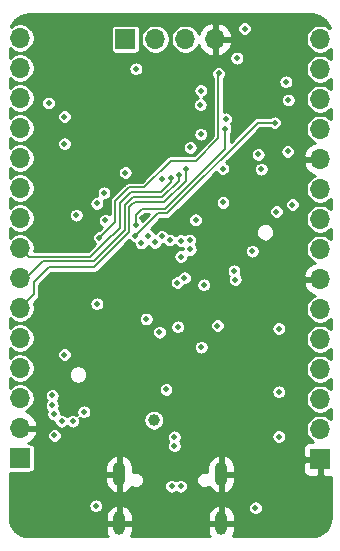
<source format=gbr>
%TF.GenerationSoftware,KiCad,Pcbnew,(5.1.12)-1*%
%TF.CreationDate,2021-12-27T17:53:29+01:00*%
%TF.ProjectId,stm32l-mcu-board,73746d33-326c-42d6-9d63-752d626f6172,rev?*%
%TF.SameCoordinates,Original*%
%TF.FileFunction,Copper,L3,Inr*%
%TF.FilePolarity,Positive*%
%FSLAX46Y46*%
G04 Gerber Fmt 4.6, Leading zero omitted, Abs format (unit mm)*
G04 Created by KiCad (PCBNEW (5.1.12)-1) date 2021-12-27 17:53:29*
%MOMM*%
%LPD*%
G01*
G04 APERTURE LIST*
%TA.AperFunction,ComponentPad*%
%ADD10O,1.050000X2.100000*%
%TD*%
%TA.AperFunction,ComponentPad*%
%ADD11O,1.000000X2.000000*%
%TD*%
%TA.AperFunction,ComponentPad*%
%ADD12O,1.700000X1.700000*%
%TD*%
%TA.AperFunction,ComponentPad*%
%ADD13R,1.700000X1.700000*%
%TD*%
%TA.AperFunction,ViaPad*%
%ADD14C,0.500000*%
%TD*%
%TA.AperFunction,ViaPad*%
%ADD15C,1.000000*%
%TD*%
%TA.AperFunction,Conductor*%
%ADD16C,0.200000*%
%TD*%
%TA.AperFunction,Conductor*%
%ADD17C,0.254000*%
%TD*%
%TA.AperFunction,Conductor*%
%ADD18C,0.100000*%
%TD*%
G04 APERTURE END LIST*
D10*
%TO.N,GND*%
%TO.C,J1*%
X104720000Y-94420000D03*
X96080000Y-94420000D03*
D11*
X104720000Y-98600000D03*
X96080000Y-98600000D03*
%TD*%
D12*
%TO.N,+3V3*%
%TO.C,J4*%
X113100000Y-57600000D03*
%TO.N,PC15*%
X113100000Y-60140000D03*
%TO.N,PC14*%
X113100000Y-62680000D03*
%TO.N,PC13*%
X113100000Y-65220000D03*
%TO.N,GND*%
X113100000Y-67760000D03*
%TO.N,PA15*%
X113100000Y-70300000D03*
%TO.N,PA12_USB_DP*%
X113100000Y-72840000D03*
%TO.N,PA11_USB_DM*%
X113100000Y-75380000D03*
%TO.N,GND*%
X113100000Y-77920000D03*
%TO.N,PA10*%
X113100000Y-80460000D03*
%TO.N,PA9*%
X113100000Y-83000000D03*
%TO.N,PA8*%
X113100000Y-85540000D03*
%TO.N,PA3*%
X113100000Y-88080000D03*
%TO.N,PA2*%
X113100000Y-90620000D03*
D13*
%TO.N,GND*%
X113100000Y-93160000D03*
%TD*%
D12*
%TO.N,+3V3*%
%TO.C,J3*%
X87700000Y-57500000D03*
%TO.N,PB15*%
X87700000Y-60040000D03*
%TO.N,PB14*%
X87700000Y-62580000D03*
%TO.N,PB13*%
X87700000Y-65120000D03*
%TO.N,PB12*%
X87700000Y-67660000D03*
%TO.N,PB11*%
X87700000Y-70200000D03*
%TO.N,PB10*%
X87700000Y-72740000D03*
%TO.N,PB5*%
X87700000Y-75280000D03*
%TO.N,PB4*%
X87700000Y-77820000D03*
%TO.N,PB3*%
X87700000Y-80360000D03*
%TO.N,PB2*%
X87700000Y-82900000D03*
%TO.N,PB1*%
X87700000Y-85440000D03*
%TO.N,PB0*%
X87700000Y-87980000D03*
%TO.N,GND*%
X87700000Y-90520000D03*
D13*
%TO.N,+5V*%
X87700000Y-93060000D03*
%TD*%
D12*
%TO.N,GND*%
%TO.C,J2*%
X104220000Y-57600000D03*
%TO.N,PA14_SWCLK*%
X101680000Y-57600000D03*
%TO.N,PA13_SWDIO*%
X99140000Y-57600000D03*
D13*
%TO.N,+3V3*%
X96600000Y-57600000D03*
%TD*%
D14*
%TO.N,GND*%
X95500000Y-85300000D03*
X94400000Y-68250000D03*
X94300000Y-65300000D03*
X90100000Y-77750000D03*
X94100000Y-58700000D03*
X98050000Y-72750000D03*
X105654265Y-73460663D03*
X91350000Y-87650000D03*
X97500000Y-78150000D03*
X105600000Y-81750000D03*
X107100000Y-70900000D03*
X95500000Y-85900000D03*
X95500000Y-84750000D03*
X95500000Y-84150000D03*
X95500000Y-86500000D03*
X95500000Y-88900000D03*
X109150000Y-86600000D03*
X108500000Y-87600000D03*
X102500000Y-88100000D03*
X95500000Y-83600000D03*
X95500000Y-83050000D03*
X94150000Y-82950000D03*
X103450000Y-61050000D03*
X106800000Y-58600000D03*
X106050000Y-83200000D03*
X110250000Y-75350000D03*
X90850000Y-94500000D03*
X91100000Y-81900000D03*
X102450000Y-81700000D03*
X96800000Y-67700000D03*
X94600000Y-69100000D03*
X105800000Y-89400000D03*
X94800000Y-60300000D03*
X90350000Y-73650000D03*
%TO.N,+3V3*%
X92450000Y-72500000D03*
X110200000Y-61200000D03*
X103000000Y-65650000D03*
X91450000Y-64150000D03*
X91450000Y-66450000D03*
X94900000Y-72950000D03*
X107350000Y-75550000D03*
X100050000Y-87250000D03*
X94200000Y-80000000D03*
X104400000Y-81850000D03*
X104850000Y-68550000D03*
X93100000Y-89150000D03*
X90399999Y-87750001D03*
X90399999Y-88600001D03*
X90550000Y-89350000D03*
X91200000Y-89950000D03*
X92150000Y-89950000D03*
X109600000Y-82100000D03*
X94100000Y-97100000D03*
X103025000Y-83675000D03*
X104875000Y-71425000D03*
X97500000Y-60100000D03*
X96600000Y-68900000D03*
%TO.N,PB1*%
X99493943Y-82400000D03*
X109600000Y-87450000D03*
%TO.N,PA4_SPI1_NSS*%
X102083058Y-66766942D03*
X97950000Y-74850000D03*
%TO.N,DO*%
X105100000Y-64350000D03*
X99700000Y-74300000D03*
%TO.N,DI*%
X103000000Y-61950000D03*
X99100000Y-74800000D03*
%TO.N,CLK*%
X102950000Y-63150000D03*
X98564284Y-74250000D03*
%TO.N,VBUS*%
X107623074Y-97276926D03*
%TO.N,PB7_UART1_RX*%
X101300000Y-74650000D03*
%TO.N,PB6_UART1_TX*%
X102050000Y-74600000D03*
D15*
%TO.N,Net-(C14-Pad1)*%
X99000000Y-89850000D03*
D14*
X90600000Y-91150000D03*
%TO.N,D-*%
X100750000Y-91275000D03*
X100525000Y-95450000D03*
%TO.N,D+*%
X100750000Y-92025000D03*
X101275000Y-95450000D03*
%TO.N,PB0*%
X100350000Y-74600000D03*
X98365430Y-81287612D03*
X110350000Y-67100000D03*
X110400000Y-62750000D03*
%TO.N,PC13*%
X97500000Y-73350000D03*
X105038909Y-65188909D03*
%TO.N,PB15*%
X102100000Y-75400000D03*
%TO.N,PB14*%
X101300000Y-76000000D03*
X105806294Y-77206294D03*
X90100000Y-63000000D03*
%TO.N,PB13*%
X105900000Y-77950000D03*
%TO.N,PB12*%
X103250000Y-78400000D03*
%TO.N,PB11*%
X101600000Y-77800000D03*
%TO.N,PB10*%
X101000000Y-78200000D03*
%TO.N,PB5*%
X100510334Y-69315720D03*
%TO.N,PB4*%
X101161091Y-69057808D03*
%TO.N,PB3*%
X101711091Y-68588909D03*
%TO.N,PB2*%
X101050000Y-81950000D03*
%TO.N,PA8*%
X110750000Y-71600000D03*
X108100000Y-68600000D03*
%TO.N,MEM_RST*%
X107849999Y-67349999D03*
%TO.N,Net-(D2-Pad2)*%
X106050000Y-59200000D03*
%TO.N,PC15*%
X94400000Y-74400000D03*
X104500000Y-60500000D03*
%TO.N,PC14*%
X97464283Y-74264137D03*
X109250000Y-64670000D03*
%TO.N,PA15*%
X102550000Y-72900000D03*
%TO.N,Net-(C3-Pad1)*%
X91450000Y-84300000D03*
%TO.N,Net-(D1-Pad2)*%
X106700000Y-56700000D03*
%TO.N,Net-(R4-Pad1)*%
X99700000Y-69450000D03*
%TO.N,DLED*%
X109600000Y-91250000D03*
%TO.N,UBTN*%
X109400000Y-72200000D03*
%TO.N,INT1*%
X94200000Y-71500000D03*
%TO.N,INT2*%
X94800010Y-70600000D03*
%TD*%
D16*
%TO.N,PC13*%
X97499999Y-72485999D02*
X98035998Y-71950000D01*
X97500000Y-73350000D02*
X97499999Y-72485999D01*
X98035998Y-71950000D02*
X99950000Y-71950000D01*
X105038909Y-66861091D02*
X105038909Y-65188909D01*
X99950000Y-71950000D02*
X105038909Y-66861091D01*
%TO.N,PB5*%
X100510334Y-69669273D02*
X100510334Y-69315720D01*
X99629605Y-70550002D02*
X100510334Y-69669273D01*
X97100000Y-70550002D02*
X99629605Y-70550002D01*
X96149980Y-71500021D02*
X97100000Y-70550002D01*
X96149980Y-73550020D02*
X96149980Y-71500021D01*
X95535999Y-74164001D02*
X96149980Y-73550020D01*
X95450001Y-74164001D02*
X95535999Y-74164001D01*
X93614002Y-76000000D02*
X95450001Y-74164001D01*
X88420000Y-76000000D02*
X93614002Y-76000000D01*
X87700000Y-75280000D02*
X88420000Y-76000000D01*
%TO.N,PB4*%
X101161091Y-69584215D02*
X101161091Y-69057808D01*
X99745306Y-71000000D02*
X101161091Y-69584215D01*
X97215700Y-71000000D02*
X99745306Y-71000000D01*
X96549990Y-71665710D02*
X97215700Y-71000000D01*
X96549990Y-73734312D02*
X96549990Y-71665710D01*
X95707849Y-74576453D02*
X96549990Y-73734312D01*
X95707849Y-74607849D02*
X95707849Y-74576453D01*
X93915689Y-76400010D02*
X95707849Y-74607849D01*
X89649990Y-76400010D02*
X93915689Y-76400010D01*
X88230000Y-77820000D02*
X89649990Y-76400010D01*
X87700000Y-77820000D02*
X88230000Y-77820000D01*
%TO.N,PB3*%
X88850001Y-79209999D02*
X87700000Y-80360000D01*
X101711091Y-68588909D02*
X101711091Y-69599914D01*
X101711091Y-69599914D02*
X99910995Y-71400010D01*
X99910995Y-71400010D02*
X97449990Y-71400010D01*
X97449990Y-71400010D02*
X97350000Y-71500000D01*
X97350000Y-71500000D02*
X97281398Y-71500000D01*
X96950000Y-73900000D02*
X96515698Y-74334302D01*
X97281398Y-71500000D02*
X96950000Y-71831398D01*
X96950000Y-71831398D02*
X96950000Y-73900000D01*
X96515698Y-74365698D02*
X93981397Y-76900000D01*
X96515698Y-74334302D02*
X96515698Y-74365698D01*
X93981397Y-76900000D02*
X90135998Y-76900000D01*
X90135998Y-76900000D02*
X88850001Y-78185997D01*
X88850001Y-78185997D02*
X88850001Y-79209999D01*
%TO.N,PC15*%
X96934310Y-70149994D02*
X95749970Y-71334332D01*
X95749970Y-73050030D02*
X94400000Y-74400000D01*
X98150006Y-70149994D02*
X96934310Y-70149994D01*
X98150008Y-70149992D02*
X98150006Y-70149994D01*
X98186006Y-70149992D02*
X98150008Y-70149992D01*
X100435998Y-67900000D02*
X98186006Y-70149992D01*
X102577816Y-67900000D02*
X100435998Y-67900000D01*
X104488908Y-65988908D02*
X102577816Y-67900000D01*
X95749970Y-71334332D02*
X95749970Y-73050030D01*
X104488908Y-60511092D02*
X104488908Y-65988908D01*
X104500000Y-60500000D02*
X104488908Y-60511092D01*
%TO.N,PC14*%
X107795699Y-64670000D02*
X109250000Y-64670000D01*
X99378410Y-72350010D02*
X100115689Y-72350010D01*
X100115689Y-72350010D02*
X107795699Y-64670000D01*
X97464283Y-74264137D02*
X99378410Y-72350010D01*
%TD*%
D17*
%TO.N,GND*%
X112709229Y-55538267D02*
X113006688Y-55628075D01*
X113281028Y-55773945D01*
X113521813Y-55970325D01*
X113719873Y-56209736D01*
X113867654Y-56483053D01*
X113932082Y-56691185D01*
X113884717Y-56643820D01*
X113683097Y-56509102D01*
X113459069Y-56416307D01*
X113221243Y-56369000D01*
X112978757Y-56369000D01*
X112740931Y-56416307D01*
X112516903Y-56509102D01*
X112315283Y-56643820D01*
X112143820Y-56815283D01*
X112009102Y-57016903D01*
X111916307Y-57240931D01*
X111869000Y-57478757D01*
X111869000Y-57721243D01*
X111916307Y-57959069D01*
X112009102Y-58183097D01*
X112143820Y-58384717D01*
X112315283Y-58556180D01*
X112516903Y-58690898D01*
X112740931Y-58783693D01*
X112978757Y-58831000D01*
X113221243Y-58831000D01*
X113459069Y-58783693D01*
X113683097Y-58690898D01*
X113884717Y-58556180D01*
X113994000Y-58446897D01*
X113994000Y-59293103D01*
X113884717Y-59183820D01*
X113683097Y-59049102D01*
X113459069Y-58956307D01*
X113221243Y-58909000D01*
X112978757Y-58909000D01*
X112740931Y-58956307D01*
X112516903Y-59049102D01*
X112315283Y-59183820D01*
X112143820Y-59355283D01*
X112009102Y-59556903D01*
X111916307Y-59780931D01*
X111869000Y-60018757D01*
X111869000Y-60261243D01*
X111916307Y-60499069D01*
X112009102Y-60723097D01*
X112143820Y-60924717D01*
X112315283Y-61096180D01*
X112516903Y-61230898D01*
X112740931Y-61323693D01*
X112978757Y-61371000D01*
X113221243Y-61371000D01*
X113459069Y-61323693D01*
X113683097Y-61230898D01*
X113884717Y-61096180D01*
X113994000Y-60986897D01*
X113994000Y-61833103D01*
X113884717Y-61723820D01*
X113683097Y-61589102D01*
X113459069Y-61496307D01*
X113221243Y-61449000D01*
X112978757Y-61449000D01*
X112740931Y-61496307D01*
X112516903Y-61589102D01*
X112315283Y-61723820D01*
X112143820Y-61895283D01*
X112009102Y-62096903D01*
X111916307Y-62320931D01*
X111869000Y-62558757D01*
X111869000Y-62801243D01*
X111916307Y-63039069D01*
X112009102Y-63263097D01*
X112143820Y-63464717D01*
X112315283Y-63636180D01*
X112516903Y-63770898D01*
X112740931Y-63863693D01*
X112978757Y-63911000D01*
X113221243Y-63911000D01*
X113459069Y-63863693D01*
X113683097Y-63770898D01*
X113884717Y-63636180D01*
X113994000Y-63526897D01*
X113994000Y-64373103D01*
X113884717Y-64263820D01*
X113683097Y-64129102D01*
X113459069Y-64036307D01*
X113221243Y-63989000D01*
X112978757Y-63989000D01*
X112740931Y-64036307D01*
X112516903Y-64129102D01*
X112315283Y-64263820D01*
X112143820Y-64435283D01*
X112009102Y-64636903D01*
X111916307Y-64860931D01*
X111869000Y-65098757D01*
X111869000Y-65341243D01*
X111916307Y-65579069D01*
X112009102Y-65803097D01*
X112143820Y-66004717D01*
X112315283Y-66176180D01*
X112516903Y-66310898D01*
X112631168Y-66358228D01*
X112468748Y-66415843D01*
X112218645Y-66564822D01*
X112002412Y-66759731D01*
X111828359Y-66993080D01*
X111703175Y-67255901D01*
X111658524Y-67403110D01*
X111779845Y-67633000D01*
X112973000Y-67633000D01*
X112973000Y-67613000D01*
X113227000Y-67613000D01*
X113227000Y-67633000D01*
X113247000Y-67633000D01*
X113247000Y-67887000D01*
X113227000Y-67887000D01*
X113227000Y-67907000D01*
X112973000Y-67907000D01*
X112973000Y-67887000D01*
X111779845Y-67887000D01*
X111658524Y-68116890D01*
X111703175Y-68264099D01*
X111828359Y-68526920D01*
X112002412Y-68760269D01*
X112218645Y-68955178D01*
X112468748Y-69104157D01*
X112631168Y-69161772D01*
X112516903Y-69209102D01*
X112315283Y-69343820D01*
X112143820Y-69515283D01*
X112009102Y-69716903D01*
X111916307Y-69940931D01*
X111869000Y-70178757D01*
X111869000Y-70421243D01*
X111916307Y-70659069D01*
X112009102Y-70883097D01*
X112143820Y-71084717D01*
X112315283Y-71256180D01*
X112516903Y-71390898D01*
X112740931Y-71483693D01*
X112978757Y-71531000D01*
X113221243Y-71531000D01*
X113459069Y-71483693D01*
X113683097Y-71390898D01*
X113884717Y-71256180D01*
X113994000Y-71146897D01*
X113994000Y-71993103D01*
X113884717Y-71883820D01*
X113683097Y-71749102D01*
X113459069Y-71656307D01*
X113221243Y-71609000D01*
X112978757Y-71609000D01*
X112740931Y-71656307D01*
X112516903Y-71749102D01*
X112315283Y-71883820D01*
X112143820Y-72055283D01*
X112009102Y-72256903D01*
X111916307Y-72480931D01*
X111869000Y-72718757D01*
X111869000Y-72961243D01*
X111916307Y-73199069D01*
X112009102Y-73423097D01*
X112143820Y-73624717D01*
X112315283Y-73796180D01*
X112516903Y-73930898D01*
X112740931Y-74023693D01*
X112978757Y-74071000D01*
X113221243Y-74071000D01*
X113459069Y-74023693D01*
X113683097Y-73930898D01*
X113884717Y-73796180D01*
X113994000Y-73686897D01*
X113994000Y-74533103D01*
X113884717Y-74423820D01*
X113683097Y-74289102D01*
X113459069Y-74196307D01*
X113221243Y-74149000D01*
X112978757Y-74149000D01*
X112740931Y-74196307D01*
X112516903Y-74289102D01*
X112315283Y-74423820D01*
X112143820Y-74595283D01*
X112009102Y-74796903D01*
X111916307Y-75020931D01*
X111869000Y-75258757D01*
X111869000Y-75501243D01*
X111916307Y-75739069D01*
X112009102Y-75963097D01*
X112143820Y-76164717D01*
X112315283Y-76336180D01*
X112516903Y-76470898D01*
X112631168Y-76518228D01*
X112468748Y-76575843D01*
X112218645Y-76724822D01*
X112002412Y-76919731D01*
X111828359Y-77153080D01*
X111703175Y-77415901D01*
X111658524Y-77563110D01*
X111779845Y-77793000D01*
X112973000Y-77793000D01*
X112973000Y-77773000D01*
X113227000Y-77773000D01*
X113227000Y-77793000D01*
X113247000Y-77793000D01*
X113247000Y-78047000D01*
X113227000Y-78047000D01*
X113227000Y-78067000D01*
X112973000Y-78067000D01*
X112973000Y-78047000D01*
X111779845Y-78047000D01*
X111658524Y-78276890D01*
X111703175Y-78424099D01*
X111828359Y-78686920D01*
X112002412Y-78920269D01*
X112218645Y-79115178D01*
X112468748Y-79264157D01*
X112631168Y-79321772D01*
X112516903Y-79369102D01*
X112315283Y-79503820D01*
X112143820Y-79675283D01*
X112009102Y-79876903D01*
X111916307Y-80100931D01*
X111869000Y-80338757D01*
X111869000Y-80581243D01*
X111916307Y-80819069D01*
X112009102Y-81043097D01*
X112143820Y-81244717D01*
X112315283Y-81416180D01*
X112516903Y-81550898D01*
X112740931Y-81643693D01*
X112978757Y-81691000D01*
X113221243Y-81691000D01*
X113459069Y-81643693D01*
X113683097Y-81550898D01*
X113884717Y-81416180D01*
X113994001Y-81306896D01*
X113994001Y-82153104D01*
X113884717Y-82043820D01*
X113683097Y-81909102D01*
X113459069Y-81816307D01*
X113221243Y-81769000D01*
X112978757Y-81769000D01*
X112740931Y-81816307D01*
X112516903Y-81909102D01*
X112315283Y-82043820D01*
X112143820Y-82215283D01*
X112009102Y-82416903D01*
X111916307Y-82640931D01*
X111869000Y-82878757D01*
X111869000Y-83121243D01*
X111916307Y-83359069D01*
X112009102Y-83583097D01*
X112143820Y-83784717D01*
X112315283Y-83956180D01*
X112516903Y-84090898D01*
X112740931Y-84183693D01*
X112978757Y-84231000D01*
X113221243Y-84231000D01*
X113459069Y-84183693D01*
X113683097Y-84090898D01*
X113884717Y-83956180D01*
X113994001Y-83846896D01*
X113994001Y-84693104D01*
X113884717Y-84583820D01*
X113683097Y-84449102D01*
X113459069Y-84356307D01*
X113221243Y-84309000D01*
X112978757Y-84309000D01*
X112740931Y-84356307D01*
X112516903Y-84449102D01*
X112315283Y-84583820D01*
X112143820Y-84755283D01*
X112009102Y-84956903D01*
X111916307Y-85180931D01*
X111869000Y-85418757D01*
X111869000Y-85661243D01*
X111916307Y-85899069D01*
X112009102Y-86123097D01*
X112143820Y-86324717D01*
X112315283Y-86496180D01*
X112516903Y-86630898D01*
X112740931Y-86723693D01*
X112978757Y-86771000D01*
X113221243Y-86771000D01*
X113459069Y-86723693D01*
X113683097Y-86630898D01*
X113884717Y-86496180D01*
X113994001Y-86386896D01*
X113994001Y-87233104D01*
X113884717Y-87123820D01*
X113683097Y-86989102D01*
X113459069Y-86896307D01*
X113221243Y-86849000D01*
X112978757Y-86849000D01*
X112740931Y-86896307D01*
X112516903Y-86989102D01*
X112315283Y-87123820D01*
X112143820Y-87295283D01*
X112009102Y-87496903D01*
X111916307Y-87720931D01*
X111869000Y-87958757D01*
X111869000Y-88201243D01*
X111916307Y-88439069D01*
X112009102Y-88663097D01*
X112143820Y-88864717D01*
X112315283Y-89036180D01*
X112516903Y-89170898D01*
X112740931Y-89263693D01*
X112978757Y-89311000D01*
X113221243Y-89311000D01*
X113459069Y-89263693D01*
X113683097Y-89170898D01*
X113884717Y-89036180D01*
X113994001Y-88926896D01*
X113994001Y-89773104D01*
X113884717Y-89663820D01*
X113683097Y-89529102D01*
X113459069Y-89436307D01*
X113221243Y-89389000D01*
X112978757Y-89389000D01*
X112740931Y-89436307D01*
X112516903Y-89529102D01*
X112315283Y-89663820D01*
X112143820Y-89835283D01*
X112009102Y-90036903D01*
X111916307Y-90260931D01*
X111869000Y-90498757D01*
X111869000Y-90741243D01*
X111916307Y-90979069D01*
X112009102Y-91203097D01*
X112143820Y-91404717D01*
X112315283Y-91576180D01*
X112460294Y-91673073D01*
X112250000Y-91671928D01*
X112125518Y-91684188D01*
X112005820Y-91720498D01*
X111895506Y-91779463D01*
X111798815Y-91858815D01*
X111719463Y-91955506D01*
X111660498Y-92065820D01*
X111624188Y-92185518D01*
X111611928Y-92310000D01*
X111615000Y-92874250D01*
X111773750Y-93033000D01*
X112973000Y-93033000D01*
X112973000Y-93013000D01*
X113227000Y-93013000D01*
X113227000Y-93033000D01*
X113247000Y-93033000D01*
X113247000Y-93287000D01*
X113227000Y-93287000D01*
X113227000Y-94486250D01*
X113385750Y-94645000D01*
X113950000Y-94648072D01*
X113994001Y-94643738D01*
X113994001Y-98080136D01*
X113961733Y-98409230D01*
X113871926Y-98706684D01*
X113726056Y-98981025D01*
X113529675Y-99221813D01*
X113290265Y-99419871D01*
X113016948Y-99567654D01*
X112720128Y-99659535D01*
X112392218Y-99694000D01*
X105690906Y-99694000D01*
X105720003Y-99651678D01*
X105808415Y-99445987D01*
X105855000Y-99227000D01*
X105855000Y-98727000D01*
X104847000Y-98727000D01*
X104847000Y-98747000D01*
X104593000Y-98747000D01*
X104593000Y-98727000D01*
X103585000Y-98727000D01*
X103585000Y-99227000D01*
X103631585Y-99445987D01*
X103719997Y-99651678D01*
X103749094Y-99694000D01*
X97050906Y-99694000D01*
X97080003Y-99651678D01*
X97168415Y-99445987D01*
X97215000Y-99227000D01*
X97215000Y-98727000D01*
X96207000Y-98727000D01*
X96207000Y-98747000D01*
X95953000Y-98747000D01*
X95953000Y-98727000D01*
X94945000Y-98727000D01*
X94945000Y-99227000D01*
X94991585Y-99445987D01*
X95079997Y-99651678D01*
X95109094Y-99694000D01*
X88419854Y-99694000D01*
X88090770Y-99661733D01*
X87793316Y-99571926D01*
X87518975Y-99426056D01*
X87278187Y-99229675D01*
X87080129Y-98990265D01*
X86932346Y-98716948D01*
X86840465Y-98420128D01*
X86806000Y-98092218D01*
X86806000Y-97973000D01*
X94945000Y-97973000D01*
X94945000Y-98473000D01*
X95953000Y-98473000D01*
X95953000Y-97132046D01*
X96207000Y-97132046D01*
X96207000Y-98473000D01*
X97215000Y-98473000D01*
X97215000Y-97973000D01*
X103585000Y-97973000D01*
X103585000Y-98473000D01*
X104593000Y-98473000D01*
X104593000Y-97132046D01*
X104847000Y-97132046D01*
X104847000Y-98473000D01*
X105855000Y-98473000D01*
X105855000Y-97973000D01*
X105808415Y-97754013D01*
X105720003Y-97548322D01*
X105593161Y-97363831D01*
X105440104Y-97214778D01*
X106992074Y-97214778D01*
X106992074Y-97339074D01*
X107016323Y-97460982D01*
X107063889Y-97575817D01*
X107132944Y-97679165D01*
X107220835Y-97767056D01*
X107324183Y-97836111D01*
X107439018Y-97883677D01*
X107560926Y-97907926D01*
X107685222Y-97907926D01*
X107807130Y-97883677D01*
X107921965Y-97836111D01*
X108025313Y-97767056D01*
X108113204Y-97679165D01*
X108182259Y-97575817D01*
X108229825Y-97460982D01*
X108254074Y-97339074D01*
X108254074Y-97214778D01*
X108229825Y-97092870D01*
X108182259Y-96978035D01*
X108113204Y-96874687D01*
X108025313Y-96786796D01*
X107921965Y-96717741D01*
X107807130Y-96670175D01*
X107685222Y-96645926D01*
X107560926Y-96645926D01*
X107439018Y-96670175D01*
X107324183Y-96717741D01*
X107220835Y-96786796D01*
X107132944Y-96874687D01*
X107063889Y-96978035D01*
X107016323Y-97092870D01*
X106992074Y-97214778D01*
X105440104Y-97214778D01*
X105432764Y-97207631D01*
X105244976Y-97085724D01*
X105021874Y-97005881D01*
X104847000Y-97132046D01*
X104593000Y-97132046D01*
X104418126Y-97005881D01*
X104195024Y-97085724D01*
X104007236Y-97207631D01*
X103846839Y-97363831D01*
X103719997Y-97548322D01*
X103631585Y-97754013D01*
X103585000Y-97973000D01*
X97215000Y-97973000D01*
X97168415Y-97754013D01*
X97080003Y-97548322D01*
X96953161Y-97363831D01*
X96792764Y-97207631D01*
X96604976Y-97085724D01*
X96381874Y-97005881D01*
X96207000Y-97132046D01*
X95953000Y-97132046D01*
X95778126Y-97005881D01*
X95555024Y-97085724D01*
X95367236Y-97207631D01*
X95206839Y-97363831D01*
X95079997Y-97548322D01*
X94991585Y-97754013D01*
X94945000Y-97973000D01*
X86806000Y-97973000D01*
X86806000Y-97037852D01*
X93469000Y-97037852D01*
X93469000Y-97162148D01*
X93493249Y-97284056D01*
X93540815Y-97398891D01*
X93609870Y-97502239D01*
X93697761Y-97590130D01*
X93801109Y-97659185D01*
X93915944Y-97706751D01*
X94037852Y-97731000D01*
X94162148Y-97731000D01*
X94284056Y-97706751D01*
X94398891Y-97659185D01*
X94502239Y-97590130D01*
X94590130Y-97502239D01*
X94659185Y-97398891D01*
X94706751Y-97284056D01*
X94731000Y-97162148D01*
X94731000Y-97037852D01*
X94706751Y-96915944D01*
X94659185Y-96801109D01*
X94590130Y-96697761D01*
X94502239Y-96609870D01*
X94398891Y-96540815D01*
X94284056Y-96493249D01*
X94162148Y-96469000D01*
X94037852Y-96469000D01*
X93915944Y-96493249D01*
X93801109Y-96540815D01*
X93697761Y-96609870D01*
X93609870Y-96697761D01*
X93540815Y-96801109D01*
X93493249Y-96915944D01*
X93469000Y-97037852D01*
X86806000Y-97037852D01*
X86806000Y-94547000D01*
X94920000Y-94547000D01*
X94920000Y-95072000D01*
X94967066Y-95295865D01*
X95056901Y-95506246D01*
X95186053Y-95695059D01*
X95349559Y-95855047D01*
X95541136Y-95980063D01*
X95774190Y-96063964D01*
X95953000Y-95938163D01*
X95953000Y-94547000D01*
X94920000Y-94547000D01*
X86806000Y-94547000D01*
X86806000Y-94288510D01*
X86850000Y-94292843D01*
X88550000Y-94292843D01*
X88624689Y-94285487D01*
X88696508Y-94263701D01*
X88762696Y-94228322D01*
X88820711Y-94180711D01*
X88868322Y-94122696D01*
X88903701Y-94056508D01*
X88925487Y-93984689D01*
X88932843Y-93910000D01*
X88932843Y-93768000D01*
X94920000Y-93768000D01*
X94920000Y-94293000D01*
X95953000Y-94293000D01*
X95953000Y-92901837D01*
X96207000Y-92901837D01*
X96207000Y-94293000D01*
X96227000Y-94293000D01*
X96227000Y-94547000D01*
X96207000Y-94547000D01*
X96207000Y-95938163D01*
X96385810Y-96063964D01*
X96618864Y-95980063D01*
X96810441Y-95855047D01*
X96973947Y-95695059D01*
X97103099Y-95506246D01*
X97106099Y-95499221D01*
X97175584Y-95545649D01*
X97304067Y-95598869D01*
X97440465Y-95626000D01*
X97579535Y-95626000D01*
X97715933Y-95598869D01*
X97844416Y-95545649D01*
X97960049Y-95468386D01*
X98040583Y-95387852D01*
X99894000Y-95387852D01*
X99894000Y-95512148D01*
X99918249Y-95634056D01*
X99965815Y-95748891D01*
X100034870Y-95852239D01*
X100122761Y-95940130D01*
X100226109Y-96009185D01*
X100340944Y-96056751D01*
X100462852Y-96081000D01*
X100587148Y-96081000D01*
X100709056Y-96056751D01*
X100823891Y-96009185D01*
X100900000Y-95958331D01*
X100976109Y-96009185D01*
X101090944Y-96056751D01*
X101212852Y-96081000D01*
X101337148Y-96081000D01*
X101459056Y-96056751D01*
X101573891Y-96009185D01*
X101677239Y-95940130D01*
X101765130Y-95852239D01*
X101834185Y-95748891D01*
X101881751Y-95634056D01*
X101906000Y-95512148D01*
X101906000Y-95387852D01*
X101881751Y-95265944D01*
X101834185Y-95151109D01*
X101765130Y-95047761D01*
X101677239Y-94959870D01*
X101573891Y-94890815D01*
X101476478Y-94850465D01*
X102584000Y-94850465D01*
X102584000Y-94989535D01*
X102611131Y-95125933D01*
X102664351Y-95254416D01*
X102741614Y-95370049D01*
X102839951Y-95468386D01*
X102955584Y-95545649D01*
X103084067Y-95598869D01*
X103220465Y-95626000D01*
X103359535Y-95626000D01*
X103495933Y-95598869D01*
X103624416Y-95545649D01*
X103693901Y-95499221D01*
X103696901Y-95506246D01*
X103826053Y-95695059D01*
X103989559Y-95855047D01*
X104181136Y-95980063D01*
X104414190Y-96063964D01*
X104593000Y-95938163D01*
X104593000Y-94547000D01*
X104847000Y-94547000D01*
X104847000Y-95938163D01*
X105025810Y-96063964D01*
X105258864Y-95980063D01*
X105450441Y-95855047D01*
X105613947Y-95695059D01*
X105743099Y-95506246D01*
X105832934Y-95295865D01*
X105880000Y-95072000D01*
X105880000Y-94547000D01*
X104847000Y-94547000D01*
X104593000Y-94547000D01*
X104573000Y-94547000D01*
X104573000Y-94293000D01*
X104593000Y-94293000D01*
X104593000Y-92901837D01*
X104847000Y-92901837D01*
X104847000Y-94293000D01*
X105880000Y-94293000D01*
X105880000Y-94010000D01*
X111611928Y-94010000D01*
X111624188Y-94134482D01*
X111660498Y-94254180D01*
X111719463Y-94364494D01*
X111798815Y-94461185D01*
X111895506Y-94540537D01*
X112005820Y-94599502D01*
X112125518Y-94635812D01*
X112250000Y-94648072D01*
X112814250Y-94645000D01*
X112973000Y-94486250D01*
X112973000Y-93287000D01*
X111773750Y-93287000D01*
X111615000Y-93445750D01*
X111611928Y-94010000D01*
X105880000Y-94010000D01*
X105880000Y-93768000D01*
X105832934Y-93544135D01*
X105743099Y-93333754D01*
X105613947Y-93144941D01*
X105450441Y-92984953D01*
X105258864Y-92859937D01*
X105025810Y-92776036D01*
X104847000Y-92901837D01*
X104593000Y-92901837D01*
X104414190Y-92776036D01*
X104181136Y-92859937D01*
X103989559Y-92984953D01*
X103826053Y-93144941D01*
X103696901Y-93333754D01*
X103607066Y-93544135D01*
X103560000Y-93768000D01*
X103560000Y-94267669D01*
X103495933Y-94241131D01*
X103359535Y-94214000D01*
X103220465Y-94214000D01*
X103084067Y-94241131D01*
X102955584Y-94294351D01*
X102839951Y-94371614D01*
X102741614Y-94469951D01*
X102664351Y-94585584D01*
X102611131Y-94714067D01*
X102584000Y-94850465D01*
X101476478Y-94850465D01*
X101459056Y-94843249D01*
X101337148Y-94819000D01*
X101212852Y-94819000D01*
X101090944Y-94843249D01*
X100976109Y-94890815D01*
X100900000Y-94941669D01*
X100823891Y-94890815D01*
X100709056Y-94843249D01*
X100587148Y-94819000D01*
X100462852Y-94819000D01*
X100340944Y-94843249D01*
X100226109Y-94890815D01*
X100122761Y-94959870D01*
X100034870Y-95047761D01*
X99965815Y-95151109D01*
X99918249Y-95265944D01*
X99894000Y-95387852D01*
X98040583Y-95387852D01*
X98058386Y-95370049D01*
X98135649Y-95254416D01*
X98188869Y-95125933D01*
X98216000Y-94989535D01*
X98216000Y-94850465D01*
X98188869Y-94714067D01*
X98135649Y-94585584D01*
X98058386Y-94469951D01*
X97960049Y-94371614D01*
X97844416Y-94294351D01*
X97715933Y-94241131D01*
X97579535Y-94214000D01*
X97440465Y-94214000D01*
X97304067Y-94241131D01*
X97240000Y-94267669D01*
X97240000Y-93768000D01*
X97192934Y-93544135D01*
X97103099Y-93333754D01*
X96973947Y-93144941D01*
X96810441Y-92984953D01*
X96618864Y-92859937D01*
X96385810Y-92776036D01*
X96207000Y-92901837D01*
X95953000Y-92901837D01*
X95774190Y-92776036D01*
X95541136Y-92859937D01*
X95349559Y-92984953D01*
X95186053Y-93144941D01*
X95056901Y-93333754D01*
X94967066Y-93544135D01*
X94920000Y-93768000D01*
X88932843Y-93768000D01*
X88932843Y-92210000D01*
X88925487Y-92135311D01*
X88903701Y-92063492D01*
X88868322Y-91997304D01*
X88820711Y-91939289D01*
X88762696Y-91891678D01*
X88696508Y-91856299D01*
X88624689Y-91834513D01*
X88550000Y-91827157D01*
X88393367Y-91827157D01*
X88581355Y-91715178D01*
X88797588Y-91520269D01*
X88971641Y-91286920D01*
X89066458Y-91087852D01*
X89969000Y-91087852D01*
X89969000Y-91212148D01*
X89993249Y-91334056D01*
X90040815Y-91448891D01*
X90109870Y-91552239D01*
X90197761Y-91640130D01*
X90301109Y-91709185D01*
X90415944Y-91756751D01*
X90537852Y-91781000D01*
X90662148Y-91781000D01*
X90784056Y-91756751D01*
X90898891Y-91709185D01*
X91002239Y-91640130D01*
X91090130Y-91552239D01*
X91159185Y-91448891D01*
X91206751Y-91334056D01*
X91230859Y-91212852D01*
X100119000Y-91212852D01*
X100119000Y-91337148D01*
X100143249Y-91459056D01*
X100190815Y-91573891D01*
X100241669Y-91650000D01*
X100190815Y-91726109D01*
X100143249Y-91840944D01*
X100119000Y-91962852D01*
X100119000Y-92087148D01*
X100143249Y-92209056D01*
X100190815Y-92323891D01*
X100259870Y-92427239D01*
X100347761Y-92515130D01*
X100451109Y-92584185D01*
X100565944Y-92631751D01*
X100687852Y-92656000D01*
X100812148Y-92656000D01*
X100934056Y-92631751D01*
X101048891Y-92584185D01*
X101152239Y-92515130D01*
X101240130Y-92427239D01*
X101309185Y-92323891D01*
X101356751Y-92209056D01*
X101381000Y-92087148D01*
X101381000Y-91962852D01*
X101356751Y-91840944D01*
X101309185Y-91726109D01*
X101258331Y-91650000D01*
X101309185Y-91573891D01*
X101356751Y-91459056D01*
X101381000Y-91337148D01*
X101381000Y-91212852D01*
X101376028Y-91187852D01*
X108969000Y-91187852D01*
X108969000Y-91312148D01*
X108993249Y-91434056D01*
X109040815Y-91548891D01*
X109109870Y-91652239D01*
X109197761Y-91740130D01*
X109301109Y-91809185D01*
X109415944Y-91856751D01*
X109537852Y-91881000D01*
X109662148Y-91881000D01*
X109784056Y-91856751D01*
X109898891Y-91809185D01*
X110002239Y-91740130D01*
X110090130Y-91652239D01*
X110159185Y-91548891D01*
X110206751Y-91434056D01*
X110231000Y-91312148D01*
X110231000Y-91187852D01*
X110206751Y-91065944D01*
X110159185Y-90951109D01*
X110090130Y-90847761D01*
X110002239Y-90759870D01*
X109898891Y-90690815D01*
X109784056Y-90643249D01*
X109662148Y-90619000D01*
X109537852Y-90619000D01*
X109415944Y-90643249D01*
X109301109Y-90690815D01*
X109197761Y-90759870D01*
X109109870Y-90847761D01*
X109040815Y-90951109D01*
X108993249Y-91065944D01*
X108969000Y-91187852D01*
X101376028Y-91187852D01*
X101356751Y-91090944D01*
X101309185Y-90976109D01*
X101240130Y-90872761D01*
X101152239Y-90784870D01*
X101048891Y-90715815D01*
X100934056Y-90668249D01*
X100812148Y-90644000D01*
X100687852Y-90644000D01*
X100565944Y-90668249D01*
X100451109Y-90715815D01*
X100347761Y-90784870D01*
X100259870Y-90872761D01*
X100190815Y-90976109D01*
X100143249Y-91090944D01*
X100119000Y-91212852D01*
X91230859Y-91212852D01*
X91231000Y-91212148D01*
X91231000Y-91087852D01*
X91206751Y-90965944D01*
X91159185Y-90851109D01*
X91090130Y-90747761D01*
X91002239Y-90659870D01*
X90898891Y-90590815D01*
X90784056Y-90543249D01*
X90662148Y-90519000D01*
X90537852Y-90519000D01*
X90415944Y-90543249D01*
X90301109Y-90590815D01*
X90197761Y-90659870D01*
X90109870Y-90747761D01*
X90040815Y-90851109D01*
X89993249Y-90965944D01*
X89969000Y-91087852D01*
X89066458Y-91087852D01*
X89096825Y-91024099D01*
X89141476Y-90876890D01*
X89020155Y-90647000D01*
X87827000Y-90647000D01*
X87827000Y-90667000D01*
X87573000Y-90667000D01*
X87573000Y-90647000D01*
X87553000Y-90647000D01*
X87553000Y-90393000D01*
X87573000Y-90393000D01*
X87573000Y-90373000D01*
X87827000Y-90373000D01*
X87827000Y-90393000D01*
X89020155Y-90393000D01*
X89141476Y-90163110D01*
X89096825Y-90015901D01*
X88971641Y-89753080D01*
X88797588Y-89519731D01*
X88581355Y-89324822D01*
X88331252Y-89175843D01*
X88168832Y-89118228D01*
X88283097Y-89070898D01*
X88484717Y-88936180D01*
X88656180Y-88764717D01*
X88790898Y-88563097D01*
X88883693Y-88339069D01*
X88931000Y-88101243D01*
X88931000Y-87858757D01*
X88897005Y-87687853D01*
X89768999Y-87687853D01*
X89768999Y-87812149D01*
X89793248Y-87934057D01*
X89840814Y-88048892D01*
X89909869Y-88152240D01*
X89932630Y-88175001D01*
X89909869Y-88197762D01*
X89840814Y-88301110D01*
X89793248Y-88415945D01*
X89768999Y-88537853D01*
X89768999Y-88662149D01*
X89793248Y-88784057D01*
X89840814Y-88898892D01*
X89909869Y-89002240D01*
X89981420Y-89073791D01*
X89943249Y-89165944D01*
X89919000Y-89287852D01*
X89919000Y-89412148D01*
X89943249Y-89534056D01*
X89990815Y-89648891D01*
X90059870Y-89752239D01*
X90147761Y-89840130D01*
X90251109Y-89909185D01*
X90365944Y-89956751D01*
X90487852Y-89981000D01*
X90569000Y-89981000D01*
X90569000Y-90012148D01*
X90593249Y-90134056D01*
X90640815Y-90248891D01*
X90709870Y-90352239D01*
X90797761Y-90440130D01*
X90901109Y-90509185D01*
X91015944Y-90556751D01*
X91137852Y-90581000D01*
X91262148Y-90581000D01*
X91384056Y-90556751D01*
X91498891Y-90509185D01*
X91602239Y-90440130D01*
X91675000Y-90367369D01*
X91747761Y-90440130D01*
X91851109Y-90509185D01*
X91965944Y-90556751D01*
X92087852Y-90581000D01*
X92212148Y-90581000D01*
X92334056Y-90556751D01*
X92448891Y-90509185D01*
X92552239Y-90440130D01*
X92640130Y-90352239D01*
X92709185Y-90248891D01*
X92756751Y-90134056D01*
X92781000Y-90012148D01*
X92781000Y-89887852D01*
X92756751Y-89765944D01*
X92709185Y-89651109D01*
X92705146Y-89645065D01*
X92801109Y-89709185D01*
X92915944Y-89756751D01*
X93037852Y-89781000D01*
X93162148Y-89781000D01*
X93251488Y-89763229D01*
X98119000Y-89763229D01*
X98119000Y-89936771D01*
X98152856Y-90106978D01*
X98219268Y-90267310D01*
X98315682Y-90411605D01*
X98438395Y-90534318D01*
X98582690Y-90630732D01*
X98743022Y-90697144D01*
X98913229Y-90731000D01*
X99086771Y-90731000D01*
X99256978Y-90697144D01*
X99417310Y-90630732D01*
X99561605Y-90534318D01*
X99684318Y-90411605D01*
X99780732Y-90267310D01*
X99847144Y-90106978D01*
X99881000Y-89936771D01*
X99881000Y-89763229D01*
X99847144Y-89593022D01*
X99780732Y-89432690D01*
X99684318Y-89288395D01*
X99561605Y-89165682D01*
X99417310Y-89069268D01*
X99256978Y-89002856D01*
X99086771Y-88969000D01*
X98913229Y-88969000D01*
X98743022Y-89002856D01*
X98582690Y-89069268D01*
X98438395Y-89165682D01*
X98315682Y-89288395D01*
X98219268Y-89432690D01*
X98152856Y-89593022D01*
X98119000Y-89763229D01*
X93251488Y-89763229D01*
X93284056Y-89756751D01*
X93398891Y-89709185D01*
X93502239Y-89640130D01*
X93590130Y-89552239D01*
X93659185Y-89448891D01*
X93706751Y-89334056D01*
X93731000Y-89212148D01*
X93731000Y-89087852D01*
X93706751Y-88965944D01*
X93659185Y-88851109D01*
X93590130Y-88747761D01*
X93502239Y-88659870D01*
X93398891Y-88590815D01*
X93284056Y-88543249D01*
X93162148Y-88519000D01*
X93037852Y-88519000D01*
X92915944Y-88543249D01*
X92801109Y-88590815D01*
X92697761Y-88659870D01*
X92609870Y-88747761D01*
X92540815Y-88851109D01*
X92493249Y-88965944D01*
X92469000Y-89087852D01*
X92469000Y-89212148D01*
X92493249Y-89334056D01*
X92540815Y-89448891D01*
X92544854Y-89454935D01*
X92448891Y-89390815D01*
X92334056Y-89343249D01*
X92212148Y-89319000D01*
X92087852Y-89319000D01*
X91965944Y-89343249D01*
X91851109Y-89390815D01*
X91747761Y-89459870D01*
X91675000Y-89532631D01*
X91602239Y-89459870D01*
X91498891Y-89390815D01*
X91384056Y-89343249D01*
X91262148Y-89319000D01*
X91181000Y-89319000D01*
X91181000Y-89287852D01*
X91156751Y-89165944D01*
X91109185Y-89051109D01*
X91040130Y-88947761D01*
X90968579Y-88876210D01*
X91006750Y-88784057D01*
X91030999Y-88662149D01*
X91030999Y-88537853D01*
X91006750Y-88415945D01*
X90959184Y-88301110D01*
X90890129Y-88197762D01*
X90867368Y-88175001D01*
X90890129Y-88152240D01*
X90959184Y-88048892D01*
X91006750Y-87934057D01*
X91030999Y-87812149D01*
X91030999Y-87687853D01*
X91006750Y-87565945D01*
X90959184Y-87451110D01*
X90890129Y-87347762D01*
X90802238Y-87259871D01*
X90698890Y-87190816D01*
X90691735Y-87187852D01*
X99419000Y-87187852D01*
X99419000Y-87312148D01*
X99443249Y-87434056D01*
X99490815Y-87548891D01*
X99559870Y-87652239D01*
X99647761Y-87740130D01*
X99751109Y-87809185D01*
X99865944Y-87856751D01*
X99987852Y-87881000D01*
X100112148Y-87881000D01*
X100234056Y-87856751D01*
X100348891Y-87809185D01*
X100452239Y-87740130D01*
X100540130Y-87652239D01*
X100609185Y-87548891D01*
X100656751Y-87434056D01*
X100665941Y-87387852D01*
X108969000Y-87387852D01*
X108969000Y-87512148D01*
X108993249Y-87634056D01*
X109040815Y-87748891D01*
X109109870Y-87852239D01*
X109197761Y-87940130D01*
X109301109Y-88009185D01*
X109415944Y-88056751D01*
X109537852Y-88081000D01*
X109662148Y-88081000D01*
X109784056Y-88056751D01*
X109898891Y-88009185D01*
X110002239Y-87940130D01*
X110090130Y-87852239D01*
X110159185Y-87748891D01*
X110206751Y-87634056D01*
X110231000Y-87512148D01*
X110231000Y-87387852D01*
X110206751Y-87265944D01*
X110159185Y-87151109D01*
X110090130Y-87047761D01*
X110002239Y-86959870D01*
X109898891Y-86890815D01*
X109784056Y-86843249D01*
X109662148Y-86819000D01*
X109537852Y-86819000D01*
X109415944Y-86843249D01*
X109301109Y-86890815D01*
X109197761Y-86959870D01*
X109109870Y-87047761D01*
X109040815Y-87151109D01*
X108993249Y-87265944D01*
X108969000Y-87387852D01*
X100665941Y-87387852D01*
X100681000Y-87312148D01*
X100681000Y-87187852D01*
X100656751Y-87065944D01*
X100609185Y-86951109D01*
X100540130Y-86847761D01*
X100452239Y-86759870D01*
X100348891Y-86690815D01*
X100234056Y-86643249D01*
X100112148Y-86619000D01*
X99987852Y-86619000D01*
X99865944Y-86643249D01*
X99751109Y-86690815D01*
X99647761Y-86759870D01*
X99559870Y-86847761D01*
X99490815Y-86951109D01*
X99443249Y-87065944D01*
X99419000Y-87187852D01*
X90691735Y-87187852D01*
X90584055Y-87143250D01*
X90462147Y-87119001D01*
X90337851Y-87119001D01*
X90215943Y-87143250D01*
X90101108Y-87190816D01*
X89997760Y-87259871D01*
X89909869Y-87347762D01*
X89840814Y-87451110D01*
X89793248Y-87565945D01*
X89768999Y-87687853D01*
X88897005Y-87687853D01*
X88883693Y-87620931D01*
X88790898Y-87396903D01*
X88656180Y-87195283D01*
X88484717Y-87023820D01*
X88283097Y-86889102D01*
X88059069Y-86796307D01*
X87821243Y-86749000D01*
X87578757Y-86749000D01*
X87340931Y-86796307D01*
X87116903Y-86889102D01*
X86915283Y-87023820D01*
X86806000Y-87133103D01*
X86806000Y-86286897D01*
X86915283Y-86396180D01*
X87116903Y-86530898D01*
X87340931Y-86623693D01*
X87578757Y-86671000D01*
X87821243Y-86671000D01*
X88059069Y-86623693D01*
X88283097Y-86530898D01*
X88484717Y-86396180D01*
X88656180Y-86224717D01*
X88790898Y-86023097D01*
X88832327Y-85923078D01*
X91819000Y-85923078D01*
X91819000Y-86076922D01*
X91849013Y-86227809D01*
X91907887Y-86369942D01*
X91993358Y-86497859D01*
X92102141Y-86606642D01*
X92230058Y-86692113D01*
X92372191Y-86750987D01*
X92523078Y-86781000D01*
X92676922Y-86781000D01*
X92827809Y-86750987D01*
X92969942Y-86692113D01*
X93097859Y-86606642D01*
X93206642Y-86497859D01*
X93292113Y-86369942D01*
X93350987Y-86227809D01*
X93381000Y-86076922D01*
X93381000Y-85923078D01*
X93350987Y-85772191D01*
X93292113Y-85630058D01*
X93206642Y-85502141D01*
X93097859Y-85393358D01*
X92969942Y-85307887D01*
X92827809Y-85249013D01*
X92676922Y-85219000D01*
X92523078Y-85219000D01*
X92372191Y-85249013D01*
X92230058Y-85307887D01*
X92102141Y-85393358D01*
X91993358Y-85502141D01*
X91907887Y-85630058D01*
X91849013Y-85772191D01*
X91819000Y-85923078D01*
X88832327Y-85923078D01*
X88883693Y-85799069D01*
X88931000Y-85561243D01*
X88931000Y-85318757D01*
X88883693Y-85080931D01*
X88790898Y-84856903D01*
X88656180Y-84655283D01*
X88484717Y-84483820D01*
X88283097Y-84349102D01*
X88059069Y-84256307D01*
X87966291Y-84237852D01*
X90819000Y-84237852D01*
X90819000Y-84362148D01*
X90843249Y-84484056D01*
X90890815Y-84598891D01*
X90959870Y-84702239D01*
X91047761Y-84790130D01*
X91151109Y-84859185D01*
X91265944Y-84906751D01*
X91387852Y-84931000D01*
X91512148Y-84931000D01*
X91634056Y-84906751D01*
X91748891Y-84859185D01*
X91852239Y-84790130D01*
X91940130Y-84702239D01*
X92009185Y-84598891D01*
X92056751Y-84484056D01*
X92081000Y-84362148D01*
X92081000Y-84237852D01*
X92056751Y-84115944D01*
X92009185Y-84001109D01*
X91940130Y-83897761D01*
X91852239Y-83809870D01*
X91748891Y-83740815D01*
X91634056Y-83693249D01*
X91512148Y-83669000D01*
X91387852Y-83669000D01*
X91265944Y-83693249D01*
X91151109Y-83740815D01*
X91047761Y-83809870D01*
X90959870Y-83897761D01*
X90890815Y-84001109D01*
X90843249Y-84115944D01*
X90819000Y-84237852D01*
X87966291Y-84237852D01*
X87821243Y-84209000D01*
X87578757Y-84209000D01*
X87340931Y-84256307D01*
X87116903Y-84349102D01*
X86915283Y-84483820D01*
X86806000Y-84593103D01*
X86806000Y-83746897D01*
X86915283Y-83856180D01*
X87116903Y-83990898D01*
X87340931Y-84083693D01*
X87578757Y-84131000D01*
X87821243Y-84131000D01*
X88059069Y-84083693D01*
X88283097Y-83990898D01*
X88484717Y-83856180D01*
X88656180Y-83684717D01*
X88704198Y-83612852D01*
X102394000Y-83612852D01*
X102394000Y-83737148D01*
X102418249Y-83859056D01*
X102465815Y-83973891D01*
X102534870Y-84077239D01*
X102622761Y-84165130D01*
X102726109Y-84234185D01*
X102840944Y-84281751D01*
X102962852Y-84306000D01*
X103087148Y-84306000D01*
X103209056Y-84281751D01*
X103323891Y-84234185D01*
X103427239Y-84165130D01*
X103515130Y-84077239D01*
X103584185Y-83973891D01*
X103631751Y-83859056D01*
X103656000Y-83737148D01*
X103656000Y-83612852D01*
X103631751Y-83490944D01*
X103584185Y-83376109D01*
X103515130Y-83272761D01*
X103427239Y-83184870D01*
X103323891Y-83115815D01*
X103209056Y-83068249D01*
X103087148Y-83044000D01*
X102962852Y-83044000D01*
X102840944Y-83068249D01*
X102726109Y-83115815D01*
X102622761Y-83184870D01*
X102534870Y-83272761D01*
X102465815Y-83376109D01*
X102418249Y-83490944D01*
X102394000Y-83612852D01*
X88704198Y-83612852D01*
X88790898Y-83483097D01*
X88883693Y-83259069D01*
X88931000Y-83021243D01*
X88931000Y-82778757D01*
X88883693Y-82540931D01*
X88799576Y-82337852D01*
X98862943Y-82337852D01*
X98862943Y-82462148D01*
X98887192Y-82584056D01*
X98934758Y-82698891D01*
X99003813Y-82802239D01*
X99091704Y-82890130D01*
X99195052Y-82959185D01*
X99309887Y-83006751D01*
X99431795Y-83031000D01*
X99556091Y-83031000D01*
X99677999Y-83006751D01*
X99792834Y-82959185D01*
X99896182Y-82890130D01*
X99984073Y-82802239D01*
X100053128Y-82698891D01*
X100100694Y-82584056D01*
X100124943Y-82462148D01*
X100124943Y-82337852D01*
X100100694Y-82215944D01*
X100053128Y-82101109D01*
X99984073Y-81997761D01*
X99896182Y-81909870D01*
X99863230Y-81887852D01*
X100419000Y-81887852D01*
X100419000Y-82012148D01*
X100443249Y-82134056D01*
X100490815Y-82248891D01*
X100559870Y-82352239D01*
X100647761Y-82440130D01*
X100751109Y-82509185D01*
X100865944Y-82556751D01*
X100987852Y-82581000D01*
X101112148Y-82581000D01*
X101234056Y-82556751D01*
X101348891Y-82509185D01*
X101452239Y-82440130D01*
X101540130Y-82352239D01*
X101609185Y-82248891D01*
X101656751Y-82134056D01*
X101681000Y-82012148D01*
X101681000Y-81887852D01*
X101661109Y-81787852D01*
X103769000Y-81787852D01*
X103769000Y-81912148D01*
X103793249Y-82034056D01*
X103840815Y-82148891D01*
X103909870Y-82252239D01*
X103997761Y-82340130D01*
X104101109Y-82409185D01*
X104215944Y-82456751D01*
X104337852Y-82481000D01*
X104462148Y-82481000D01*
X104584056Y-82456751D01*
X104698891Y-82409185D01*
X104802239Y-82340130D01*
X104890130Y-82252239D01*
X104959185Y-82148891D01*
X105005178Y-82037852D01*
X108969000Y-82037852D01*
X108969000Y-82162148D01*
X108993249Y-82284056D01*
X109040815Y-82398891D01*
X109109870Y-82502239D01*
X109197761Y-82590130D01*
X109301109Y-82659185D01*
X109415944Y-82706751D01*
X109537852Y-82731000D01*
X109662148Y-82731000D01*
X109784056Y-82706751D01*
X109898891Y-82659185D01*
X110002239Y-82590130D01*
X110090130Y-82502239D01*
X110159185Y-82398891D01*
X110206751Y-82284056D01*
X110231000Y-82162148D01*
X110231000Y-82037852D01*
X110206751Y-81915944D01*
X110159185Y-81801109D01*
X110090130Y-81697761D01*
X110002239Y-81609870D01*
X109898891Y-81540815D01*
X109784056Y-81493249D01*
X109662148Y-81469000D01*
X109537852Y-81469000D01*
X109415944Y-81493249D01*
X109301109Y-81540815D01*
X109197761Y-81609870D01*
X109109870Y-81697761D01*
X109040815Y-81801109D01*
X108993249Y-81915944D01*
X108969000Y-82037852D01*
X105005178Y-82037852D01*
X105006751Y-82034056D01*
X105031000Y-81912148D01*
X105031000Y-81787852D01*
X105006751Y-81665944D01*
X104959185Y-81551109D01*
X104890130Y-81447761D01*
X104802239Y-81359870D01*
X104698891Y-81290815D01*
X104584056Y-81243249D01*
X104462148Y-81219000D01*
X104337852Y-81219000D01*
X104215944Y-81243249D01*
X104101109Y-81290815D01*
X103997761Y-81359870D01*
X103909870Y-81447761D01*
X103840815Y-81551109D01*
X103793249Y-81665944D01*
X103769000Y-81787852D01*
X101661109Y-81787852D01*
X101656751Y-81765944D01*
X101609185Y-81651109D01*
X101540130Y-81547761D01*
X101452239Y-81459870D01*
X101348891Y-81390815D01*
X101234056Y-81343249D01*
X101112148Y-81319000D01*
X100987852Y-81319000D01*
X100865944Y-81343249D01*
X100751109Y-81390815D01*
X100647761Y-81459870D01*
X100559870Y-81547761D01*
X100490815Y-81651109D01*
X100443249Y-81765944D01*
X100419000Y-81887852D01*
X99863230Y-81887852D01*
X99792834Y-81840815D01*
X99677999Y-81793249D01*
X99556091Y-81769000D01*
X99431795Y-81769000D01*
X99309887Y-81793249D01*
X99195052Y-81840815D01*
X99091704Y-81909870D01*
X99003813Y-81997761D01*
X98934758Y-82101109D01*
X98887192Y-82215944D01*
X98862943Y-82337852D01*
X88799576Y-82337852D01*
X88790898Y-82316903D01*
X88656180Y-82115283D01*
X88484717Y-81943820D01*
X88283097Y-81809102D01*
X88059069Y-81716307D01*
X87821243Y-81669000D01*
X87578757Y-81669000D01*
X87340931Y-81716307D01*
X87116903Y-81809102D01*
X86915283Y-81943820D01*
X86806000Y-82053103D01*
X86806000Y-81206897D01*
X86915283Y-81316180D01*
X87116903Y-81450898D01*
X87340931Y-81543693D01*
X87578757Y-81591000D01*
X87821243Y-81591000D01*
X88059069Y-81543693D01*
X88283097Y-81450898D01*
X88484717Y-81316180D01*
X88575433Y-81225464D01*
X97734430Y-81225464D01*
X97734430Y-81349760D01*
X97758679Y-81471668D01*
X97806245Y-81586503D01*
X97875300Y-81689851D01*
X97963191Y-81777742D01*
X98066539Y-81846797D01*
X98181374Y-81894363D01*
X98303282Y-81918612D01*
X98427578Y-81918612D01*
X98549486Y-81894363D01*
X98664321Y-81846797D01*
X98767669Y-81777742D01*
X98855560Y-81689851D01*
X98924615Y-81586503D01*
X98972181Y-81471668D01*
X98996430Y-81349760D01*
X98996430Y-81225464D01*
X98972181Y-81103556D01*
X98924615Y-80988721D01*
X98855560Y-80885373D01*
X98767669Y-80797482D01*
X98664321Y-80728427D01*
X98549486Y-80680861D01*
X98427578Y-80656612D01*
X98303282Y-80656612D01*
X98181374Y-80680861D01*
X98066539Y-80728427D01*
X97963191Y-80797482D01*
X97875300Y-80885373D01*
X97806245Y-80988721D01*
X97758679Y-81103556D01*
X97734430Y-81225464D01*
X88575433Y-81225464D01*
X88656180Y-81144717D01*
X88790898Y-80943097D01*
X88883693Y-80719069D01*
X88931000Y-80481243D01*
X88931000Y-80238757D01*
X88883693Y-80000931D01*
X88857565Y-79937852D01*
X93569000Y-79937852D01*
X93569000Y-80062148D01*
X93593249Y-80184056D01*
X93640815Y-80298891D01*
X93709870Y-80402239D01*
X93797761Y-80490130D01*
X93901109Y-80559185D01*
X94015944Y-80606751D01*
X94137852Y-80631000D01*
X94262148Y-80631000D01*
X94384056Y-80606751D01*
X94498891Y-80559185D01*
X94602239Y-80490130D01*
X94690130Y-80402239D01*
X94759185Y-80298891D01*
X94806751Y-80184056D01*
X94831000Y-80062148D01*
X94831000Y-79937852D01*
X94806751Y-79815944D01*
X94759185Y-79701109D01*
X94690130Y-79597761D01*
X94602239Y-79509870D01*
X94498891Y-79440815D01*
X94384056Y-79393249D01*
X94262148Y-79369000D01*
X94137852Y-79369000D01*
X94015944Y-79393249D01*
X93901109Y-79440815D01*
X93797761Y-79509870D01*
X93709870Y-79597761D01*
X93640815Y-79701109D01*
X93593249Y-79815944D01*
X93569000Y-79937852D01*
X88857565Y-79937852D01*
X88841403Y-79898834D01*
X89173413Y-79566824D01*
X89191765Y-79551763D01*
X89251873Y-79478521D01*
X89296537Y-79394960D01*
X89324041Y-79304291D01*
X89331001Y-79233625D01*
X89333328Y-79210000D01*
X89331001Y-79186373D01*
X89331001Y-78385233D01*
X89578382Y-78137852D01*
X100369000Y-78137852D01*
X100369000Y-78262148D01*
X100393249Y-78384056D01*
X100440815Y-78498891D01*
X100509870Y-78602239D01*
X100597761Y-78690130D01*
X100701109Y-78759185D01*
X100815944Y-78806751D01*
X100937852Y-78831000D01*
X101062148Y-78831000D01*
X101184056Y-78806751D01*
X101298891Y-78759185D01*
X101402239Y-78690130D01*
X101490130Y-78602239D01*
X101559185Y-78498891D01*
X101587306Y-78431000D01*
X101662148Y-78431000D01*
X101784056Y-78406751D01*
X101898891Y-78359185D01*
X101930818Y-78337852D01*
X102619000Y-78337852D01*
X102619000Y-78462148D01*
X102643249Y-78584056D01*
X102690815Y-78698891D01*
X102759870Y-78802239D01*
X102847761Y-78890130D01*
X102951109Y-78959185D01*
X103065944Y-79006751D01*
X103187852Y-79031000D01*
X103312148Y-79031000D01*
X103434056Y-79006751D01*
X103548891Y-78959185D01*
X103652239Y-78890130D01*
X103740130Y-78802239D01*
X103809185Y-78698891D01*
X103856751Y-78584056D01*
X103881000Y-78462148D01*
X103881000Y-78337852D01*
X103856751Y-78215944D01*
X103809185Y-78101109D01*
X103740130Y-77997761D01*
X103652239Y-77909870D01*
X103548891Y-77840815D01*
X103434056Y-77793249D01*
X103312148Y-77769000D01*
X103187852Y-77769000D01*
X103065944Y-77793249D01*
X102951109Y-77840815D01*
X102847761Y-77909870D01*
X102759870Y-77997761D01*
X102690815Y-78101109D01*
X102643249Y-78215944D01*
X102619000Y-78337852D01*
X101930818Y-78337852D01*
X102002239Y-78290130D01*
X102090130Y-78202239D01*
X102159185Y-78098891D01*
X102206751Y-77984056D01*
X102231000Y-77862148D01*
X102231000Y-77737852D01*
X102206751Y-77615944D01*
X102159185Y-77501109D01*
X102090130Y-77397761D01*
X102002239Y-77309870D01*
X101898891Y-77240815D01*
X101784056Y-77193249D01*
X101662148Y-77169000D01*
X101537852Y-77169000D01*
X101415944Y-77193249D01*
X101301109Y-77240815D01*
X101197761Y-77309870D01*
X101109870Y-77397761D01*
X101040815Y-77501109D01*
X101012694Y-77569000D01*
X100937852Y-77569000D01*
X100815944Y-77593249D01*
X100701109Y-77640815D01*
X100597761Y-77709870D01*
X100509870Y-77797761D01*
X100440815Y-77901109D01*
X100393249Y-78015944D01*
X100369000Y-78137852D01*
X89578382Y-78137852D01*
X90335235Y-77381000D01*
X93957771Y-77381000D01*
X93981397Y-77383327D01*
X94005023Y-77381000D01*
X94075689Y-77374040D01*
X94166358Y-77346536D01*
X94249919Y-77301872D01*
X94323161Y-77241764D01*
X94338227Y-77223406D01*
X94417486Y-77144146D01*
X105175294Y-77144146D01*
X105175294Y-77268442D01*
X105199543Y-77390350D01*
X105247109Y-77505185D01*
X105316164Y-77608533D01*
X105347995Y-77640364D01*
X105340815Y-77651109D01*
X105293249Y-77765944D01*
X105269000Y-77887852D01*
X105269000Y-78012148D01*
X105293249Y-78134056D01*
X105340815Y-78248891D01*
X105409870Y-78352239D01*
X105497761Y-78440130D01*
X105601109Y-78509185D01*
X105715944Y-78556751D01*
X105837852Y-78581000D01*
X105962148Y-78581000D01*
X106084056Y-78556751D01*
X106198891Y-78509185D01*
X106302239Y-78440130D01*
X106390130Y-78352239D01*
X106459185Y-78248891D01*
X106506751Y-78134056D01*
X106531000Y-78012148D01*
X106531000Y-77887852D01*
X106506751Y-77765944D01*
X106459185Y-77651109D01*
X106390130Y-77547761D01*
X106358299Y-77515930D01*
X106365479Y-77505185D01*
X106413045Y-77390350D01*
X106437294Y-77268442D01*
X106437294Y-77144146D01*
X106413045Y-77022238D01*
X106365479Y-76907403D01*
X106296424Y-76804055D01*
X106208533Y-76716164D01*
X106105185Y-76647109D01*
X105990350Y-76599543D01*
X105868442Y-76575294D01*
X105744146Y-76575294D01*
X105622238Y-76599543D01*
X105507403Y-76647109D01*
X105404055Y-76716164D01*
X105316164Y-76804055D01*
X105247109Y-76907403D01*
X105199543Y-77022238D01*
X105175294Y-77144146D01*
X94417486Y-77144146D01*
X96839104Y-74722528D01*
X96857462Y-74707462D01*
X96917570Y-74634220D01*
X96933168Y-74605038D01*
X96974153Y-74666376D01*
X97062044Y-74754267D01*
X97165392Y-74823322D01*
X97280227Y-74870888D01*
X97319000Y-74878600D01*
X97319000Y-74912148D01*
X97343249Y-75034056D01*
X97390815Y-75148891D01*
X97459870Y-75252239D01*
X97547761Y-75340130D01*
X97651109Y-75409185D01*
X97765944Y-75456751D01*
X97887852Y-75481000D01*
X98012148Y-75481000D01*
X98134056Y-75456751D01*
X98248891Y-75409185D01*
X98352239Y-75340130D01*
X98440130Y-75252239D01*
X98509185Y-75148891D01*
X98535355Y-75085710D01*
X98540815Y-75098891D01*
X98609870Y-75202239D01*
X98697761Y-75290130D01*
X98801109Y-75359185D01*
X98915944Y-75406751D01*
X99037852Y-75431000D01*
X99162148Y-75431000D01*
X99284056Y-75406751D01*
X99398891Y-75359185D01*
X99502239Y-75290130D01*
X99590130Y-75202239D01*
X99659185Y-75098891D01*
X99706751Y-74984056D01*
X99717304Y-74931000D01*
X99762148Y-74931000D01*
X99806389Y-74922200D01*
X99859870Y-75002239D01*
X99947761Y-75090130D01*
X100051109Y-75159185D01*
X100165944Y-75206751D01*
X100287852Y-75231000D01*
X100412148Y-75231000D01*
X100534056Y-75206751D01*
X100648891Y-75159185D01*
X100752239Y-75090130D01*
X100801963Y-75040406D01*
X100809870Y-75052239D01*
X100897761Y-75140130D01*
X101001109Y-75209185D01*
X101115944Y-75256751D01*
X101237852Y-75281000D01*
X101362148Y-75281000D01*
X101484056Y-75256751D01*
X101485229Y-75256265D01*
X101469000Y-75337852D01*
X101469000Y-75390254D01*
X101362148Y-75369000D01*
X101237852Y-75369000D01*
X101115944Y-75393249D01*
X101001109Y-75440815D01*
X100897761Y-75509870D01*
X100809870Y-75597761D01*
X100740815Y-75701109D01*
X100693249Y-75815944D01*
X100669000Y-75937852D01*
X100669000Y-76062148D01*
X100693249Y-76184056D01*
X100740815Y-76298891D01*
X100809870Y-76402239D01*
X100897761Y-76490130D01*
X101001109Y-76559185D01*
X101115944Y-76606751D01*
X101237852Y-76631000D01*
X101362148Y-76631000D01*
X101484056Y-76606751D01*
X101598891Y-76559185D01*
X101702239Y-76490130D01*
X101790130Y-76402239D01*
X101859185Y-76298891D01*
X101906751Y-76184056D01*
X101931000Y-76062148D01*
X101931000Y-76009746D01*
X102037852Y-76031000D01*
X102162148Y-76031000D01*
X102284056Y-76006751D01*
X102398891Y-75959185D01*
X102502239Y-75890130D01*
X102590130Y-75802239D01*
X102659185Y-75698891D01*
X102706751Y-75584056D01*
X102725887Y-75487852D01*
X106719000Y-75487852D01*
X106719000Y-75612148D01*
X106743249Y-75734056D01*
X106790815Y-75848891D01*
X106859870Y-75952239D01*
X106947761Y-76040130D01*
X107051109Y-76109185D01*
X107165944Y-76156751D01*
X107287852Y-76181000D01*
X107412148Y-76181000D01*
X107534056Y-76156751D01*
X107648891Y-76109185D01*
X107752239Y-76040130D01*
X107840130Y-75952239D01*
X107909185Y-75848891D01*
X107956751Y-75734056D01*
X107981000Y-75612148D01*
X107981000Y-75487852D01*
X107956751Y-75365944D01*
X107909185Y-75251109D01*
X107840130Y-75147761D01*
X107752239Y-75059870D01*
X107648891Y-74990815D01*
X107534056Y-74943249D01*
X107412148Y-74919000D01*
X107287852Y-74919000D01*
X107165944Y-74943249D01*
X107051109Y-74990815D01*
X106947761Y-75059870D01*
X106859870Y-75147761D01*
X106790815Y-75251109D01*
X106743249Y-75365944D01*
X106719000Y-75487852D01*
X102725887Y-75487852D01*
X102731000Y-75462148D01*
X102731000Y-75337852D01*
X102706751Y-75215944D01*
X102659185Y-75101109D01*
X102590130Y-74997761D01*
X102561951Y-74969582D01*
X102609185Y-74898891D01*
X102656751Y-74784056D01*
X102681000Y-74662148D01*
X102681000Y-74537852D01*
X102656751Y-74415944D01*
X102609185Y-74301109D01*
X102540130Y-74197761D01*
X102452239Y-74109870D01*
X102348891Y-74040815D01*
X102234056Y-73993249D01*
X102112148Y-73969000D01*
X101987852Y-73969000D01*
X101865944Y-73993249D01*
X101751109Y-74040815D01*
X101647761Y-74109870D01*
X101639609Y-74118022D01*
X101598891Y-74090815D01*
X101484056Y-74043249D01*
X101362148Y-74019000D01*
X101237852Y-74019000D01*
X101115944Y-74043249D01*
X101001109Y-74090815D01*
X100897761Y-74159870D01*
X100848037Y-74209594D01*
X100840130Y-74197761D01*
X100752239Y-74109870D01*
X100648891Y-74040815D01*
X100534056Y-73993249D01*
X100412148Y-73969000D01*
X100287852Y-73969000D01*
X100243611Y-73977800D01*
X100190130Y-73897761D01*
X100165447Y-73873078D01*
X107669000Y-73873078D01*
X107669000Y-74026922D01*
X107699013Y-74177809D01*
X107757887Y-74319942D01*
X107843358Y-74447859D01*
X107952141Y-74556642D01*
X108080058Y-74642113D01*
X108222191Y-74700987D01*
X108373078Y-74731000D01*
X108526922Y-74731000D01*
X108677809Y-74700987D01*
X108819942Y-74642113D01*
X108947859Y-74556642D01*
X109056642Y-74447859D01*
X109142113Y-74319942D01*
X109200987Y-74177809D01*
X109231000Y-74026922D01*
X109231000Y-73873078D01*
X109200987Y-73722191D01*
X109142113Y-73580058D01*
X109056642Y-73452141D01*
X108947859Y-73343358D01*
X108819942Y-73257887D01*
X108677809Y-73199013D01*
X108526922Y-73169000D01*
X108373078Y-73169000D01*
X108222191Y-73199013D01*
X108080058Y-73257887D01*
X107952141Y-73343358D01*
X107843358Y-73452141D01*
X107757887Y-73580058D01*
X107699013Y-73722191D01*
X107669000Y-73873078D01*
X100165447Y-73873078D01*
X100102239Y-73809870D01*
X99998891Y-73740815D01*
X99884056Y-73693249D01*
X99762148Y-73669000D01*
X99637852Y-73669000D01*
X99515944Y-73693249D01*
X99401109Y-73740815D01*
X99297761Y-73809870D01*
X99209870Y-73897761D01*
X99142892Y-73998001D01*
X99123469Y-73951109D01*
X99054414Y-73847761D01*
X98966523Y-73759870D01*
X98863175Y-73690815D01*
X98760409Y-73648248D01*
X99570805Y-72837852D01*
X101919000Y-72837852D01*
X101919000Y-72962148D01*
X101943249Y-73084056D01*
X101990815Y-73198891D01*
X102059870Y-73302239D01*
X102147761Y-73390130D01*
X102251109Y-73459185D01*
X102365944Y-73506751D01*
X102487852Y-73531000D01*
X102612148Y-73531000D01*
X102734056Y-73506751D01*
X102848891Y-73459185D01*
X102952239Y-73390130D01*
X103040130Y-73302239D01*
X103109185Y-73198891D01*
X103156751Y-73084056D01*
X103181000Y-72962148D01*
X103181000Y-72837852D01*
X103156751Y-72715944D01*
X103109185Y-72601109D01*
X103040130Y-72497761D01*
X102952239Y-72409870D01*
X102848891Y-72340815D01*
X102734056Y-72293249D01*
X102612148Y-72269000D01*
X102487852Y-72269000D01*
X102365944Y-72293249D01*
X102251109Y-72340815D01*
X102147761Y-72409870D01*
X102059870Y-72497761D01*
X101990815Y-72601109D01*
X101943249Y-72715944D01*
X101919000Y-72837852D01*
X99570805Y-72837852D01*
X99577647Y-72831010D01*
X100092063Y-72831010D01*
X100115689Y-72833337D01*
X100139315Y-72831010D01*
X100172293Y-72827762D01*
X100209981Y-72824050D01*
X100300650Y-72796546D01*
X100384211Y-72751882D01*
X100457453Y-72691774D01*
X100472519Y-72673416D01*
X101008083Y-72137852D01*
X108769000Y-72137852D01*
X108769000Y-72262148D01*
X108793249Y-72384056D01*
X108840815Y-72498891D01*
X108909870Y-72602239D01*
X108997761Y-72690130D01*
X109101109Y-72759185D01*
X109215944Y-72806751D01*
X109337852Y-72831000D01*
X109462148Y-72831000D01*
X109584056Y-72806751D01*
X109698891Y-72759185D01*
X109802239Y-72690130D01*
X109890130Y-72602239D01*
X109959185Y-72498891D01*
X110006751Y-72384056D01*
X110031000Y-72262148D01*
X110031000Y-72137852D01*
X110006751Y-72015944D01*
X109959185Y-71901109D01*
X109890130Y-71797761D01*
X109802239Y-71709870D01*
X109698891Y-71640815D01*
X109584056Y-71593249D01*
X109462148Y-71569000D01*
X109337852Y-71569000D01*
X109215944Y-71593249D01*
X109101109Y-71640815D01*
X108997761Y-71709870D01*
X108909870Y-71797761D01*
X108840815Y-71901109D01*
X108793249Y-72015944D01*
X108769000Y-72137852D01*
X101008083Y-72137852D01*
X101783083Y-71362852D01*
X104244000Y-71362852D01*
X104244000Y-71487148D01*
X104268249Y-71609056D01*
X104315815Y-71723891D01*
X104384870Y-71827239D01*
X104472761Y-71915130D01*
X104576109Y-71984185D01*
X104690944Y-72031751D01*
X104812852Y-72056000D01*
X104937148Y-72056000D01*
X105059056Y-72031751D01*
X105173891Y-71984185D01*
X105277239Y-71915130D01*
X105365130Y-71827239D01*
X105434185Y-71723891D01*
X105481751Y-71609056D01*
X105495914Y-71537852D01*
X110119000Y-71537852D01*
X110119000Y-71662148D01*
X110143249Y-71784056D01*
X110190815Y-71898891D01*
X110259870Y-72002239D01*
X110347761Y-72090130D01*
X110451109Y-72159185D01*
X110565944Y-72206751D01*
X110687852Y-72231000D01*
X110812148Y-72231000D01*
X110934056Y-72206751D01*
X111048891Y-72159185D01*
X111152239Y-72090130D01*
X111240130Y-72002239D01*
X111309185Y-71898891D01*
X111356751Y-71784056D01*
X111381000Y-71662148D01*
X111381000Y-71537852D01*
X111356751Y-71415944D01*
X111309185Y-71301109D01*
X111240130Y-71197761D01*
X111152239Y-71109870D01*
X111048891Y-71040815D01*
X110934056Y-70993249D01*
X110812148Y-70969000D01*
X110687852Y-70969000D01*
X110565944Y-70993249D01*
X110451109Y-71040815D01*
X110347761Y-71109870D01*
X110259870Y-71197761D01*
X110190815Y-71301109D01*
X110143249Y-71415944D01*
X110119000Y-71537852D01*
X105495914Y-71537852D01*
X105506000Y-71487148D01*
X105506000Y-71362852D01*
X105481751Y-71240944D01*
X105434185Y-71126109D01*
X105365130Y-71022761D01*
X105277239Y-70934870D01*
X105173891Y-70865815D01*
X105059056Y-70818249D01*
X104937148Y-70794000D01*
X104812852Y-70794000D01*
X104690944Y-70818249D01*
X104576109Y-70865815D01*
X104472761Y-70934870D01*
X104384870Y-71022761D01*
X104315815Y-71126109D01*
X104268249Y-71240944D01*
X104244000Y-71362852D01*
X101783083Y-71362852D01*
X104293310Y-68852625D01*
X104359870Y-68952239D01*
X104447761Y-69040130D01*
X104551109Y-69109185D01*
X104665944Y-69156751D01*
X104787852Y-69181000D01*
X104912148Y-69181000D01*
X105034056Y-69156751D01*
X105148891Y-69109185D01*
X105252239Y-69040130D01*
X105340130Y-68952239D01*
X105409185Y-68848891D01*
X105456751Y-68734056D01*
X105481000Y-68612148D01*
X105481000Y-68537852D01*
X107469000Y-68537852D01*
X107469000Y-68662148D01*
X107493249Y-68784056D01*
X107540815Y-68898891D01*
X107609870Y-69002239D01*
X107697761Y-69090130D01*
X107801109Y-69159185D01*
X107915944Y-69206751D01*
X108037852Y-69231000D01*
X108162148Y-69231000D01*
X108284056Y-69206751D01*
X108398891Y-69159185D01*
X108502239Y-69090130D01*
X108590130Y-69002239D01*
X108659185Y-68898891D01*
X108706751Y-68784056D01*
X108731000Y-68662148D01*
X108731000Y-68537852D01*
X108706751Y-68415944D01*
X108659185Y-68301109D01*
X108590130Y-68197761D01*
X108502239Y-68109870D01*
X108398891Y-68040815D01*
X108284056Y-67993249D01*
X108162148Y-67969000D01*
X108037852Y-67969000D01*
X107915944Y-67993249D01*
X107801109Y-68040815D01*
X107697761Y-68109870D01*
X107609870Y-68197761D01*
X107540815Y-68301109D01*
X107493249Y-68415944D01*
X107469000Y-68537852D01*
X105481000Y-68537852D01*
X105481000Y-68487852D01*
X105456751Y-68365944D01*
X105409185Y-68251109D01*
X105340130Y-68147761D01*
X105252239Y-68059870D01*
X105152625Y-67993310D01*
X105858084Y-67287851D01*
X107218999Y-67287851D01*
X107218999Y-67412147D01*
X107243248Y-67534055D01*
X107290814Y-67648890D01*
X107359869Y-67752238D01*
X107447760Y-67840129D01*
X107551108Y-67909184D01*
X107665943Y-67956750D01*
X107787851Y-67980999D01*
X107912147Y-67980999D01*
X108034055Y-67956750D01*
X108148890Y-67909184D01*
X108252238Y-67840129D01*
X108340129Y-67752238D01*
X108409184Y-67648890D01*
X108456750Y-67534055D01*
X108480999Y-67412147D01*
X108480999Y-67287851D01*
X108456750Y-67165943D01*
X108409184Y-67051108D01*
X108400327Y-67037852D01*
X109719000Y-67037852D01*
X109719000Y-67162148D01*
X109743249Y-67284056D01*
X109790815Y-67398891D01*
X109859870Y-67502239D01*
X109947761Y-67590130D01*
X110051109Y-67659185D01*
X110165944Y-67706751D01*
X110287852Y-67731000D01*
X110412148Y-67731000D01*
X110534056Y-67706751D01*
X110648891Y-67659185D01*
X110752239Y-67590130D01*
X110840130Y-67502239D01*
X110909185Y-67398891D01*
X110956751Y-67284056D01*
X110981000Y-67162148D01*
X110981000Y-67037852D01*
X110956751Y-66915944D01*
X110909185Y-66801109D01*
X110840130Y-66697761D01*
X110752239Y-66609870D01*
X110648891Y-66540815D01*
X110534056Y-66493249D01*
X110412148Y-66469000D01*
X110287852Y-66469000D01*
X110165944Y-66493249D01*
X110051109Y-66540815D01*
X109947761Y-66609870D01*
X109859870Y-66697761D01*
X109790815Y-66801109D01*
X109743249Y-66915944D01*
X109719000Y-67037852D01*
X108400327Y-67037852D01*
X108340129Y-66947760D01*
X108252238Y-66859869D01*
X108148890Y-66790814D01*
X108034055Y-66743248D01*
X107912147Y-66718999D01*
X107787851Y-66718999D01*
X107665943Y-66743248D01*
X107551108Y-66790814D01*
X107447760Y-66859869D01*
X107359869Y-66947760D01*
X107290814Y-67051108D01*
X107243248Y-67165943D01*
X107218999Y-67287851D01*
X105858084Y-67287851D01*
X107994936Y-65151000D01*
X108838631Y-65151000D01*
X108847761Y-65160130D01*
X108951109Y-65229185D01*
X109065944Y-65276751D01*
X109187852Y-65301000D01*
X109312148Y-65301000D01*
X109434056Y-65276751D01*
X109548891Y-65229185D01*
X109652239Y-65160130D01*
X109740130Y-65072239D01*
X109809185Y-64968891D01*
X109856751Y-64854056D01*
X109881000Y-64732148D01*
X109881000Y-64607852D01*
X109856751Y-64485944D01*
X109809185Y-64371109D01*
X109740130Y-64267761D01*
X109652239Y-64179870D01*
X109548891Y-64110815D01*
X109434056Y-64063249D01*
X109312148Y-64039000D01*
X109187852Y-64039000D01*
X109065944Y-64063249D01*
X108951109Y-64110815D01*
X108847761Y-64179870D01*
X108838631Y-64189000D01*
X107819322Y-64189000D01*
X107795698Y-64186673D01*
X107772074Y-64189000D01*
X107772073Y-64189000D01*
X107701407Y-64195960D01*
X107610738Y-64223464D01*
X107527177Y-64268128D01*
X107453935Y-64328236D01*
X107438874Y-64346588D01*
X105519909Y-66265553D01*
X105519909Y-65600278D01*
X105529039Y-65591148D01*
X105598094Y-65487800D01*
X105645660Y-65372965D01*
X105669909Y-65251057D01*
X105669909Y-65126761D01*
X105645660Y-65004853D01*
X105598094Y-64890018D01*
X105539718Y-64802651D01*
X105590130Y-64752239D01*
X105659185Y-64648891D01*
X105706751Y-64534056D01*
X105731000Y-64412148D01*
X105731000Y-64287852D01*
X105706751Y-64165944D01*
X105659185Y-64051109D01*
X105590130Y-63947761D01*
X105502239Y-63859870D01*
X105398891Y-63790815D01*
X105284056Y-63743249D01*
X105162148Y-63719000D01*
X105037852Y-63719000D01*
X104969908Y-63732515D01*
X104969908Y-62687852D01*
X109769000Y-62687852D01*
X109769000Y-62812148D01*
X109793249Y-62934056D01*
X109840815Y-63048891D01*
X109909870Y-63152239D01*
X109997761Y-63240130D01*
X110101109Y-63309185D01*
X110215944Y-63356751D01*
X110337852Y-63381000D01*
X110462148Y-63381000D01*
X110584056Y-63356751D01*
X110698891Y-63309185D01*
X110802239Y-63240130D01*
X110890130Y-63152239D01*
X110959185Y-63048891D01*
X111006751Y-62934056D01*
X111031000Y-62812148D01*
X111031000Y-62687852D01*
X111006751Y-62565944D01*
X110959185Y-62451109D01*
X110890130Y-62347761D01*
X110802239Y-62259870D01*
X110698891Y-62190815D01*
X110584056Y-62143249D01*
X110462148Y-62119000D01*
X110337852Y-62119000D01*
X110215944Y-62143249D01*
X110101109Y-62190815D01*
X109997761Y-62259870D01*
X109909870Y-62347761D01*
X109840815Y-62451109D01*
X109793249Y-62565944D01*
X109769000Y-62687852D01*
X104969908Y-62687852D01*
X104969908Y-61137852D01*
X109569000Y-61137852D01*
X109569000Y-61262148D01*
X109593249Y-61384056D01*
X109640815Y-61498891D01*
X109709870Y-61602239D01*
X109797761Y-61690130D01*
X109901109Y-61759185D01*
X110015944Y-61806751D01*
X110137852Y-61831000D01*
X110262148Y-61831000D01*
X110384056Y-61806751D01*
X110498891Y-61759185D01*
X110602239Y-61690130D01*
X110690130Y-61602239D01*
X110759185Y-61498891D01*
X110806751Y-61384056D01*
X110831000Y-61262148D01*
X110831000Y-61137852D01*
X110806751Y-61015944D01*
X110759185Y-60901109D01*
X110690130Y-60797761D01*
X110602239Y-60709870D01*
X110498891Y-60640815D01*
X110384056Y-60593249D01*
X110262148Y-60569000D01*
X110137852Y-60569000D01*
X110015944Y-60593249D01*
X109901109Y-60640815D01*
X109797761Y-60709870D01*
X109709870Y-60797761D01*
X109640815Y-60901109D01*
X109593249Y-61015944D01*
X109569000Y-61137852D01*
X104969908Y-61137852D01*
X104969908Y-60922461D01*
X104990130Y-60902239D01*
X105059185Y-60798891D01*
X105106751Y-60684056D01*
X105131000Y-60562148D01*
X105131000Y-60437852D01*
X105106751Y-60315944D01*
X105059185Y-60201109D01*
X104990130Y-60097761D01*
X104902239Y-60009870D01*
X104798891Y-59940815D01*
X104684056Y-59893249D01*
X104562148Y-59869000D01*
X104437852Y-59869000D01*
X104315944Y-59893249D01*
X104201109Y-59940815D01*
X104097761Y-60009870D01*
X104009870Y-60097761D01*
X103940815Y-60201109D01*
X103893249Y-60315944D01*
X103869000Y-60437852D01*
X103869000Y-60562148D01*
X103893249Y-60684056D01*
X103940815Y-60798891D01*
X104007908Y-60899303D01*
X104007909Y-65789670D01*
X102378580Y-67419000D01*
X100459624Y-67419000D01*
X100435997Y-67416673D01*
X100341705Y-67425960D01*
X100314201Y-67434304D01*
X100251037Y-67453464D01*
X100167476Y-67498128D01*
X100094234Y-67558236D01*
X100079173Y-67576588D01*
X97986768Y-69668994D01*
X96957934Y-69668994D01*
X96934310Y-69666667D01*
X96840017Y-69675954D01*
X96812513Y-69684298D01*
X96749349Y-69703458D01*
X96665788Y-69748122D01*
X96592546Y-69808230D01*
X96577487Y-69826580D01*
X95426564Y-70977502D01*
X95408206Y-70992568D01*
X95348098Y-71065810D01*
X95303434Y-71149372D01*
X95295178Y-71176588D01*
X95275930Y-71240039D01*
X95266643Y-71334332D01*
X95268970Y-71357959D01*
X95268971Y-72437641D01*
X95198891Y-72390815D01*
X95084056Y-72343249D01*
X94962148Y-72319000D01*
X94837852Y-72319000D01*
X94715944Y-72343249D01*
X94601109Y-72390815D01*
X94497761Y-72459870D01*
X94409870Y-72547761D01*
X94340815Y-72651109D01*
X94293249Y-72765944D01*
X94269000Y-72887852D01*
X94269000Y-73012148D01*
X94293249Y-73134056D01*
X94340815Y-73248891D01*
X94409870Y-73352239D01*
X94497761Y-73440130D01*
X94601109Y-73509185D01*
X94607805Y-73511959D01*
X94350764Y-73769000D01*
X94337852Y-73769000D01*
X94215944Y-73793249D01*
X94101109Y-73840815D01*
X93997761Y-73909870D01*
X93909870Y-73997761D01*
X93840815Y-74101109D01*
X93793249Y-74215944D01*
X93769000Y-74337852D01*
X93769000Y-74462148D01*
X93793249Y-74584056D01*
X93840815Y-74698891D01*
X93909870Y-74802239D01*
X93997761Y-74890130D01*
X94025261Y-74908505D01*
X93414766Y-75519000D01*
X88907576Y-75519000D01*
X88931000Y-75401243D01*
X88931000Y-75158757D01*
X88883693Y-74920931D01*
X88790898Y-74696903D01*
X88656180Y-74495283D01*
X88484717Y-74323820D01*
X88283097Y-74189102D01*
X88059069Y-74096307D01*
X87821243Y-74049000D01*
X87578757Y-74049000D01*
X87340931Y-74096307D01*
X87116903Y-74189102D01*
X86915283Y-74323820D01*
X86806000Y-74433103D01*
X86806000Y-73586897D01*
X86915283Y-73696180D01*
X87116903Y-73830898D01*
X87340931Y-73923693D01*
X87578757Y-73971000D01*
X87821243Y-73971000D01*
X88059069Y-73923693D01*
X88283097Y-73830898D01*
X88484717Y-73696180D01*
X88656180Y-73524717D01*
X88790898Y-73323097D01*
X88883693Y-73099069D01*
X88931000Y-72861243D01*
X88931000Y-72618757D01*
X88895016Y-72437852D01*
X91819000Y-72437852D01*
X91819000Y-72562148D01*
X91843249Y-72684056D01*
X91890815Y-72798891D01*
X91959870Y-72902239D01*
X92047761Y-72990130D01*
X92151109Y-73059185D01*
X92265944Y-73106751D01*
X92387852Y-73131000D01*
X92512148Y-73131000D01*
X92634056Y-73106751D01*
X92748891Y-73059185D01*
X92852239Y-72990130D01*
X92940130Y-72902239D01*
X93009185Y-72798891D01*
X93056751Y-72684056D01*
X93081000Y-72562148D01*
X93081000Y-72437852D01*
X93056751Y-72315944D01*
X93009185Y-72201109D01*
X92940130Y-72097761D01*
X92852239Y-72009870D01*
X92748891Y-71940815D01*
X92634056Y-71893249D01*
X92512148Y-71869000D01*
X92387852Y-71869000D01*
X92265944Y-71893249D01*
X92151109Y-71940815D01*
X92047761Y-72009870D01*
X91959870Y-72097761D01*
X91890815Y-72201109D01*
X91843249Y-72315944D01*
X91819000Y-72437852D01*
X88895016Y-72437852D01*
X88883693Y-72380931D01*
X88790898Y-72156903D01*
X88656180Y-71955283D01*
X88484717Y-71783820D01*
X88283097Y-71649102D01*
X88059069Y-71556307D01*
X87821243Y-71509000D01*
X87578757Y-71509000D01*
X87340931Y-71556307D01*
X87116903Y-71649102D01*
X86915283Y-71783820D01*
X86806000Y-71893103D01*
X86806000Y-71437852D01*
X93569000Y-71437852D01*
X93569000Y-71562148D01*
X93593249Y-71684056D01*
X93640815Y-71798891D01*
X93709870Y-71902239D01*
X93797761Y-71990130D01*
X93901109Y-72059185D01*
X94015944Y-72106751D01*
X94137852Y-72131000D01*
X94262148Y-72131000D01*
X94384056Y-72106751D01*
X94498891Y-72059185D01*
X94602239Y-71990130D01*
X94690130Y-71902239D01*
X94759185Y-71798891D01*
X94806751Y-71684056D01*
X94831000Y-71562148D01*
X94831000Y-71437852D01*
X94806751Y-71315944D01*
X94771566Y-71231000D01*
X94862158Y-71231000D01*
X94984066Y-71206751D01*
X95098901Y-71159185D01*
X95202249Y-71090130D01*
X95290140Y-71002239D01*
X95359195Y-70898891D01*
X95406761Y-70784056D01*
X95431010Y-70662148D01*
X95431010Y-70537852D01*
X95406761Y-70415944D01*
X95359195Y-70301109D01*
X95290140Y-70197761D01*
X95202249Y-70109870D01*
X95098901Y-70040815D01*
X94984066Y-69993249D01*
X94862158Y-69969000D01*
X94737862Y-69969000D01*
X94615954Y-69993249D01*
X94501119Y-70040815D01*
X94397771Y-70109870D01*
X94309880Y-70197761D01*
X94240825Y-70301109D01*
X94193259Y-70415944D01*
X94169010Y-70537852D01*
X94169010Y-70662148D01*
X94193259Y-70784056D01*
X94228444Y-70869000D01*
X94137852Y-70869000D01*
X94015944Y-70893249D01*
X93901109Y-70940815D01*
X93797761Y-71009870D01*
X93709870Y-71097761D01*
X93640815Y-71201109D01*
X93593249Y-71315944D01*
X93569000Y-71437852D01*
X86806000Y-71437852D01*
X86806000Y-71046897D01*
X86915283Y-71156180D01*
X87116903Y-71290898D01*
X87340931Y-71383693D01*
X87578757Y-71431000D01*
X87821243Y-71431000D01*
X88059069Y-71383693D01*
X88283097Y-71290898D01*
X88484717Y-71156180D01*
X88656180Y-70984717D01*
X88790898Y-70783097D01*
X88883693Y-70559069D01*
X88931000Y-70321243D01*
X88931000Y-70078757D01*
X88883693Y-69840931D01*
X88790898Y-69616903D01*
X88656180Y-69415283D01*
X88484717Y-69243820D01*
X88283097Y-69109102D01*
X88059069Y-69016307D01*
X87821243Y-68969000D01*
X87578757Y-68969000D01*
X87340931Y-69016307D01*
X87116903Y-69109102D01*
X86915283Y-69243820D01*
X86806000Y-69353103D01*
X86806000Y-68506897D01*
X86915283Y-68616180D01*
X87116903Y-68750898D01*
X87340931Y-68843693D01*
X87578757Y-68891000D01*
X87821243Y-68891000D01*
X88059069Y-68843693D01*
X88073170Y-68837852D01*
X95969000Y-68837852D01*
X95969000Y-68962148D01*
X95993249Y-69084056D01*
X96040815Y-69198891D01*
X96109870Y-69302239D01*
X96197761Y-69390130D01*
X96301109Y-69459185D01*
X96415944Y-69506751D01*
X96537852Y-69531000D01*
X96662148Y-69531000D01*
X96784056Y-69506751D01*
X96898891Y-69459185D01*
X97002239Y-69390130D01*
X97090130Y-69302239D01*
X97159185Y-69198891D01*
X97206751Y-69084056D01*
X97231000Y-68962148D01*
X97231000Y-68837852D01*
X97206751Y-68715944D01*
X97159185Y-68601109D01*
X97090130Y-68497761D01*
X97002239Y-68409870D01*
X96898891Y-68340815D01*
X96784056Y-68293249D01*
X96662148Y-68269000D01*
X96537852Y-68269000D01*
X96415944Y-68293249D01*
X96301109Y-68340815D01*
X96197761Y-68409870D01*
X96109870Y-68497761D01*
X96040815Y-68601109D01*
X95993249Y-68715944D01*
X95969000Y-68837852D01*
X88073170Y-68837852D01*
X88283097Y-68750898D01*
X88484717Y-68616180D01*
X88656180Y-68444717D01*
X88790898Y-68243097D01*
X88883693Y-68019069D01*
X88931000Y-67781243D01*
X88931000Y-67538757D01*
X88883693Y-67300931D01*
X88790898Y-67076903D01*
X88656180Y-66875283D01*
X88484717Y-66703820D01*
X88283097Y-66569102D01*
X88059069Y-66476307D01*
X87821243Y-66429000D01*
X87578757Y-66429000D01*
X87340931Y-66476307D01*
X87116903Y-66569102D01*
X86915283Y-66703820D01*
X86806000Y-66813103D01*
X86806000Y-66387852D01*
X90819000Y-66387852D01*
X90819000Y-66512148D01*
X90843249Y-66634056D01*
X90890815Y-66748891D01*
X90959870Y-66852239D01*
X91047761Y-66940130D01*
X91151109Y-67009185D01*
X91265944Y-67056751D01*
X91387852Y-67081000D01*
X91512148Y-67081000D01*
X91634056Y-67056751D01*
X91748891Y-67009185D01*
X91852239Y-66940130D01*
X91940130Y-66852239D01*
X92009185Y-66748891D01*
X92027450Y-66704794D01*
X101452058Y-66704794D01*
X101452058Y-66829090D01*
X101476307Y-66950998D01*
X101523873Y-67065833D01*
X101592928Y-67169181D01*
X101680819Y-67257072D01*
X101784167Y-67326127D01*
X101899002Y-67373693D01*
X102020910Y-67397942D01*
X102145206Y-67397942D01*
X102267114Y-67373693D01*
X102381949Y-67326127D01*
X102485297Y-67257072D01*
X102573188Y-67169181D01*
X102642243Y-67065833D01*
X102689809Y-66950998D01*
X102714058Y-66829090D01*
X102714058Y-66704794D01*
X102689809Y-66582886D01*
X102642243Y-66468051D01*
X102573188Y-66364703D01*
X102485297Y-66276812D01*
X102381949Y-66207757D01*
X102267114Y-66160191D01*
X102145206Y-66135942D01*
X102020910Y-66135942D01*
X101899002Y-66160191D01*
X101784167Y-66207757D01*
X101680819Y-66276812D01*
X101592928Y-66364703D01*
X101523873Y-66468051D01*
X101476307Y-66582886D01*
X101452058Y-66704794D01*
X92027450Y-66704794D01*
X92056751Y-66634056D01*
X92081000Y-66512148D01*
X92081000Y-66387852D01*
X92056751Y-66265944D01*
X92009185Y-66151109D01*
X91940130Y-66047761D01*
X91852239Y-65959870D01*
X91748891Y-65890815D01*
X91634056Y-65843249D01*
X91512148Y-65819000D01*
X91387852Y-65819000D01*
X91265944Y-65843249D01*
X91151109Y-65890815D01*
X91047761Y-65959870D01*
X90959870Y-66047761D01*
X90890815Y-66151109D01*
X90843249Y-66265944D01*
X90819000Y-66387852D01*
X86806000Y-66387852D01*
X86806000Y-65966897D01*
X86915283Y-66076180D01*
X87116903Y-66210898D01*
X87340931Y-66303693D01*
X87578757Y-66351000D01*
X87821243Y-66351000D01*
X88059069Y-66303693D01*
X88283097Y-66210898D01*
X88484717Y-66076180D01*
X88656180Y-65904717D01*
X88790898Y-65703097D01*
X88838633Y-65587852D01*
X102369000Y-65587852D01*
X102369000Y-65712148D01*
X102393249Y-65834056D01*
X102440815Y-65948891D01*
X102509870Y-66052239D01*
X102597761Y-66140130D01*
X102701109Y-66209185D01*
X102815944Y-66256751D01*
X102937852Y-66281000D01*
X103062148Y-66281000D01*
X103184056Y-66256751D01*
X103298891Y-66209185D01*
X103402239Y-66140130D01*
X103490130Y-66052239D01*
X103559185Y-65948891D01*
X103606751Y-65834056D01*
X103631000Y-65712148D01*
X103631000Y-65587852D01*
X103606751Y-65465944D01*
X103559185Y-65351109D01*
X103490130Y-65247761D01*
X103402239Y-65159870D01*
X103298891Y-65090815D01*
X103184056Y-65043249D01*
X103062148Y-65019000D01*
X102937852Y-65019000D01*
X102815944Y-65043249D01*
X102701109Y-65090815D01*
X102597761Y-65159870D01*
X102509870Y-65247761D01*
X102440815Y-65351109D01*
X102393249Y-65465944D01*
X102369000Y-65587852D01*
X88838633Y-65587852D01*
X88883693Y-65479069D01*
X88931000Y-65241243D01*
X88931000Y-64998757D01*
X88883693Y-64760931D01*
X88790898Y-64536903D01*
X88656180Y-64335283D01*
X88484717Y-64163820D01*
X88371023Y-64087852D01*
X90819000Y-64087852D01*
X90819000Y-64212148D01*
X90843249Y-64334056D01*
X90890815Y-64448891D01*
X90959870Y-64552239D01*
X91047761Y-64640130D01*
X91151109Y-64709185D01*
X91265944Y-64756751D01*
X91387852Y-64781000D01*
X91512148Y-64781000D01*
X91634056Y-64756751D01*
X91748891Y-64709185D01*
X91852239Y-64640130D01*
X91940130Y-64552239D01*
X92009185Y-64448891D01*
X92056751Y-64334056D01*
X92081000Y-64212148D01*
X92081000Y-64087852D01*
X92056751Y-63965944D01*
X92009185Y-63851109D01*
X91940130Y-63747761D01*
X91852239Y-63659870D01*
X91748891Y-63590815D01*
X91634056Y-63543249D01*
X91512148Y-63519000D01*
X91387852Y-63519000D01*
X91265944Y-63543249D01*
X91151109Y-63590815D01*
X91047761Y-63659870D01*
X90959870Y-63747761D01*
X90890815Y-63851109D01*
X90843249Y-63965944D01*
X90819000Y-64087852D01*
X88371023Y-64087852D01*
X88283097Y-64029102D01*
X88059069Y-63936307D01*
X87821243Y-63889000D01*
X87578757Y-63889000D01*
X87340931Y-63936307D01*
X87116903Y-64029102D01*
X86915283Y-64163820D01*
X86806000Y-64273103D01*
X86806000Y-63426897D01*
X86915283Y-63536180D01*
X87116903Y-63670898D01*
X87340931Y-63763693D01*
X87578757Y-63811000D01*
X87821243Y-63811000D01*
X88059069Y-63763693D01*
X88283097Y-63670898D01*
X88484717Y-63536180D01*
X88656180Y-63364717D01*
X88790898Y-63163097D01*
X88883693Y-62939069D01*
X88883935Y-62937852D01*
X89469000Y-62937852D01*
X89469000Y-63062148D01*
X89493249Y-63184056D01*
X89540815Y-63298891D01*
X89609870Y-63402239D01*
X89697761Y-63490130D01*
X89801109Y-63559185D01*
X89915944Y-63606751D01*
X90037852Y-63631000D01*
X90162148Y-63631000D01*
X90284056Y-63606751D01*
X90398891Y-63559185D01*
X90502239Y-63490130D01*
X90590130Y-63402239D01*
X90659185Y-63298891D01*
X90706751Y-63184056D01*
X90725887Y-63087852D01*
X102319000Y-63087852D01*
X102319000Y-63212148D01*
X102343249Y-63334056D01*
X102390815Y-63448891D01*
X102459870Y-63552239D01*
X102547761Y-63640130D01*
X102651109Y-63709185D01*
X102765944Y-63756751D01*
X102887852Y-63781000D01*
X103012148Y-63781000D01*
X103134056Y-63756751D01*
X103248891Y-63709185D01*
X103352239Y-63640130D01*
X103440130Y-63552239D01*
X103509185Y-63448891D01*
X103556751Y-63334056D01*
X103581000Y-63212148D01*
X103581000Y-63087852D01*
X103556751Y-62965944D01*
X103509185Y-62851109D01*
X103440130Y-62747761D01*
X103352239Y-62659870D01*
X103248891Y-62590815D01*
X103172299Y-62559090D01*
X103184056Y-62556751D01*
X103298891Y-62509185D01*
X103402239Y-62440130D01*
X103490130Y-62352239D01*
X103559185Y-62248891D01*
X103606751Y-62134056D01*
X103631000Y-62012148D01*
X103631000Y-61887852D01*
X103606751Y-61765944D01*
X103559185Y-61651109D01*
X103490130Y-61547761D01*
X103402239Y-61459870D01*
X103298891Y-61390815D01*
X103184056Y-61343249D01*
X103062148Y-61319000D01*
X102937852Y-61319000D01*
X102815944Y-61343249D01*
X102701109Y-61390815D01*
X102597761Y-61459870D01*
X102509870Y-61547761D01*
X102440815Y-61651109D01*
X102393249Y-61765944D01*
X102369000Y-61887852D01*
X102369000Y-62012148D01*
X102393249Y-62134056D01*
X102440815Y-62248891D01*
X102509870Y-62352239D01*
X102597761Y-62440130D01*
X102701109Y-62509185D01*
X102777701Y-62540910D01*
X102765944Y-62543249D01*
X102651109Y-62590815D01*
X102547761Y-62659870D01*
X102459870Y-62747761D01*
X102390815Y-62851109D01*
X102343249Y-62965944D01*
X102319000Y-63087852D01*
X90725887Y-63087852D01*
X90731000Y-63062148D01*
X90731000Y-62937852D01*
X90706751Y-62815944D01*
X90659185Y-62701109D01*
X90590130Y-62597761D01*
X90502239Y-62509870D01*
X90398891Y-62440815D01*
X90284056Y-62393249D01*
X90162148Y-62369000D01*
X90037852Y-62369000D01*
X89915944Y-62393249D01*
X89801109Y-62440815D01*
X89697761Y-62509870D01*
X89609870Y-62597761D01*
X89540815Y-62701109D01*
X89493249Y-62815944D01*
X89469000Y-62937852D01*
X88883935Y-62937852D01*
X88931000Y-62701243D01*
X88931000Y-62458757D01*
X88883693Y-62220931D01*
X88790898Y-61996903D01*
X88656180Y-61795283D01*
X88484717Y-61623820D01*
X88283097Y-61489102D01*
X88059069Y-61396307D01*
X87821243Y-61349000D01*
X87578757Y-61349000D01*
X87340931Y-61396307D01*
X87116903Y-61489102D01*
X86915283Y-61623820D01*
X86806000Y-61733103D01*
X86806000Y-60886897D01*
X86915283Y-60996180D01*
X87116903Y-61130898D01*
X87340931Y-61223693D01*
X87578757Y-61271000D01*
X87821243Y-61271000D01*
X88059069Y-61223693D01*
X88283097Y-61130898D01*
X88484717Y-60996180D01*
X88656180Y-60824717D01*
X88790898Y-60623097D01*
X88883693Y-60399069D01*
X88931000Y-60161243D01*
X88931000Y-60037852D01*
X96869000Y-60037852D01*
X96869000Y-60162148D01*
X96893249Y-60284056D01*
X96940815Y-60398891D01*
X97009870Y-60502239D01*
X97097761Y-60590130D01*
X97201109Y-60659185D01*
X97315944Y-60706751D01*
X97437852Y-60731000D01*
X97562148Y-60731000D01*
X97684056Y-60706751D01*
X97798891Y-60659185D01*
X97902239Y-60590130D01*
X97990130Y-60502239D01*
X98059185Y-60398891D01*
X98106751Y-60284056D01*
X98131000Y-60162148D01*
X98131000Y-60037852D01*
X98106751Y-59915944D01*
X98059185Y-59801109D01*
X97990130Y-59697761D01*
X97902239Y-59609870D01*
X97798891Y-59540815D01*
X97684056Y-59493249D01*
X97562148Y-59469000D01*
X97437852Y-59469000D01*
X97315944Y-59493249D01*
X97201109Y-59540815D01*
X97097761Y-59609870D01*
X97009870Y-59697761D01*
X96940815Y-59801109D01*
X96893249Y-59915944D01*
X96869000Y-60037852D01*
X88931000Y-60037852D01*
X88931000Y-59918757D01*
X88883693Y-59680931D01*
X88790898Y-59456903D01*
X88656180Y-59255283D01*
X88538749Y-59137852D01*
X105419000Y-59137852D01*
X105419000Y-59262148D01*
X105443249Y-59384056D01*
X105490815Y-59498891D01*
X105559870Y-59602239D01*
X105647761Y-59690130D01*
X105751109Y-59759185D01*
X105865944Y-59806751D01*
X105987852Y-59831000D01*
X106112148Y-59831000D01*
X106234056Y-59806751D01*
X106348891Y-59759185D01*
X106452239Y-59690130D01*
X106540130Y-59602239D01*
X106609185Y-59498891D01*
X106656751Y-59384056D01*
X106681000Y-59262148D01*
X106681000Y-59137852D01*
X106656751Y-59015944D01*
X106609185Y-58901109D01*
X106540130Y-58797761D01*
X106452239Y-58709870D01*
X106348891Y-58640815D01*
X106234056Y-58593249D01*
X106112148Y-58569000D01*
X105987852Y-58569000D01*
X105865944Y-58593249D01*
X105751109Y-58640815D01*
X105647761Y-58709870D01*
X105559870Y-58797761D01*
X105490815Y-58901109D01*
X105443249Y-59015944D01*
X105419000Y-59137852D01*
X88538749Y-59137852D01*
X88484717Y-59083820D01*
X88283097Y-58949102D01*
X88059069Y-58856307D01*
X87821243Y-58809000D01*
X87578757Y-58809000D01*
X87340931Y-58856307D01*
X87116903Y-58949102D01*
X86915283Y-59083820D01*
X86806000Y-59193103D01*
X86806000Y-58346897D01*
X86915283Y-58456180D01*
X87116903Y-58590898D01*
X87340931Y-58683693D01*
X87578757Y-58731000D01*
X87821243Y-58731000D01*
X88059069Y-58683693D01*
X88283097Y-58590898D01*
X88484717Y-58456180D01*
X88656180Y-58284717D01*
X88790898Y-58083097D01*
X88883693Y-57859069D01*
X88931000Y-57621243D01*
X88931000Y-57378757D01*
X88883693Y-57140931D01*
X88790898Y-56916903D01*
X88679378Y-56750000D01*
X95367157Y-56750000D01*
X95367157Y-58450000D01*
X95374513Y-58524689D01*
X95396299Y-58596508D01*
X95431678Y-58662696D01*
X95479289Y-58720711D01*
X95537304Y-58768322D01*
X95603492Y-58803701D01*
X95675311Y-58825487D01*
X95750000Y-58832843D01*
X97450000Y-58832843D01*
X97524689Y-58825487D01*
X97596508Y-58803701D01*
X97662696Y-58768322D01*
X97720711Y-58720711D01*
X97768322Y-58662696D01*
X97803701Y-58596508D01*
X97825487Y-58524689D01*
X97832843Y-58450000D01*
X97832843Y-57478757D01*
X97909000Y-57478757D01*
X97909000Y-57721243D01*
X97956307Y-57959069D01*
X98049102Y-58183097D01*
X98183820Y-58384717D01*
X98355283Y-58556180D01*
X98556903Y-58690898D01*
X98780931Y-58783693D01*
X99018757Y-58831000D01*
X99261243Y-58831000D01*
X99499069Y-58783693D01*
X99723097Y-58690898D01*
X99924717Y-58556180D01*
X100096180Y-58384717D01*
X100230898Y-58183097D01*
X100323693Y-57959069D01*
X100371000Y-57721243D01*
X100371000Y-57478757D01*
X100449000Y-57478757D01*
X100449000Y-57721243D01*
X100496307Y-57959069D01*
X100589102Y-58183097D01*
X100723820Y-58384717D01*
X100895283Y-58556180D01*
X101096903Y-58690898D01*
X101320931Y-58783693D01*
X101558757Y-58831000D01*
X101801243Y-58831000D01*
X102039069Y-58783693D01*
X102263097Y-58690898D01*
X102464717Y-58556180D01*
X102636180Y-58384717D01*
X102770898Y-58183097D01*
X102818228Y-58068832D01*
X102875843Y-58231252D01*
X103024822Y-58481355D01*
X103219731Y-58697588D01*
X103453080Y-58871641D01*
X103715901Y-58996825D01*
X103863110Y-59041476D01*
X104093000Y-58920155D01*
X104093000Y-57727000D01*
X104347000Y-57727000D01*
X104347000Y-58920155D01*
X104576890Y-59041476D01*
X104724099Y-58996825D01*
X104986920Y-58871641D01*
X105220269Y-58697588D01*
X105415178Y-58481355D01*
X105564157Y-58231252D01*
X105661481Y-57956891D01*
X105540814Y-57727000D01*
X104347000Y-57727000D01*
X104093000Y-57727000D01*
X104073000Y-57727000D01*
X104073000Y-57473000D01*
X104093000Y-57473000D01*
X104093000Y-56279845D01*
X104347000Y-56279845D01*
X104347000Y-57473000D01*
X105540814Y-57473000D01*
X105661481Y-57243109D01*
X105564157Y-56968748D01*
X105415178Y-56718645D01*
X105342353Y-56637852D01*
X106069000Y-56637852D01*
X106069000Y-56762148D01*
X106093249Y-56884056D01*
X106140815Y-56998891D01*
X106209870Y-57102239D01*
X106297761Y-57190130D01*
X106401109Y-57259185D01*
X106515944Y-57306751D01*
X106637852Y-57331000D01*
X106762148Y-57331000D01*
X106884056Y-57306751D01*
X106998891Y-57259185D01*
X107102239Y-57190130D01*
X107190130Y-57102239D01*
X107259185Y-56998891D01*
X107306751Y-56884056D01*
X107331000Y-56762148D01*
X107331000Y-56637852D01*
X107306751Y-56515944D01*
X107259185Y-56401109D01*
X107190130Y-56297761D01*
X107102239Y-56209870D01*
X106998891Y-56140815D01*
X106884056Y-56093249D01*
X106762148Y-56069000D01*
X106637852Y-56069000D01*
X106515944Y-56093249D01*
X106401109Y-56140815D01*
X106297761Y-56209870D01*
X106209870Y-56297761D01*
X106140815Y-56401109D01*
X106093249Y-56515944D01*
X106069000Y-56637852D01*
X105342353Y-56637852D01*
X105220269Y-56502412D01*
X104986920Y-56328359D01*
X104724099Y-56203175D01*
X104576890Y-56158524D01*
X104347000Y-56279845D01*
X104093000Y-56279845D01*
X103863110Y-56158524D01*
X103715901Y-56203175D01*
X103453080Y-56328359D01*
X103219731Y-56502412D01*
X103024822Y-56718645D01*
X102875843Y-56968748D01*
X102818228Y-57131168D01*
X102770898Y-57016903D01*
X102636180Y-56815283D01*
X102464717Y-56643820D01*
X102263097Y-56509102D01*
X102039069Y-56416307D01*
X101801243Y-56369000D01*
X101558757Y-56369000D01*
X101320931Y-56416307D01*
X101096903Y-56509102D01*
X100895283Y-56643820D01*
X100723820Y-56815283D01*
X100589102Y-57016903D01*
X100496307Y-57240931D01*
X100449000Y-57478757D01*
X100371000Y-57478757D01*
X100323693Y-57240931D01*
X100230898Y-57016903D01*
X100096180Y-56815283D01*
X99924717Y-56643820D01*
X99723097Y-56509102D01*
X99499069Y-56416307D01*
X99261243Y-56369000D01*
X99018757Y-56369000D01*
X98780931Y-56416307D01*
X98556903Y-56509102D01*
X98355283Y-56643820D01*
X98183820Y-56815283D01*
X98049102Y-57016903D01*
X97956307Y-57240931D01*
X97909000Y-57478757D01*
X97832843Y-57478757D01*
X97832843Y-56750000D01*
X97825487Y-56675311D01*
X97803701Y-56603492D01*
X97768322Y-56537304D01*
X97720711Y-56479289D01*
X97662696Y-56431678D01*
X97596508Y-56396299D01*
X97524689Y-56374513D01*
X97450000Y-56367157D01*
X95750000Y-56367157D01*
X95675311Y-56374513D01*
X95603492Y-56396299D01*
X95537304Y-56431678D01*
X95479289Y-56479289D01*
X95431678Y-56537304D01*
X95396299Y-56603492D01*
X95374513Y-56675311D01*
X95367157Y-56750000D01*
X88679378Y-56750000D01*
X88656180Y-56715283D01*
X88484717Y-56543820D01*
X88283097Y-56409102D01*
X88059069Y-56316307D01*
X87821243Y-56269000D01*
X87578757Y-56269000D01*
X87340931Y-56316307D01*
X87116903Y-56409102D01*
X86915283Y-56543820D01*
X86911763Y-56547340D01*
X86928075Y-56493312D01*
X87073945Y-56218972D01*
X87270325Y-55978187D01*
X87509736Y-55780127D01*
X87783053Y-55632346D01*
X88079872Y-55540465D01*
X88407782Y-55506000D01*
X112380146Y-55506000D01*
X112709229Y-55538267D01*
%TA.AperFunction,Conductor*%
D18*
G36*
X112709229Y-55538267D02*
G01*
X113006688Y-55628075D01*
X113281028Y-55773945D01*
X113521813Y-55970325D01*
X113719873Y-56209736D01*
X113867654Y-56483053D01*
X113932082Y-56691185D01*
X113884717Y-56643820D01*
X113683097Y-56509102D01*
X113459069Y-56416307D01*
X113221243Y-56369000D01*
X112978757Y-56369000D01*
X112740931Y-56416307D01*
X112516903Y-56509102D01*
X112315283Y-56643820D01*
X112143820Y-56815283D01*
X112009102Y-57016903D01*
X111916307Y-57240931D01*
X111869000Y-57478757D01*
X111869000Y-57721243D01*
X111916307Y-57959069D01*
X112009102Y-58183097D01*
X112143820Y-58384717D01*
X112315283Y-58556180D01*
X112516903Y-58690898D01*
X112740931Y-58783693D01*
X112978757Y-58831000D01*
X113221243Y-58831000D01*
X113459069Y-58783693D01*
X113683097Y-58690898D01*
X113884717Y-58556180D01*
X113994000Y-58446897D01*
X113994000Y-59293103D01*
X113884717Y-59183820D01*
X113683097Y-59049102D01*
X113459069Y-58956307D01*
X113221243Y-58909000D01*
X112978757Y-58909000D01*
X112740931Y-58956307D01*
X112516903Y-59049102D01*
X112315283Y-59183820D01*
X112143820Y-59355283D01*
X112009102Y-59556903D01*
X111916307Y-59780931D01*
X111869000Y-60018757D01*
X111869000Y-60261243D01*
X111916307Y-60499069D01*
X112009102Y-60723097D01*
X112143820Y-60924717D01*
X112315283Y-61096180D01*
X112516903Y-61230898D01*
X112740931Y-61323693D01*
X112978757Y-61371000D01*
X113221243Y-61371000D01*
X113459069Y-61323693D01*
X113683097Y-61230898D01*
X113884717Y-61096180D01*
X113994000Y-60986897D01*
X113994000Y-61833103D01*
X113884717Y-61723820D01*
X113683097Y-61589102D01*
X113459069Y-61496307D01*
X113221243Y-61449000D01*
X112978757Y-61449000D01*
X112740931Y-61496307D01*
X112516903Y-61589102D01*
X112315283Y-61723820D01*
X112143820Y-61895283D01*
X112009102Y-62096903D01*
X111916307Y-62320931D01*
X111869000Y-62558757D01*
X111869000Y-62801243D01*
X111916307Y-63039069D01*
X112009102Y-63263097D01*
X112143820Y-63464717D01*
X112315283Y-63636180D01*
X112516903Y-63770898D01*
X112740931Y-63863693D01*
X112978757Y-63911000D01*
X113221243Y-63911000D01*
X113459069Y-63863693D01*
X113683097Y-63770898D01*
X113884717Y-63636180D01*
X113994000Y-63526897D01*
X113994000Y-64373103D01*
X113884717Y-64263820D01*
X113683097Y-64129102D01*
X113459069Y-64036307D01*
X113221243Y-63989000D01*
X112978757Y-63989000D01*
X112740931Y-64036307D01*
X112516903Y-64129102D01*
X112315283Y-64263820D01*
X112143820Y-64435283D01*
X112009102Y-64636903D01*
X111916307Y-64860931D01*
X111869000Y-65098757D01*
X111869000Y-65341243D01*
X111916307Y-65579069D01*
X112009102Y-65803097D01*
X112143820Y-66004717D01*
X112315283Y-66176180D01*
X112516903Y-66310898D01*
X112631168Y-66358228D01*
X112468748Y-66415843D01*
X112218645Y-66564822D01*
X112002412Y-66759731D01*
X111828359Y-66993080D01*
X111703175Y-67255901D01*
X111658524Y-67403110D01*
X111779845Y-67633000D01*
X112973000Y-67633000D01*
X112973000Y-67613000D01*
X113227000Y-67613000D01*
X113227000Y-67633000D01*
X113247000Y-67633000D01*
X113247000Y-67887000D01*
X113227000Y-67887000D01*
X113227000Y-67907000D01*
X112973000Y-67907000D01*
X112973000Y-67887000D01*
X111779845Y-67887000D01*
X111658524Y-68116890D01*
X111703175Y-68264099D01*
X111828359Y-68526920D01*
X112002412Y-68760269D01*
X112218645Y-68955178D01*
X112468748Y-69104157D01*
X112631168Y-69161772D01*
X112516903Y-69209102D01*
X112315283Y-69343820D01*
X112143820Y-69515283D01*
X112009102Y-69716903D01*
X111916307Y-69940931D01*
X111869000Y-70178757D01*
X111869000Y-70421243D01*
X111916307Y-70659069D01*
X112009102Y-70883097D01*
X112143820Y-71084717D01*
X112315283Y-71256180D01*
X112516903Y-71390898D01*
X112740931Y-71483693D01*
X112978757Y-71531000D01*
X113221243Y-71531000D01*
X113459069Y-71483693D01*
X113683097Y-71390898D01*
X113884717Y-71256180D01*
X113994000Y-71146897D01*
X113994000Y-71993103D01*
X113884717Y-71883820D01*
X113683097Y-71749102D01*
X113459069Y-71656307D01*
X113221243Y-71609000D01*
X112978757Y-71609000D01*
X112740931Y-71656307D01*
X112516903Y-71749102D01*
X112315283Y-71883820D01*
X112143820Y-72055283D01*
X112009102Y-72256903D01*
X111916307Y-72480931D01*
X111869000Y-72718757D01*
X111869000Y-72961243D01*
X111916307Y-73199069D01*
X112009102Y-73423097D01*
X112143820Y-73624717D01*
X112315283Y-73796180D01*
X112516903Y-73930898D01*
X112740931Y-74023693D01*
X112978757Y-74071000D01*
X113221243Y-74071000D01*
X113459069Y-74023693D01*
X113683097Y-73930898D01*
X113884717Y-73796180D01*
X113994000Y-73686897D01*
X113994000Y-74533103D01*
X113884717Y-74423820D01*
X113683097Y-74289102D01*
X113459069Y-74196307D01*
X113221243Y-74149000D01*
X112978757Y-74149000D01*
X112740931Y-74196307D01*
X112516903Y-74289102D01*
X112315283Y-74423820D01*
X112143820Y-74595283D01*
X112009102Y-74796903D01*
X111916307Y-75020931D01*
X111869000Y-75258757D01*
X111869000Y-75501243D01*
X111916307Y-75739069D01*
X112009102Y-75963097D01*
X112143820Y-76164717D01*
X112315283Y-76336180D01*
X112516903Y-76470898D01*
X112631168Y-76518228D01*
X112468748Y-76575843D01*
X112218645Y-76724822D01*
X112002412Y-76919731D01*
X111828359Y-77153080D01*
X111703175Y-77415901D01*
X111658524Y-77563110D01*
X111779845Y-77793000D01*
X112973000Y-77793000D01*
X112973000Y-77773000D01*
X113227000Y-77773000D01*
X113227000Y-77793000D01*
X113247000Y-77793000D01*
X113247000Y-78047000D01*
X113227000Y-78047000D01*
X113227000Y-78067000D01*
X112973000Y-78067000D01*
X112973000Y-78047000D01*
X111779845Y-78047000D01*
X111658524Y-78276890D01*
X111703175Y-78424099D01*
X111828359Y-78686920D01*
X112002412Y-78920269D01*
X112218645Y-79115178D01*
X112468748Y-79264157D01*
X112631168Y-79321772D01*
X112516903Y-79369102D01*
X112315283Y-79503820D01*
X112143820Y-79675283D01*
X112009102Y-79876903D01*
X111916307Y-80100931D01*
X111869000Y-80338757D01*
X111869000Y-80581243D01*
X111916307Y-80819069D01*
X112009102Y-81043097D01*
X112143820Y-81244717D01*
X112315283Y-81416180D01*
X112516903Y-81550898D01*
X112740931Y-81643693D01*
X112978757Y-81691000D01*
X113221243Y-81691000D01*
X113459069Y-81643693D01*
X113683097Y-81550898D01*
X113884717Y-81416180D01*
X113994001Y-81306896D01*
X113994001Y-82153104D01*
X113884717Y-82043820D01*
X113683097Y-81909102D01*
X113459069Y-81816307D01*
X113221243Y-81769000D01*
X112978757Y-81769000D01*
X112740931Y-81816307D01*
X112516903Y-81909102D01*
X112315283Y-82043820D01*
X112143820Y-82215283D01*
X112009102Y-82416903D01*
X111916307Y-82640931D01*
X111869000Y-82878757D01*
X111869000Y-83121243D01*
X111916307Y-83359069D01*
X112009102Y-83583097D01*
X112143820Y-83784717D01*
X112315283Y-83956180D01*
X112516903Y-84090898D01*
X112740931Y-84183693D01*
X112978757Y-84231000D01*
X113221243Y-84231000D01*
X113459069Y-84183693D01*
X113683097Y-84090898D01*
X113884717Y-83956180D01*
X113994001Y-83846896D01*
X113994001Y-84693104D01*
X113884717Y-84583820D01*
X113683097Y-84449102D01*
X113459069Y-84356307D01*
X113221243Y-84309000D01*
X112978757Y-84309000D01*
X112740931Y-84356307D01*
X112516903Y-84449102D01*
X112315283Y-84583820D01*
X112143820Y-84755283D01*
X112009102Y-84956903D01*
X111916307Y-85180931D01*
X111869000Y-85418757D01*
X111869000Y-85661243D01*
X111916307Y-85899069D01*
X112009102Y-86123097D01*
X112143820Y-86324717D01*
X112315283Y-86496180D01*
X112516903Y-86630898D01*
X112740931Y-86723693D01*
X112978757Y-86771000D01*
X113221243Y-86771000D01*
X113459069Y-86723693D01*
X113683097Y-86630898D01*
X113884717Y-86496180D01*
X113994001Y-86386896D01*
X113994001Y-87233104D01*
X113884717Y-87123820D01*
X113683097Y-86989102D01*
X113459069Y-86896307D01*
X113221243Y-86849000D01*
X112978757Y-86849000D01*
X112740931Y-86896307D01*
X112516903Y-86989102D01*
X112315283Y-87123820D01*
X112143820Y-87295283D01*
X112009102Y-87496903D01*
X111916307Y-87720931D01*
X111869000Y-87958757D01*
X111869000Y-88201243D01*
X111916307Y-88439069D01*
X112009102Y-88663097D01*
X112143820Y-88864717D01*
X112315283Y-89036180D01*
X112516903Y-89170898D01*
X112740931Y-89263693D01*
X112978757Y-89311000D01*
X113221243Y-89311000D01*
X113459069Y-89263693D01*
X113683097Y-89170898D01*
X113884717Y-89036180D01*
X113994001Y-88926896D01*
X113994001Y-89773104D01*
X113884717Y-89663820D01*
X113683097Y-89529102D01*
X113459069Y-89436307D01*
X113221243Y-89389000D01*
X112978757Y-89389000D01*
X112740931Y-89436307D01*
X112516903Y-89529102D01*
X112315283Y-89663820D01*
X112143820Y-89835283D01*
X112009102Y-90036903D01*
X111916307Y-90260931D01*
X111869000Y-90498757D01*
X111869000Y-90741243D01*
X111916307Y-90979069D01*
X112009102Y-91203097D01*
X112143820Y-91404717D01*
X112315283Y-91576180D01*
X112460294Y-91673073D01*
X112250000Y-91671928D01*
X112125518Y-91684188D01*
X112005820Y-91720498D01*
X111895506Y-91779463D01*
X111798815Y-91858815D01*
X111719463Y-91955506D01*
X111660498Y-92065820D01*
X111624188Y-92185518D01*
X111611928Y-92310000D01*
X111615000Y-92874250D01*
X111773750Y-93033000D01*
X112973000Y-93033000D01*
X112973000Y-93013000D01*
X113227000Y-93013000D01*
X113227000Y-93033000D01*
X113247000Y-93033000D01*
X113247000Y-93287000D01*
X113227000Y-93287000D01*
X113227000Y-94486250D01*
X113385750Y-94645000D01*
X113950000Y-94648072D01*
X113994001Y-94643738D01*
X113994001Y-98080136D01*
X113961733Y-98409230D01*
X113871926Y-98706684D01*
X113726056Y-98981025D01*
X113529675Y-99221813D01*
X113290265Y-99419871D01*
X113016948Y-99567654D01*
X112720128Y-99659535D01*
X112392218Y-99694000D01*
X105690906Y-99694000D01*
X105720003Y-99651678D01*
X105808415Y-99445987D01*
X105855000Y-99227000D01*
X105855000Y-98727000D01*
X104847000Y-98727000D01*
X104847000Y-98747000D01*
X104593000Y-98747000D01*
X104593000Y-98727000D01*
X103585000Y-98727000D01*
X103585000Y-99227000D01*
X103631585Y-99445987D01*
X103719997Y-99651678D01*
X103749094Y-99694000D01*
X97050906Y-99694000D01*
X97080003Y-99651678D01*
X97168415Y-99445987D01*
X97215000Y-99227000D01*
X97215000Y-98727000D01*
X96207000Y-98727000D01*
X96207000Y-98747000D01*
X95953000Y-98747000D01*
X95953000Y-98727000D01*
X94945000Y-98727000D01*
X94945000Y-99227000D01*
X94991585Y-99445987D01*
X95079997Y-99651678D01*
X95109094Y-99694000D01*
X88419854Y-99694000D01*
X88090770Y-99661733D01*
X87793316Y-99571926D01*
X87518975Y-99426056D01*
X87278187Y-99229675D01*
X87080129Y-98990265D01*
X86932346Y-98716948D01*
X86840465Y-98420128D01*
X86806000Y-98092218D01*
X86806000Y-97973000D01*
X94945000Y-97973000D01*
X94945000Y-98473000D01*
X95953000Y-98473000D01*
X95953000Y-97132046D01*
X96207000Y-97132046D01*
X96207000Y-98473000D01*
X97215000Y-98473000D01*
X97215000Y-97973000D01*
X103585000Y-97973000D01*
X103585000Y-98473000D01*
X104593000Y-98473000D01*
X104593000Y-97132046D01*
X104847000Y-97132046D01*
X104847000Y-98473000D01*
X105855000Y-98473000D01*
X105855000Y-97973000D01*
X105808415Y-97754013D01*
X105720003Y-97548322D01*
X105593161Y-97363831D01*
X105440104Y-97214778D01*
X106992074Y-97214778D01*
X106992074Y-97339074D01*
X107016323Y-97460982D01*
X107063889Y-97575817D01*
X107132944Y-97679165D01*
X107220835Y-97767056D01*
X107324183Y-97836111D01*
X107439018Y-97883677D01*
X107560926Y-97907926D01*
X107685222Y-97907926D01*
X107807130Y-97883677D01*
X107921965Y-97836111D01*
X108025313Y-97767056D01*
X108113204Y-97679165D01*
X108182259Y-97575817D01*
X108229825Y-97460982D01*
X108254074Y-97339074D01*
X108254074Y-97214778D01*
X108229825Y-97092870D01*
X108182259Y-96978035D01*
X108113204Y-96874687D01*
X108025313Y-96786796D01*
X107921965Y-96717741D01*
X107807130Y-96670175D01*
X107685222Y-96645926D01*
X107560926Y-96645926D01*
X107439018Y-96670175D01*
X107324183Y-96717741D01*
X107220835Y-96786796D01*
X107132944Y-96874687D01*
X107063889Y-96978035D01*
X107016323Y-97092870D01*
X106992074Y-97214778D01*
X105440104Y-97214778D01*
X105432764Y-97207631D01*
X105244976Y-97085724D01*
X105021874Y-97005881D01*
X104847000Y-97132046D01*
X104593000Y-97132046D01*
X104418126Y-97005881D01*
X104195024Y-97085724D01*
X104007236Y-97207631D01*
X103846839Y-97363831D01*
X103719997Y-97548322D01*
X103631585Y-97754013D01*
X103585000Y-97973000D01*
X97215000Y-97973000D01*
X97168415Y-97754013D01*
X97080003Y-97548322D01*
X96953161Y-97363831D01*
X96792764Y-97207631D01*
X96604976Y-97085724D01*
X96381874Y-97005881D01*
X96207000Y-97132046D01*
X95953000Y-97132046D01*
X95778126Y-97005881D01*
X95555024Y-97085724D01*
X95367236Y-97207631D01*
X95206839Y-97363831D01*
X95079997Y-97548322D01*
X94991585Y-97754013D01*
X94945000Y-97973000D01*
X86806000Y-97973000D01*
X86806000Y-97037852D01*
X93469000Y-97037852D01*
X93469000Y-97162148D01*
X93493249Y-97284056D01*
X93540815Y-97398891D01*
X93609870Y-97502239D01*
X93697761Y-97590130D01*
X93801109Y-97659185D01*
X93915944Y-97706751D01*
X94037852Y-97731000D01*
X94162148Y-97731000D01*
X94284056Y-97706751D01*
X94398891Y-97659185D01*
X94502239Y-97590130D01*
X94590130Y-97502239D01*
X94659185Y-97398891D01*
X94706751Y-97284056D01*
X94731000Y-97162148D01*
X94731000Y-97037852D01*
X94706751Y-96915944D01*
X94659185Y-96801109D01*
X94590130Y-96697761D01*
X94502239Y-96609870D01*
X94398891Y-96540815D01*
X94284056Y-96493249D01*
X94162148Y-96469000D01*
X94037852Y-96469000D01*
X93915944Y-96493249D01*
X93801109Y-96540815D01*
X93697761Y-96609870D01*
X93609870Y-96697761D01*
X93540815Y-96801109D01*
X93493249Y-96915944D01*
X93469000Y-97037852D01*
X86806000Y-97037852D01*
X86806000Y-94547000D01*
X94920000Y-94547000D01*
X94920000Y-95072000D01*
X94967066Y-95295865D01*
X95056901Y-95506246D01*
X95186053Y-95695059D01*
X95349559Y-95855047D01*
X95541136Y-95980063D01*
X95774190Y-96063964D01*
X95953000Y-95938163D01*
X95953000Y-94547000D01*
X94920000Y-94547000D01*
X86806000Y-94547000D01*
X86806000Y-94288510D01*
X86850000Y-94292843D01*
X88550000Y-94292843D01*
X88624689Y-94285487D01*
X88696508Y-94263701D01*
X88762696Y-94228322D01*
X88820711Y-94180711D01*
X88868322Y-94122696D01*
X88903701Y-94056508D01*
X88925487Y-93984689D01*
X88932843Y-93910000D01*
X88932843Y-93768000D01*
X94920000Y-93768000D01*
X94920000Y-94293000D01*
X95953000Y-94293000D01*
X95953000Y-92901837D01*
X96207000Y-92901837D01*
X96207000Y-94293000D01*
X96227000Y-94293000D01*
X96227000Y-94547000D01*
X96207000Y-94547000D01*
X96207000Y-95938163D01*
X96385810Y-96063964D01*
X96618864Y-95980063D01*
X96810441Y-95855047D01*
X96973947Y-95695059D01*
X97103099Y-95506246D01*
X97106099Y-95499221D01*
X97175584Y-95545649D01*
X97304067Y-95598869D01*
X97440465Y-95626000D01*
X97579535Y-95626000D01*
X97715933Y-95598869D01*
X97844416Y-95545649D01*
X97960049Y-95468386D01*
X98040583Y-95387852D01*
X99894000Y-95387852D01*
X99894000Y-95512148D01*
X99918249Y-95634056D01*
X99965815Y-95748891D01*
X100034870Y-95852239D01*
X100122761Y-95940130D01*
X100226109Y-96009185D01*
X100340944Y-96056751D01*
X100462852Y-96081000D01*
X100587148Y-96081000D01*
X100709056Y-96056751D01*
X100823891Y-96009185D01*
X100900000Y-95958331D01*
X100976109Y-96009185D01*
X101090944Y-96056751D01*
X101212852Y-96081000D01*
X101337148Y-96081000D01*
X101459056Y-96056751D01*
X101573891Y-96009185D01*
X101677239Y-95940130D01*
X101765130Y-95852239D01*
X101834185Y-95748891D01*
X101881751Y-95634056D01*
X101906000Y-95512148D01*
X101906000Y-95387852D01*
X101881751Y-95265944D01*
X101834185Y-95151109D01*
X101765130Y-95047761D01*
X101677239Y-94959870D01*
X101573891Y-94890815D01*
X101476478Y-94850465D01*
X102584000Y-94850465D01*
X102584000Y-94989535D01*
X102611131Y-95125933D01*
X102664351Y-95254416D01*
X102741614Y-95370049D01*
X102839951Y-95468386D01*
X102955584Y-95545649D01*
X103084067Y-95598869D01*
X103220465Y-95626000D01*
X103359535Y-95626000D01*
X103495933Y-95598869D01*
X103624416Y-95545649D01*
X103693901Y-95499221D01*
X103696901Y-95506246D01*
X103826053Y-95695059D01*
X103989559Y-95855047D01*
X104181136Y-95980063D01*
X104414190Y-96063964D01*
X104593000Y-95938163D01*
X104593000Y-94547000D01*
X104847000Y-94547000D01*
X104847000Y-95938163D01*
X105025810Y-96063964D01*
X105258864Y-95980063D01*
X105450441Y-95855047D01*
X105613947Y-95695059D01*
X105743099Y-95506246D01*
X105832934Y-95295865D01*
X105880000Y-95072000D01*
X105880000Y-94547000D01*
X104847000Y-94547000D01*
X104593000Y-94547000D01*
X104573000Y-94547000D01*
X104573000Y-94293000D01*
X104593000Y-94293000D01*
X104593000Y-92901837D01*
X104847000Y-92901837D01*
X104847000Y-94293000D01*
X105880000Y-94293000D01*
X105880000Y-94010000D01*
X111611928Y-94010000D01*
X111624188Y-94134482D01*
X111660498Y-94254180D01*
X111719463Y-94364494D01*
X111798815Y-94461185D01*
X111895506Y-94540537D01*
X112005820Y-94599502D01*
X112125518Y-94635812D01*
X112250000Y-94648072D01*
X112814250Y-94645000D01*
X112973000Y-94486250D01*
X112973000Y-93287000D01*
X111773750Y-93287000D01*
X111615000Y-93445750D01*
X111611928Y-94010000D01*
X105880000Y-94010000D01*
X105880000Y-93768000D01*
X105832934Y-93544135D01*
X105743099Y-93333754D01*
X105613947Y-93144941D01*
X105450441Y-92984953D01*
X105258864Y-92859937D01*
X105025810Y-92776036D01*
X104847000Y-92901837D01*
X104593000Y-92901837D01*
X104414190Y-92776036D01*
X104181136Y-92859937D01*
X103989559Y-92984953D01*
X103826053Y-93144941D01*
X103696901Y-93333754D01*
X103607066Y-93544135D01*
X103560000Y-93768000D01*
X103560000Y-94267669D01*
X103495933Y-94241131D01*
X103359535Y-94214000D01*
X103220465Y-94214000D01*
X103084067Y-94241131D01*
X102955584Y-94294351D01*
X102839951Y-94371614D01*
X102741614Y-94469951D01*
X102664351Y-94585584D01*
X102611131Y-94714067D01*
X102584000Y-94850465D01*
X101476478Y-94850465D01*
X101459056Y-94843249D01*
X101337148Y-94819000D01*
X101212852Y-94819000D01*
X101090944Y-94843249D01*
X100976109Y-94890815D01*
X100900000Y-94941669D01*
X100823891Y-94890815D01*
X100709056Y-94843249D01*
X100587148Y-94819000D01*
X100462852Y-94819000D01*
X100340944Y-94843249D01*
X100226109Y-94890815D01*
X100122761Y-94959870D01*
X100034870Y-95047761D01*
X99965815Y-95151109D01*
X99918249Y-95265944D01*
X99894000Y-95387852D01*
X98040583Y-95387852D01*
X98058386Y-95370049D01*
X98135649Y-95254416D01*
X98188869Y-95125933D01*
X98216000Y-94989535D01*
X98216000Y-94850465D01*
X98188869Y-94714067D01*
X98135649Y-94585584D01*
X98058386Y-94469951D01*
X97960049Y-94371614D01*
X97844416Y-94294351D01*
X97715933Y-94241131D01*
X97579535Y-94214000D01*
X97440465Y-94214000D01*
X97304067Y-94241131D01*
X97240000Y-94267669D01*
X97240000Y-93768000D01*
X97192934Y-93544135D01*
X97103099Y-93333754D01*
X96973947Y-93144941D01*
X96810441Y-92984953D01*
X96618864Y-92859937D01*
X96385810Y-92776036D01*
X96207000Y-92901837D01*
X95953000Y-92901837D01*
X95774190Y-92776036D01*
X95541136Y-92859937D01*
X95349559Y-92984953D01*
X95186053Y-93144941D01*
X95056901Y-93333754D01*
X94967066Y-93544135D01*
X94920000Y-93768000D01*
X88932843Y-93768000D01*
X88932843Y-92210000D01*
X88925487Y-92135311D01*
X88903701Y-92063492D01*
X88868322Y-91997304D01*
X88820711Y-91939289D01*
X88762696Y-91891678D01*
X88696508Y-91856299D01*
X88624689Y-91834513D01*
X88550000Y-91827157D01*
X88393367Y-91827157D01*
X88581355Y-91715178D01*
X88797588Y-91520269D01*
X88971641Y-91286920D01*
X89066458Y-91087852D01*
X89969000Y-91087852D01*
X89969000Y-91212148D01*
X89993249Y-91334056D01*
X90040815Y-91448891D01*
X90109870Y-91552239D01*
X90197761Y-91640130D01*
X90301109Y-91709185D01*
X90415944Y-91756751D01*
X90537852Y-91781000D01*
X90662148Y-91781000D01*
X90784056Y-91756751D01*
X90898891Y-91709185D01*
X91002239Y-91640130D01*
X91090130Y-91552239D01*
X91159185Y-91448891D01*
X91206751Y-91334056D01*
X91230859Y-91212852D01*
X100119000Y-91212852D01*
X100119000Y-91337148D01*
X100143249Y-91459056D01*
X100190815Y-91573891D01*
X100241669Y-91650000D01*
X100190815Y-91726109D01*
X100143249Y-91840944D01*
X100119000Y-91962852D01*
X100119000Y-92087148D01*
X100143249Y-92209056D01*
X100190815Y-92323891D01*
X100259870Y-92427239D01*
X100347761Y-92515130D01*
X100451109Y-92584185D01*
X100565944Y-92631751D01*
X100687852Y-92656000D01*
X100812148Y-92656000D01*
X100934056Y-92631751D01*
X101048891Y-92584185D01*
X101152239Y-92515130D01*
X101240130Y-92427239D01*
X101309185Y-92323891D01*
X101356751Y-92209056D01*
X101381000Y-92087148D01*
X101381000Y-91962852D01*
X101356751Y-91840944D01*
X101309185Y-91726109D01*
X101258331Y-91650000D01*
X101309185Y-91573891D01*
X101356751Y-91459056D01*
X101381000Y-91337148D01*
X101381000Y-91212852D01*
X101376028Y-91187852D01*
X108969000Y-91187852D01*
X108969000Y-91312148D01*
X108993249Y-91434056D01*
X109040815Y-91548891D01*
X109109870Y-91652239D01*
X109197761Y-91740130D01*
X109301109Y-91809185D01*
X109415944Y-91856751D01*
X109537852Y-91881000D01*
X109662148Y-91881000D01*
X109784056Y-91856751D01*
X109898891Y-91809185D01*
X110002239Y-91740130D01*
X110090130Y-91652239D01*
X110159185Y-91548891D01*
X110206751Y-91434056D01*
X110231000Y-91312148D01*
X110231000Y-91187852D01*
X110206751Y-91065944D01*
X110159185Y-90951109D01*
X110090130Y-90847761D01*
X110002239Y-90759870D01*
X109898891Y-90690815D01*
X109784056Y-90643249D01*
X109662148Y-90619000D01*
X109537852Y-90619000D01*
X109415944Y-90643249D01*
X109301109Y-90690815D01*
X109197761Y-90759870D01*
X109109870Y-90847761D01*
X109040815Y-90951109D01*
X108993249Y-91065944D01*
X108969000Y-91187852D01*
X101376028Y-91187852D01*
X101356751Y-91090944D01*
X101309185Y-90976109D01*
X101240130Y-90872761D01*
X101152239Y-90784870D01*
X101048891Y-90715815D01*
X100934056Y-90668249D01*
X100812148Y-90644000D01*
X100687852Y-90644000D01*
X100565944Y-90668249D01*
X100451109Y-90715815D01*
X100347761Y-90784870D01*
X100259870Y-90872761D01*
X100190815Y-90976109D01*
X100143249Y-91090944D01*
X100119000Y-91212852D01*
X91230859Y-91212852D01*
X91231000Y-91212148D01*
X91231000Y-91087852D01*
X91206751Y-90965944D01*
X91159185Y-90851109D01*
X91090130Y-90747761D01*
X91002239Y-90659870D01*
X90898891Y-90590815D01*
X90784056Y-90543249D01*
X90662148Y-90519000D01*
X90537852Y-90519000D01*
X90415944Y-90543249D01*
X90301109Y-90590815D01*
X90197761Y-90659870D01*
X90109870Y-90747761D01*
X90040815Y-90851109D01*
X89993249Y-90965944D01*
X89969000Y-91087852D01*
X89066458Y-91087852D01*
X89096825Y-91024099D01*
X89141476Y-90876890D01*
X89020155Y-90647000D01*
X87827000Y-90647000D01*
X87827000Y-90667000D01*
X87573000Y-90667000D01*
X87573000Y-90647000D01*
X87553000Y-90647000D01*
X87553000Y-90393000D01*
X87573000Y-90393000D01*
X87573000Y-90373000D01*
X87827000Y-90373000D01*
X87827000Y-90393000D01*
X89020155Y-90393000D01*
X89141476Y-90163110D01*
X89096825Y-90015901D01*
X88971641Y-89753080D01*
X88797588Y-89519731D01*
X88581355Y-89324822D01*
X88331252Y-89175843D01*
X88168832Y-89118228D01*
X88283097Y-89070898D01*
X88484717Y-88936180D01*
X88656180Y-88764717D01*
X88790898Y-88563097D01*
X88883693Y-88339069D01*
X88931000Y-88101243D01*
X88931000Y-87858757D01*
X88897005Y-87687853D01*
X89768999Y-87687853D01*
X89768999Y-87812149D01*
X89793248Y-87934057D01*
X89840814Y-88048892D01*
X89909869Y-88152240D01*
X89932630Y-88175001D01*
X89909869Y-88197762D01*
X89840814Y-88301110D01*
X89793248Y-88415945D01*
X89768999Y-88537853D01*
X89768999Y-88662149D01*
X89793248Y-88784057D01*
X89840814Y-88898892D01*
X89909869Y-89002240D01*
X89981420Y-89073791D01*
X89943249Y-89165944D01*
X89919000Y-89287852D01*
X89919000Y-89412148D01*
X89943249Y-89534056D01*
X89990815Y-89648891D01*
X90059870Y-89752239D01*
X90147761Y-89840130D01*
X90251109Y-89909185D01*
X90365944Y-89956751D01*
X90487852Y-89981000D01*
X90569000Y-89981000D01*
X90569000Y-90012148D01*
X90593249Y-90134056D01*
X90640815Y-90248891D01*
X90709870Y-90352239D01*
X90797761Y-90440130D01*
X90901109Y-90509185D01*
X91015944Y-90556751D01*
X91137852Y-90581000D01*
X91262148Y-90581000D01*
X91384056Y-90556751D01*
X91498891Y-90509185D01*
X91602239Y-90440130D01*
X91675000Y-90367369D01*
X91747761Y-90440130D01*
X91851109Y-90509185D01*
X91965944Y-90556751D01*
X92087852Y-90581000D01*
X92212148Y-90581000D01*
X92334056Y-90556751D01*
X92448891Y-90509185D01*
X92552239Y-90440130D01*
X92640130Y-90352239D01*
X92709185Y-90248891D01*
X92756751Y-90134056D01*
X92781000Y-90012148D01*
X92781000Y-89887852D01*
X92756751Y-89765944D01*
X92709185Y-89651109D01*
X92705146Y-89645065D01*
X92801109Y-89709185D01*
X92915944Y-89756751D01*
X93037852Y-89781000D01*
X93162148Y-89781000D01*
X93251488Y-89763229D01*
X98119000Y-89763229D01*
X98119000Y-89936771D01*
X98152856Y-90106978D01*
X98219268Y-90267310D01*
X98315682Y-90411605D01*
X98438395Y-90534318D01*
X98582690Y-90630732D01*
X98743022Y-90697144D01*
X98913229Y-90731000D01*
X99086771Y-90731000D01*
X99256978Y-90697144D01*
X99417310Y-90630732D01*
X99561605Y-90534318D01*
X99684318Y-90411605D01*
X99780732Y-90267310D01*
X99847144Y-90106978D01*
X99881000Y-89936771D01*
X99881000Y-89763229D01*
X99847144Y-89593022D01*
X99780732Y-89432690D01*
X99684318Y-89288395D01*
X99561605Y-89165682D01*
X99417310Y-89069268D01*
X99256978Y-89002856D01*
X99086771Y-88969000D01*
X98913229Y-88969000D01*
X98743022Y-89002856D01*
X98582690Y-89069268D01*
X98438395Y-89165682D01*
X98315682Y-89288395D01*
X98219268Y-89432690D01*
X98152856Y-89593022D01*
X98119000Y-89763229D01*
X93251488Y-89763229D01*
X93284056Y-89756751D01*
X93398891Y-89709185D01*
X93502239Y-89640130D01*
X93590130Y-89552239D01*
X93659185Y-89448891D01*
X93706751Y-89334056D01*
X93731000Y-89212148D01*
X93731000Y-89087852D01*
X93706751Y-88965944D01*
X93659185Y-88851109D01*
X93590130Y-88747761D01*
X93502239Y-88659870D01*
X93398891Y-88590815D01*
X93284056Y-88543249D01*
X93162148Y-88519000D01*
X93037852Y-88519000D01*
X92915944Y-88543249D01*
X92801109Y-88590815D01*
X92697761Y-88659870D01*
X92609870Y-88747761D01*
X92540815Y-88851109D01*
X92493249Y-88965944D01*
X92469000Y-89087852D01*
X92469000Y-89212148D01*
X92493249Y-89334056D01*
X92540815Y-89448891D01*
X92544854Y-89454935D01*
X92448891Y-89390815D01*
X92334056Y-89343249D01*
X92212148Y-89319000D01*
X92087852Y-89319000D01*
X91965944Y-89343249D01*
X91851109Y-89390815D01*
X91747761Y-89459870D01*
X91675000Y-89532631D01*
X91602239Y-89459870D01*
X91498891Y-89390815D01*
X91384056Y-89343249D01*
X91262148Y-89319000D01*
X91181000Y-89319000D01*
X91181000Y-89287852D01*
X91156751Y-89165944D01*
X91109185Y-89051109D01*
X91040130Y-88947761D01*
X90968579Y-88876210D01*
X91006750Y-88784057D01*
X91030999Y-88662149D01*
X91030999Y-88537853D01*
X91006750Y-88415945D01*
X90959184Y-88301110D01*
X90890129Y-88197762D01*
X90867368Y-88175001D01*
X90890129Y-88152240D01*
X90959184Y-88048892D01*
X91006750Y-87934057D01*
X91030999Y-87812149D01*
X91030999Y-87687853D01*
X91006750Y-87565945D01*
X90959184Y-87451110D01*
X90890129Y-87347762D01*
X90802238Y-87259871D01*
X90698890Y-87190816D01*
X90691735Y-87187852D01*
X99419000Y-87187852D01*
X99419000Y-87312148D01*
X99443249Y-87434056D01*
X99490815Y-87548891D01*
X99559870Y-87652239D01*
X99647761Y-87740130D01*
X99751109Y-87809185D01*
X99865944Y-87856751D01*
X99987852Y-87881000D01*
X100112148Y-87881000D01*
X100234056Y-87856751D01*
X100348891Y-87809185D01*
X100452239Y-87740130D01*
X100540130Y-87652239D01*
X100609185Y-87548891D01*
X100656751Y-87434056D01*
X100665941Y-87387852D01*
X108969000Y-87387852D01*
X108969000Y-87512148D01*
X108993249Y-87634056D01*
X109040815Y-87748891D01*
X109109870Y-87852239D01*
X109197761Y-87940130D01*
X109301109Y-88009185D01*
X109415944Y-88056751D01*
X109537852Y-88081000D01*
X109662148Y-88081000D01*
X109784056Y-88056751D01*
X109898891Y-88009185D01*
X110002239Y-87940130D01*
X110090130Y-87852239D01*
X110159185Y-87748891D01*
X110206751Y-87634056D01*
X110231000Y-87512148D01*
X110231000Y-87387852D01*
X110206751Y-87265944D01*
X110159185Y-87151109D01*
X110090130Y-87047761D01*
X110002239Y-86959870D01*
X109898891Y-86890815D01*
X109784056Y-86843249D01*
X109662148Y-86819000D01*
X109537852Y-86819000D01*
X109415944Y-86843249D01*
X109301109Y-86890815D01*
X109197761Y-86959870D01*
X109109870Y-87047761D01*
X109040815Y-87151109D01*
X108993249Y-87265944D01*
X108969000Y-87387852D01*
X100665941Y-87387852D01*
X100681000Y-87312148D01*
X100681000Y-87187852D01*
X100656751Y-87065944D01*
X100609185Y-86951109D01*
X100540130Y-86847761D01*
X100452239Y-86759870D01*
X100348891Y-86690815D01*
X100234056Y-86643249D01*
X100112148Y-86619000D01*
X99987852Y-86619000D01*
X99865944Y-86643249D01*
X99751109Y-86690815D01*
X99647761Y-86759870D01*
X99559870Y-86847761D01*
X99490815Y-86951109D01*
X99443249Y-87065944D01*
X99419000Y-87187852D01*
X90691735Y-87187852D01*
X90584055Y-87143250D01*
X90462147Y-87119001D01*
X90337851Y-87119001D01*
X90215943Y-87143250D01*
X90101108Y-87190816D01*
X89997760Y-87259871D01*
X89909869Y-87347762D01*
X89840814Y-87451110D01*
X89793248Y-87565945D01*
X89768999Y-87687853D01*
X88897005Y-87687853D01*
X88883693Y-87620931D01*
X88790898Y-87396903D01*
X88656180Y-87195283D01*
X88484717Y-87023820D01*
X88283097Y-86889102D01*
X88059069Y-86796307D01*
X87821243Y-86749000D01*
X87578757Y-86749000D01*
X87340931Y-86796307D01*
X87116903Y-86889102D01*
X86915283Y-87023820D01*
X86806000Y-87133103D01*
X86806000Y-86286897D01*
X86915283Y-86396180D01*
X87116903Y-86530898D01*
X87340931Y-86623693D01*
X87578757Y-86671000D01*
X87821243Y-86671000D01*
X88059069Y-86623693D01*
X88283097Y-86530898D01*
X88484717Y-86396180D01*
X88656180Y-86224717D01*
X88790898Y-86023097D01*
X88832327Y-85923078D01*
X91819000Y-85923078D01*
X91819000Y-86076922D01*
X91849013Y-86227809D01*
X91907887Y-86369942D01*
X91993358Y-86497859D01*
X92102141Y-86606642D01*
X92230058Y-86692113D01*
X92372191Y-86750987D01*
X92523078Y-86781000D01*
X92676922Y-86781000D01*
X92827809Y-86750987D01*
X92969942Y-86692113D01*
X93097859Y-86606642D01*
X93206642Y-86497859D01*
X93292113Y-86369942D01*
X93350987Y-86227809D01*
X93381000Y-86076922D01*
X93381000Y-85923078D01*
X93350987Y-85772191D01*
X93292113Y-85630058D01*
X93206642Y-85502141D01*
X93097859Y-85393358D01*
X92969942Y-85307887D01*
X92827809Y-85249013D01*
X92676922Y-85219000D01*
X92523078Y-85219000D01*
X92372191Y-85249013D01*
X92230058Y-85307887D01*
X92102141Y-85393358D01*
X91993358Y-85502141D01*
X91907887Y-85630058D01*
X91849013Y-85772191D01*
X91819000Y-85923078D01*
X88832327Y-85923078D01*
X88883693Y-85799069D01*
X88931000Y-85561243D01*
X88931000Y-85318757D01*
X88883693Y-85080931D01*
X88790898Y-84856903D01*
X88656180Y-84655283D01*
X88484717Y-84483820D01*
X88283097Y-84349102D01*
X88059069Y-84256307D01*
X87966291Y-84237852D01*
X90819000Y-84237852D01*
X90819000Y-84362148D01*
X90843249Y-84484056D01*
X90890815Y-84598891D01*
X90959870Y-84702239D01*
X91047761Y-84790130D01*
X91151109Y-84859185D01*
X91265944Y-84906751D01*
X91387852Y-84931000D01*
X91512148Y-84931000D01*
X91634056Y-84906751D01*
X91748891Y-84859185D01*
X91852239Y-84790130D01*
X91940130Y-84702239D01*
X92009185Y-84598891D01*
X92056751Y-84484056D01*
X92081000Y-84362148D01*
X92081000Y-84237852D01*
X92056751Y-84115944D01*
X92009185Y-84001109D01*
X91940130Y-83897761D01*
X91852239Y-83809870D01*
X91748891Y-83740815D01*
X91634056Y-83693249D01*
X91512148Y-83669000D01*
X91387852Y-83669000D01*
X91265944Y-83693249D01*
X91151109Y-83740815D01*
X91047761Y-83809870D01*
X90959870Y-83897761D01*
X90890815Y-84001109D01*
X90843249Y-84115944D01*
X90819000Y-84237852D01*
X87966291Y-84237852D01*
X87821243Y-84209000D01*
X87578757Y-84209000D01*
X87340931Y-84256307D01*
X87116903Y-84349102D01*
X86915283Y-84483820D01*
X86806000Y-84593103D01*
X86806000Y-83746897D01*
X86915283Y-83856180D01*
X87116903Y-83990898D01*
X87340931Y-84083693D01*
X87578757Y-84131000D01*
X87821243Y-84131000D01*
X88059069Y-84083693D01*
X88283097Y-83990898D01*
X88484717Y-83856180D01*
X88656180Y-83684717D01*
X88704198Y-83612852D01*
X102394000Y-83612852D01*
X102394000Y-83737148D01*
X102418249Y-83859056D01*
X102465815Y-83973891D01*
X102534870Y-84077239D01*
X102622761Y-84165130D01*
X102726109Y-84234185D01*
X102840944Y-84281751D01*
X102962852Y-84306000D01*
X103087148Y-84306000D01*
X103209056Y-84281751D01*
X103323891Y-84234185D01*
X103427239Y-84165130D01*
X103515130Y-84077239D01*
X103584185Y-83973891D01*
X103631751Y-83859056D01*
X103656000Y-83737148D01*
X103656000Y-83612852D01*
X103631751Y-83490944D01*
X103584185Y-83376109D01*
X103515130Y-83272761D01*
X103427239Y-83184870D01*
X103323891Y-83115815D01*
X103209056Y-83068249D01*
X103087148Y-83044000D01*
X102962852Y-83044000D01*
X102840944Y-83068249D01*
X102726109Y-83115815D01*
X102622761Y-83184870D01*
X102534870Y-83272761D01*
X102465815Y-83376109D01*
X102418249Y-83490944D01*
X102394000Y-83612852D01*
X88704198Y-83612852D01*
X88790898Y-83483097D01*
X88883693Y-83259069D01*
X88931000Y-83021243D01*
X88931000Y-82778757D01*
X88883693Y-82540931D01*
X88799576Y-82337852D01*
X98862943Y-82337852D01*
X98862943Y-82462148D01*
X98887192Y-82584056D01*
X98934758Y-82698891D01*
X99003813Y-82802239D01*
X99091704Y-82890130D01*
X99195052Y-82959185D01*
X99309887Y-83006751D01*
X99431795Y-83031000D01*
X99556091Y-83031000D01*
X99677999Y-83006751D01*
X99792834Y-82959185D01*
X99896182Y-82890130D01*
X99984073Y-82802239D01*
X100053128Y-82698891D01*
X100100694Y-82584056D01*
X100124943Y-82462148D01*
X100124943Y-82337852D01*
X100100694Y-82215944D01*
X100053128Y-82101109D01*
X99984073Y-81997761D01*
X99896182Y-81909870D01*
X99863230Y-81887852D01*
X100419000Y-81887852D01*
X100419000Y-82012148D01*
X100443249Y-82134056D01*
X100490815Y-82248891D01*
X100559870Y-82352239D01*
X100647761Y-82440130D01*
X100751109Y-82509185D01*
X100865944Y-82556751D01*
X100987852Y-82581000D01*
X101112148Y-82581000D01*
X101234056Y-82556751D01*
X101348891Y-82509185D01*
X101452239Y-82440130D01*
X101540130Y-82352239D01*
X101609185Y-82248891D01*
X101656751Y-82134056D01*
X101681000Y-82012148D01*
X101681000Y-81887852D01*
X101661109Y-81787852D01*
X103769000Y-81787852D01*
X103769000Y-81912148D01*
X103793249Y-82034056D01*
X103840815Y-82148891D01*
X103909870Y-82252239D01*
X103997761Y-82340130D01*
X104101109Y-82409185D01*
X104215944Y-82456751D01*
X104337852Y-82481000D01*
X104462148Y-82481000D01*
X104584056Y-82456751D01*
X104698891Y-82409185D01*
X104802239Y-82340130D01*
X104890130Y-82252239D01*
X104959185Y-82148891D01*
X105005178Y-82037852D01*
X108969000Y-82037852D01*
X108969000Y-82162148D01*
X108993249Y-82284056D01*
X109040815Y-82398891D01*
X109109870Y-82502239D01*
X109197761Y-82590130D01*
X109301109Y-82659185D01*
X109415944Y-82706751D01*
X109537852Y-82731000D01*
X109662148Y-82731000D01*
X109784056Y-82706751D01*
X109898891Y-82659185D01*
X110002239Y-82590130D01*
X110090130Y-82502239D01*
X110159185Y-82398891D01*
X110206751Y-82284056D01*
X110231000Y-82162148D01*
X110231000Y-82037852D01*
X110206751Y-81915944D01*
X110159185Y-81801109D01*
X110090130Y-81697761D01*
X110002239Y-81609870D01*
X109898891Y-81540815D01*
X109784056Y-81493249D01*
X109662148Y-81469000D01*
X109537852Y-81469000D01*
X109415944Y-81493249D01*
X109301109Y-81540815D01*
X109197761Y-81609870D01*
X109109870Y-81697761D01*
X109040815Y-81801109D01*
X108993249Y-81915944D01*
X108969000Y-82037852D01*
X105005178Y-82037852D01*
X105006751Y-82034056D01*
X105031000Y-81912148D01*
X105031000Y-81787852D01*
X105006751Y-81665944D01*
X104959185Y-81551109D01*
X104890130Y-81447761D01*
X104802239Y-81359870D01*
X104698891Y-81290815D01*
X104584056Y-81243249D01*
X104462148Y-81219000D01*
X104337852Y-81219000D01*
X104215944Y-81243249D01*
X104101109Y-81290815D01*
X103997761Y-81359870D01*
X103909870Y-81447761D01*
X103840815Y-81551109D01*
X103793249Y-81665944D01*
X103769000Y-81787852D01*
X101661109Y-81787852D01*
X101656751Y-81765944D01*
X101609185Y-81651109D01*
X101540130Y-81547761D01*
X101452239Y-81459870D01*
X101348891Y-81390815D01*
X101234056Y-81343249D01*
X101112148Y-81319000D01*
X100987852Y-81319000D01*
X100865944Y-81343249D01*
X100751109Y-81390815D01*
X100647761Y-81459870D01*
X100559870Y-81547761D01*
X100490815Y-81651109D01*
X100443249Y-81765944D01*
X100419000Y-81887852D01*
X99863230Y-81887852D01*
X99792834Y-81840815D01*
X99677999Y-81793249D01*
X99556091Y-81769000D01*
X99431795Y-81769000D01*
X99309887Y-81793249D01*
X99195052Y-81840815D01*
X99091704Y-81909870D01*
X99003813Y-81997761D01*
X98934758Y-82101109D01*
X98887192Y-82215944D01*
X98862943Y-82337852D01*
X88799576Y-82337852D01*
X88790898Y-82316903D01*
X88656180Y-82115283D01*
X88484717Y-81943820D01*
X88283097Y-81809102D01*
X88059069Y-81716307D01*
X87821243Y-81669000D01*
X87578757Y-81669000D01*
X87340931Y-81716307D01*
X87116903Y-81809102D01*
X86915283Y-81943820D01*
X86806000Y-82053103D01*
X86806000Y-81206897D01*
X86915283Y-81316180D01*
X87116903Y-81450898D01*
X87340931Y-81543693D01*
X87578757Y-81591000D01*
X87821243Y-81591000D01*
X88059069Y-81543693D01*
X88283097Y-81450898D01*
X88484717Y-81316180D01*
X88575433Y-81225464D01*
X97734430Y-81225464D01*
X97734430Y-81349760D01*
X97758679Y-81471668D01*
X97806245Y-81586503D01*
X97875300Y-81689851D01*
X97963191Y-81777742D01*
X98066539Y-81846797D01*
X98181374Y-81894363D01*
X98303282Y-81918612D01*
X98427578Y-81918612D01*
X98549486Y-81894363D01*
X98664321Y-81846797D01*
X98767669Y-81777742D01*
X98855560Y-81689851D01*
X98924615Y-81586503D01*
X98972181Y-81471668D01*
X98996430Y-81349760D01*
X98996430Y-81225464D01*
X98972181Y-81103556D01*
X98924615Y-80988721D01*
X98855560Y-80885373D01*
X98767669Y-80797482D01*
X98664321Y-80728427D01*
X98549486Y-80680861D01*
X98427578Y-80656612D01*
X98303282Y-80656612D01*
X98181374Y-80680861D01*
X98066539Y-80728427D01*
X97963191Y-80797482D01*
X97875300Y-80885373D01*
X97806245Y-80988721D01*
X97758679Y-81103556D01*
X97734430Y-81225464D01*
X88575433Y-81225464D01*
X88656180Y-81144717D01*
X88790898Y-80943097D01*
X88883693Y-80719069D01*
X88931000Y-80481243D01*
X88931000Y-80238757D01*
X88883693Y-80000931D01*
X88857565Y-79937852D01*
X93569000Y-79937852D01*
X93569000Y-80062148D01*
X93593249Y-80184056D01*
X93640815Y-80298891D01*
X93709870Y-80402239D01*
X93797761Y-80490130D01*
X93901109Y-80559185D01*
X94015944Y-80606751D01*
X94137852Y-80631000D01*
X94262148Y-80631000D01*
X94384056Y-80606751D01*
X94498891Y-80559185D01*
X94602239Y-80490130D01*
X94690130Y-80402239D01*
X94759185Y-80298891D01*
X94806751Y-80184056D01*
X94831000Y-80062148D01*
X94831000Y-79937852D01*
X94806751Y-79815944D01*
X94759185Y-79701109D01*
X94690130Y-79597761D01*
X94602239Y-79509870D01*
X94498891Y-79440815D01*
X94384056Y-79393249D01*
X94262148Y-79369000D01*
X94137852Y-79369000D01*
X94015944Y-79393249D01*
X93901109Y-79440815D01*
X93797761Y-79509870D01*
X93709870Y-79597761D01*
X93640815Y-79701109D01*
X93593249Y-79815944D01*
X93569000Y-79937852D01*
X88857565Y-79937852D01*
X88841403Y-79898834D01*
X89173413Y-79566824D01*
X89191765Y-79551763D01*
X89251873Y-79478521D01*
X89296537Y-79394960D01*
X89324041Y-79304291D01*
X89331001Y-79233625D01*
X89333328Y-79210000D01*
X89331001Y-79186373D01*
X89331001Y-78385233D01*
X89578382Y-78137852D01*
X100369000Y-78137852D01*
X100369000Y-78262148D01*
X100393249Y-78384056D01*
X100440815Y-78498891D01*
X100509870Y-78602239D01*
X100597761Y-78690130D01*
X100701109Y-78759185D01*
X100815944Y-78806751D01*
X100937852Y-78831000D01*
X101062148Y-78831000D01*
X101184056Y-78806751D01*
X101298891Y-78759185D01*
X101402239Y-78690130D01*
X101490130Y-78602239D01*
X101559185Y-78498891D01*
X101587306Y-78431000D01*
X101662148Y-78431000D01*
X101784056Y-78406751D01*
X101898891Y-78359185D01*
X101930818Y-78337852D01*
X102619000Y-78337852D01*
X102619000Y-78462148D01*
X102643249Y-78584056D01*
X102690815Y-78698891D01*
X102759870Y-78802239D01*
X102847761Y-78890130D01*
X102951109Y-78959185D01*
X103065944Y-79006751D01*
X103187852Y-79031000D01*
X103312148Y-79031000D01*
X103434056Y-79006751D01*
X103548891Y-78959185D01*
X103652239Y-78890130D01*
X103740130Y-78802239D01*
X103809185Y-78698891D01*
X103856751Y-78584056D01*
X103881000Y-78462148D01*
X103881000Y-78337852D01*
X103856751Y-78215944D01*
X103809185Y-78101109D01*
X103740130Y-77997761D01*
X103652239Y-77909870D01*
X103548891Y-77840815D01*
X103434056Y-77793249D01*
X103312148Y-77769000D01*
X103187852Y-77769000D01*
X103065944Y-77793249D01*
X102951109Y-77840815D01*
X102847761Y-77909870D01*
X102759870Y-77997761D01*
X102690815Y-78101109D01*
X102643249Y-78215944D01*
X102619000Y-78337852D01*
X101930818Y-78337852D01*
X102002239Y-78290130D01*
X102090130Y-78202239D01*
X102159185Y-78098891D01*
X102206751Y-77984056D01*
X102231000Y-77862148D01*
X102231000Y-77737852D01*
X102206751Y-77615944D01*
X102159185Y-77501109D01*
X102090130Y-77397761D01*
X102002239Y-77309870D01*
X101898891Y-77240815D01*
X101784056Y-77193249D01*
X101662148Y-77169000D01*
X101537852Y-77169000D01*
X101415944Y-77193249D01*
X101301109Y-77240815D01*
X101197761Y-77309870D01*
X101109870Y-77397761D01*
X101040815Y-77501109D01*
X101012694Y-77569000D01*
X100937852Y-77569000D01*
X100815944Y-77593249D01*
X100701109Y-77640815D01*
X100597761Y-77709870D01*
X100509870Y-77797761D01*
X100440815Y-77901109D01*
X100393249Y-78015944D01*
X100369000Y-78137852D01*
X89578382Y-78137852D01*
X90335235Y-77381000D01*
X93957771Y-77381000D01*
X93981397Y-77383327D01*
X94005023Y-77381000D01*
X94075689Y-77374040D01*
X94166358Y-77346536D01*
X94249919Y-77301872D01*
X94323161Y-77241764D01*
X94338227Y-77223406D01*
X94417486Y-77144146D01*
X105175294Y-77144146D01*
X105175294Y-77268442D01*
X105199543Y-77390350D01*
X105247109Y-77505185D01*
X105316164Y-77608533D01*
X105347995Y-77640364D01*
X105340815Y-77651109D01*
X105293249Y-77765944D01*
X105269000Y-77887852D01*
X105269000Y-78012148D01*
X105293249Y-78134056D01*
X105340815Y-78248891D01*
X105409870Y-78352239D01*
X105497761Y-78440130D01*
X105601109Y-78509185D01*
X105715944Y-78556751D01*
X105837852Y-78581000D01*
X105962148Y-78581000D01*
X106084056Y-78556751D01*
X106198891Y-78509185D01*
X106302239Y-78440130D01*
X106390130Y-78352239D01*
X106459185Y-78248891D01*
X106506751Y-78134056D01*
X106531000Y-78012148D01*
X106531000Y-77887852D01*
X106506751Y-77765944D01*
X106459185Y-77651109D01*
X106390130Y-77547761D01*
X106358299Y-77515930D01*
X106365479Y-77505185D01*
X106413045Y-77390350D01*
X106437294Y-77268442D01*
X106437294Y-77144146D01*
X106413045Y-77022238D01*
X106365479Y-76907403D01*
X106296424Y-76804055D01*
X106208533Y-76716164D01*
X106105185Y-76647109D01*
X105990350Y-76599543D01*
X105868442Y-76575294D01*
X105744146Y-76575294D01*
X105622238Y-76599543D01*
X105507403Y-76647109D01*
X105404055Y-76716164D01*
X105316164Y-76804055D01*
X105247109Y-76907403D01*
X105199543Y-77022238D01*
X105175294Y-77144146D01*
X94417486Y-77144146D01*
X96839104Y-74722528D01*
X96857462Y-74707462D01*
X96917570Y-74634220D01*
X96933168Y-74605038D01*
X96974153Y-74666376D01*
X97062044Y-74754267D01*
X97165392Y-74823322D01*
X97280227Y-74870888D01*
X97319000Y-74878600D01*
X97319000Y-74912148D01*
X97343249Y-75034056D01*
X97390815Y-75148891D01*
X97459870Y-75252239D01*
X97547761Y-75340130D01*
X97651109Y-75409185D01*
X97765944Y-75456751D01*
X97887852Y-75481000D01*
X98012148Y-75481000D01*
X98134056Y-75456751D01*
X98248891Y-75409185D01*
X98352239Y-75340130D01*
X98440130Y-75252239D01*
X98509185Y-75148891D01*
X98535355Y-75085710D01*
X98540815Y-75098891D01*
X98609870Y-75202239D01*
X98697761Y-75290130D01*
X98801109Y-75359185D01*
X98915944Y-75406751D01*
X99037852Y-75431000D01*
X99162148Y-75431000D01*
X99284056Y-75406751D01*
X99398891Y-75359185D01*
X99502239Y-75290130D01*
X99590130Y-75202239D01*
X99659185Y-75098891D01*
X99706751Y-74984056D01*
X99717304Y-74931000D01*
X99762148Y-74931000D01*
X99806389Y-74922200D01*
X99859870Y-75002239D01*
X99947761Y-75090130D01*
X100051109Y-75159185D01*
X100165944Y-75206751D01*
X100287852Y-75231000D01*
X100412148Y-75231000D01*
X100534056Y-75206751D01*
X100648891Y-75159185D01*
X100752239Y-75090130D01*
X100801963Y-75040406D01*
X100809870Y-75052239D01*
X100897761Y-75140130D01*
X101001109Y-75209185D01*
X101115944Y-75256751D01*
X101237852Y-75281000D01*
X101362148Y-75281000D01*
X101484056Y-75256751D01*
X101485229Y-75256265D01*
X101469000Y-75337852D01*
X101469000Y-75390254D01*
X101362148Y-75369000D01*
X101237852Y-75369000D01*
X101115944Y-75393249D01*
X101001109Y-75440815D01*
X100897761Y-75509870D01*
X100809870Y-75597761D01*
X100740815Y-75701109D01*
X100693249Y-75815944D01*
X100669000Y-75937852D01*
X100669000Y-76062148D01*
X100693249Y-76184056D01*
X100740815Y-76298891D01*
X100809870Y-76402239D01*
X100897761Y-76490130D01*
X101001109Y-76559185D01*
X101115944Y-76606751D01*
X101237852Y-76631000D01*
X101362148Y-76631000D01*
X101484056Y-76606751D01*
X101598891Y-76559185D01*
X101702239Y-76490130D01*
X101790130Y-76402239D01*
X101859185Y-76298891D01*
X101906751Y-76184056D01*
X101931000Y-76062148D01*
X101931000Y-76009746D01*
X102037852Y-76031000D01*
X102162148Y-76031000D01*
X102284056Y-76006751D01*
X102398891Y-75959185D01*
X102502239Y-75890130D01*
X102590130Y-75802239D01*
X102659185Y-75698891D01*
X102706751Y-75584056D01*
X102725887Y-75487852D01*
X106719000Y-75487852D01*
X106719000Y-75612148D01*
X106743249Y-75734056D01*
X106790815Y-75848891D01*
X106859870Y-75952239D01*
X106947761Y-76040130D01*
X107051109Y-76109185D01*
X107165944Y-76156751D01*
X107287852Y-76181000D01*
X107412148Y-76181000D01*
X107534056Y-76156751D01*
X107648891Y-76109185D01*
X107752239Y-76040130D01*
X107840130Y-75952239D01*
X107909185Y-75848891D01*
X107956751Y-75734056D01*
X107981000Y-75612148D01*
X107981000Y-75487852D01*
X107956751Y-75365944D01*
X107909185Y-75251109D01*
X107840130Y-75147761D01*
X107752239Y-75059870D01*
X107648891Y-74990815D01*
X107534056Y-74943249D01*
X107412148Y-74919000D01*
X107287852Y-74919000D01*
X107165944Y-74943249D01*
X107051109Y-74990815D01*
X106947761Y-75059870D01*
X106859870Y-75147761D01*
X106790815Y-75251109D01*
X106743249Y-75365944D01*
X106719000Y-75487852D01*
X102725887Y-75487852D01*
X102731000Y-75462148D01*
X102731000Y-75337852D01*
X102706751Y-75215944D01*
X102659185Y-75101109D01*
X102590130Y-74997761D01*
X102561951Y-74969582D01*
X102609185Y-74898891D01*
X102656751Y-74784056D01*
X102681000Y-74662148D01*
X102681000Y-74537852D01*
X102656751Y-74415944D01*
X102609185Y-74301109D01*
X102540130Y-74197761D01*
X102452239Y-74109870D01*
X102348891Y-74040815D01*
X102234056Y-73993249D01*
X102112148Y-73969000D01*
X101987852Y-73969000D01*
X101865944Y-73993249D01*
X101751109Y-74040815D01*
X101647761Y-74109870D01*
X101639609Y-74118022D01*
X101598891Y-74090815D01*
X101484056Y-74043249D01*
X101362148Y-74019000D01*
X101237852Y-74019000D01*
X101115944Y-74043249D01*
X101001109Y-74090815D01*
X100897761Y-74159870D01*
X100848037Y-74209594D01*
X100840130Y-74197761D01*
X100752239Y-74109870D01*
X100648891Y-74040815D01*
X100534056Y-73993249D01*
X100412148Y-73969000D01*
X100287852Y-73969000D01*
X100243611Y-73977800D01*
X100190130Y-73897761D01*
X100165447Y-73873078D01*
X107669000Y-73873078D01*
X107669000Y-74026922D01*
X107699013Y-74177809D01*
X107757887Y-74319942D01*
X107843358Y-74447859D01*
X107952141Y-74556642D01*
X108080058Y-74642113D01*
X108222191Y-74700987D01*
X108373078Y-74731000D01*
X108526922Y-74731000D01*
X108677809Y-74700987D01*
X108819942Y-74642113D01*
X108947859Y-74556642D01*
X109056642Y-74447859D01*
X109142113Y-74319942D01*
X109200987Y-74177809D01*
X109231000Y-74026922D01*
X109231000Y-73873078D01*
X109200987Y-73722191D01*
X109142113Y-73580058D01*
X109056642Y-73452141D01*
X108947859Y-73343358D01*
X108819942Y-73257887D01*
X108677809Y-73199013D01*
X108526922Y-73169000D01*
X108373078Y-73169000D01*
X108222191Y-73199013D01*
X108080058Y-73257887D01*
X107952141Y-73343358D01*
X107843358Y-73452141D01*
X107757887Y-73580058D01*
X107699013Y-73722191D01*
X107669000Y-73873078D01*
X100165447Y-73873078D01*
X100102239Y-73809870D01*
X99998891Y-73740815D01*
X99884056Y-73693249D01*
X99762148Y-73669000D01*
X99637852Y-73669000D01*
X99515944Y-73693249D01*
X99401109Y-73740815D01*
X99297761Y-73809870D01*
X99209870Y-73897761D01*
X99142892Y-73998001D01*
X99123469Y-73951109D01*
X99054414Y-73847761D01*
X98966523Y-73759870D01*
X98863175Y-73690815D01*
X98760409Y-73648248D01*
X99570805Y-72837852D01*
X101919000Y-72837852D01*
X101919000Y-72962148D01*
X101943249Y-73084056D01*
X101990815Y-73198891D01*
X102059870Y-73302239D01*
X102147761Y-73390130D01*
X102251109Y-73459185D01*
X102365944Y-73506751D01*
X102487852Y-73531000D01*
X102612148Y-73531000D01*
X102734056Y-73506751D01*
X102848891Y-73459185D01*
X102952239Y-73390130D01*
X103040130Y-73302239D01*
X103109185Y-73198891D01*
X103156751Y-73084056D01*
X103181000Y-72962148D01*
X103181000Y-72837852D01*
X103156751Y-72715944D01*
X103109185Y-72601109D01*
X103040130Y-72497761D01*
X102952239Y-72409870D01*
X102848891Y-72340815D01*
X102734056Y-72293249D01*
X102612148Y-72269000D01*
X102487852Y-72269000D01*
X102365944Y-72293249D01*
X102251109Y-72340815D01*
X102147761Y-72409870D01*
X102059870Y-72497761D01*
X101990815Y-72601109D01*
X101943249Y-72715944D01*
X101919000Y-72837852D01*
X99570805Y-72837852D01*
X99577647Y-72831010D01*
X100092063Y-72831010D01*
X100115689Y-72833337D01*
X100139315Y-72831010D01*
X100172293Y-72827762D01*
X100209981Y-72824050D01*
X100300650Y-72796546D01*
X100384211Y-72751882D01*
X100457453Y-72691774D01*
X100472519Y-72673416D01*
X101008083Y-72137852D01*
X108769000Y-72137852D01*
X108769000Y-72262148D01*
X108793249Y-72384056D01*
X108840815Y-72498891D01*
X108909870Y-72602239D01*
X108997761Y-72690130D01*
X109101109Y-72759185D01*
X109215944Y-72806751D01*
X109337852Y-72831000D01*
X109462148Y-72831000D01*
X109584056Y-72806751D01*
X109698891Y-72759185D01*
X109802239Y-72690130D01*
X109890130Y-72602239D01*
X109959185Y-72498891D01*
X110006751Y-72384056D01*
X110031000Y-72262148D01*
X110031000Y-72137852D01*
X110006751Y-72015944D01*
X109959185Y-71901109D01*
X109890130Y-71797761D01*
X109802239Y-71709870D01*
X109698891Y-71640815D01*
X109584056Y-71593249D01*
X109462148Y-71569000D01*
X109337852Y-71569000D01*
X109215944Y-71593249D01*
X109101109Y-71640815D01*
X108997761Y-71709870D01*
X108909870Y-71797761D01*
X108840815Y-71901109D01*
X108793249Y-72015944D01*
X108769000Y-72137852D01*
X101008083Y-72137852D01*
X101783083Y-71362852D01*
X104244000Y-71362852D01*
X104244000Y-71487148D01*
X104268249Y-71609056D01*
X104315815Y-71723891D01*
X104384870Y-71827239D01*
X104472761Y-71915130D01*
X104576109Y-71984185D01*
X104690944Y-72031751D01*
X104812852Y-72056000D01*
X104937148Y-72056000D01*
X105059056Y-72031751D01*
X105173891Y-71984185D01*
X105277239Y-71915130D01*
X105365130Y-71827239D01*
X105434185Y-71723891D01*
X105481751Y-71609056D01*
X105495914Y-71537852D01*
X110119000Y-71537852D01*
X110119000Y-71662148D01*
X110143249Y-71784056D01*
X110190815Y-71898891D01*
X110259870Y-72002239D01*
X110347761Y-72090130D01*
X110451109Y-72159185D01*
X110565944Y-72206751D01*
X110687852Y-72231000D01*
X110812148Y-72231000D01*
X110934056Y-72206751D01*
X111048891Y-72159185D01*
X111152239Y-72090130D01*
X111240130Y-72002239D01*
X111309185Y-71898891D01*
X111356751Y-71784056D01*
X111381000Y-71662148D01*
X111381000Y-71537852D01*
X111356751Y-71415944D01*
X111309185Y-71301109D01*
X111240130Y-71197761D01*
X111152239Y-71109870D01*
X111048891Y-71040815D01*
X110934056Y-70993249D01*
X110812148Y-70969000D01*
X110687852Y-70969000D01*
X110565944Y-70993249D01*
X110451109Y-71040815D01*
X110347761Y-71109870D01*
X110259870Y-71197761D01*
X110190815Y-71301109D01*
X110143249Y-71415944D01*
X110119000Y-71537852D01*
X105495914Y-71537852D01*
X105506000Y-71487148D01*
X105506000Y-71362852D01*
X105481751Y-71240944D01*
X105434185Y-71126109D01*
X105365130Y-71022761D01*
X105277239Y-70934870D01*
X105173891Y-70865815D01*
X105059056Y-70818249D01*
X104937148Y-70794000D01*
X104812852Y-70794000D01*
X104690944Y-70818249D01*
X104576109Y-70865815D01*
X104472761Y-70934870D01*
X104384870Y-71022761D01*
X104315815Y-71126109D01*
X104268249Y-71240944D01*
X104244000Y-71362852D01*
X101783083Y-71362852D01*
X104293310Y-68852625D01*
X104359870Y-68952239D01*
X104447761Y-69040130D01*
X104551109Y-69109185D01*
X104665944Y-69156751D01*
X104787852Y-69181000D01*
X104912148Y-69181000D01*
X105034056Y-69156751D01*
X105148891Y-69109185D01*
X105252239Y-69040130D01*
X105340130Y-68952239D01*
X105409185Y-68848891D01*
X105456751Y-68734056D01*
X105481000Y-68612148D01*
X105481000Y-68537852D01*
X107469000Y-68537852D01*
X107469000Y-68662148D01*
X107493249Y-68784056D01*
X107540815Y-68898891D01*
X107609870Y-69002239D01*
X107697761Y-69090130D01*
X107801109Y-69159185D01*
X107915944Y-69206751D01*
X108037852Y-69231000D01*
X108162148Y-69231000D01*
X108284056Y-69206751D01*
X108398891Y-69159185D01*
X108502239Y-69090130D01*
X108590130Y-69002239D01*
X108659185Y-68898891D01*
X108706751Y-68784056D01*
X108731000Y-68662148D01*
X108731000Y-68537852D01*
X108706751Y-68415944D01*
X108659185Y-68301109D01*
X108590130Y-68197761D01*
X108502239Y-68109870D01*
X108398891Y-68040815D01*
X108284056Y-67993249D01*
X108162148Y-67969000D01*
X108037852Y-67969000D01*
X107915944Y-67993249D01*
X107801109Y-68040815D01*
X107697761Y-68109870D01*
X107609870Y-68197761D01*
X107540815Y-68301109D01*
X107493249Y-68415944D01*
X107469000Y-68537852D01*
X105481000Y-68537852D01*
X105481000Y-68487852D01*
X105456751Y-68365944D01*
X105409185Y-68251109D01*
X105340130Y-68147761D01*
X105252239Y-68059870D01*
X105152625Y-67993310D01*
X105858084Y-67287851D01*
X107218999Y-67287851D01*
X107218999Y-67412147D01*
X107243248Y-67534055D01*
X107290814Y-67648890D01*
X107359869Y-67752238D01*
X107447760Y-67840129D01*
X107551108Y-67909184D01*
X107665943Y-67956750D01*
X107787851Y-67980999D01*
X107912147Y-67980999D01*
X108034055Y-67956750D01*
X108148890Y-67909184D01*
X108252238Y-67840129D01*
X108340129Y-67752238D01*
X108409184Y-67648890D01*
X108456750Y-67534055D01*
X108480999Y-67412147D01*
X108480999Y-67287851D01*
X108456750Y-67165943D01*
X108409184Y-67051108D01*
X108400327Y-67037852D01*
X109719000Y-67037852D01*
X109719000Y-67162148D01*
X109743249Y-67284056D01*
X109790815Y-67398891D01*
X109859870Y-67502239D01*
X109947761Y-67590130D01*
X110051109Y-67659185D01*
X110165944Y-67706751D01*
X110287852Y-67731000D01*
X110412148Y-67731000D01*
X110534056Y-67706751D01*
X110648891Y-67659185D01*
X110752239Y-67590130D01*
X110840130Y-67502239D01*
X110909185Y-67398891D01*
X110956751Y-67284056D01*
X110981000Y-67162148D01*
X110981000Y-67037852D01*
X110956751Y-66915944D01*
X110909185Y-66801109D01*
X110840130Y-66697761D01*
X110752239Y-66609870D01*
X110648891Y-66540815D01*
X110534056Y-66493249D01*
X110412148Y-66469000D01*
X110287852Y-66469000D01*
X110165944Y-66493249D01*
X110051109Y-66540815D01*
X109947761Y-66609870D01*
X109859870Y-66697761D01*
X109790815Y-66801109D01*
X109743249Y-66915944D01*
X109719000Y-67037852D01*
X108400327Y-67037852D01*
X108340129Y-66947760D01*
X108252238Y-66859869D01*
X108148890Y-66790814D01*
X108034055Y-66743248D01*
X107912147Y-66718999D01*
X107787851Y-66718999D01*
X107665943Y-66743248D01*
X107551108Y-66790814D01*
X107447760Y-66859869D01*
X107359869Y-66947760D01*
X107290814Y-67051108D01*
X107243248Y-67165943D01*
X107218999Y-67287851D01*
X105858084Y-67287851D01*
X107994936Y-65151000D01*
X108838631Y-65151000D01*
X108847761Y-65160130D01*
X108951109Y-65229185D01*
X109065944Y-65276751D01*
X109187852Y-65301000D01*
X109312148Y-65301000D01*
X109434056Y-65276751D01*
X109548891Y-65229185D01*
X109652239Y-65160130D01*
X109740130Y-65072239D01*
X109809185Y-64968891D01*
X109856751Y-64854056D01*
X109881000Y-64732148D01*
X109881000Y-64607852D01*
X109856751Y-64485944D01*
X109809185Y-64371109D01*
X109740130Y-64267761D01*
X109652239Y-64179870D01*
X109548891Y-64110815D01*
X109434056Y-64063249D01*
X109312148Y-64039000D01*
X109187852Y-64039000D01*
X109065944Y-64063249D01*
X108951109Y-64110815D01*
X108847761Y-64179870D01*
X108838631Y-64189000D01*
X107819322Y-64189000D01*
X107795698Y-64186673D01*
X107772074Y-64189000D01*
X107772073Y-64189000D01*
X107701407Y-64195960D01*
X107610738Y-64223464D01*
X107527177Y-64268128D01*
X107453935Y-64328236D01*
X107438874Y-64346588D01*
X105519909Y-66265553D01*
X105519909Y-65600278D01*
X105529039Y-65591148D01*
X105598094Y-65487800D01*
X105645660Y-65372965D01*
X105669909Y-65251057D01*
X105669909Y-65126761D01*
X105645660Y-65004853D01*
X105598094Y-64890018D01*
X105539718Y-64802651D01*
X105590130Y-64752239D01*
X105659185Y-64648891D01*
X105706751Y-64534056D01*
X105731000Y-64412148D01*
X105731000Y-64287852D01*
X105706751Y-64165944D01*
X105659185Y-64051109D01*
X105590130Y-63947761D01*
X105502239Y-63859870D01*
X105398891Y-63790815D01*
X105284056Y-63743249D01*
X105162148Y-63719000D01*
X105037852Y-63719000D01*
X104969908Y-63732515D01*
X104969908Y-62687852D01*
X109769000Y-62687852D01*
X109769000Y-62812148D01*
X109793249Y-62934056D01*
X109840815Y-63048891D01*
X109909870Y-63152239D01*
X109997761Y-63240130D01*
X110101109Y-63309185D01*
X110215944Y-63356751D01*
X110337852Y-63381000D01*
X110462148Y-63381000D01*
X110584056Y-63356751D01*
X110698891Y-63309185D01*
X110802239Y-63240130D01*
X110890130Y-63152239D01*
X110959185Y-63048891D01*
X111006751Y-62934056D01*
X111031000Y-62812148D01*
X111031000Y-62687852D01*
X111006751Y-62565944D01*
X110959185Y-62451109D01*
X110890130Y-62347761D01*
X110802239Y-62259870D01*
X110698891Y-62190815D01*
X110584056Y-62143249D01*
X110462148Y-62119000D01*
X110337852Y-62119000D01*
X110215944Y-62143249D01*
X110101109Y-62190815D01*
X109997761Y-62259870D01*
X109909870Y-62347761D01*
X109840815Y-62451109D01*
X109793249Y-62565944D01*
X109769000Y-62687852D01*
X104969908Y-62687852D01*
X104969908Y-61137852D01*
X109569000Y-61137852D01*
X109569000Y-61262148D01*
X109593249Y-61384056D01*
X109640815Y-61498891D01*
X109709870Y-61602239D01*
X109797761Y-61690130D01*
X109901109Y-61759185D01*
X110015944Y-61806751D01*
X110137852Y-61831000D01*
X110262148Y-61831000D01*
X110384056Y-61806751D01*
X110498891Y-61759185D01*
X110602239Y-61690130D01*
X110690130Y-61602239D01*
X110759185Y-61498891D01*
X110806751Y-61384056D01*
X110831000Y-61262148D01*
X110831000Y-61137852D01*
X110806751Y-61015944D01*
X110759185Y-60901109D01*
X110690130Y-60797761D01*
X110602239Y-60709870D01*
X110498891Y-60640815D01*
X110384056Y-60593249D01*
X110262148Y-60569000D01*
X110137852Y-60569000D01*
X110015944Y-60593249D01*
X109901109Y-60640815D01*
X109797761Y-60709870D01*
X109709870Y-60797761D01*
X109640815Y-60901109D01*
X109593249Y-61015944D01*
X109569000Y-61137852D01*
X104969908Y-61137852D01*
X104969908Y-60922461D01*
X104990130Y-60902239D01*
X105059185Y-60798891D01*
X105106751Y-60684056D01*
X105131000Y-60562148D01*
X105131000Y-60437852D01*
X105106751Y-60315944D01*
X105059185Y-60201109D01*
X104990130Y-60097761D01*
X104902239Y-60009870D01*
X104798891Y-59940815D01*
X104684056Y-59893249D01*
X104562148Y-59869000D01*
X104437852Y-59869000D01*
X104315944Y-59893249D01*
X104201109Y-59940815D01*
X104097761Y-60009870D01*
X104009870Y-60097761D01*
X103940815Y-60201109D01*
X103893249Y-60315944D01*
X103869000Y-60437852D01*
X103869000Y-60562148D01*
X103893249Y-60684056D01*
X103940815Y-60798891D01*
X104007908Y-60899303D01*
X104007909Y-65789670D01*
X102378580Y-67419000D01*
X100459624Y-67419000D01*
X100435997Y-67416673D01*
X100341705Y-67425960D01*
X100314201Y-67434304D01*
X100251037Y-67453464D01*
X100167476Y-67498128D01*
X100094234Y-67558236D01*
X100079173Y-67576588D01*
X97986768Y-69668994D01*
X96957934Y-69668994D01*
X96934310Y-69666667D01*
X96840017Y-69675954D01*
X96812513Y-69684298D01*
X96749349Y-69703458D01*
X96665788Y-69748122D01*
X96592546Y-69808230D01*
X96577487Y-69826580D01*
X95426564Y-70977502D01*
X95408206Y-70992568D01*
X95348098Y-71065810D01*
X95303434Y-71149372D01*
X95295178Y-71176588D01*
X95275930Y-71240039D01*
X95266643Y-71334332D01*
X95268970Y-71357959D01*
X95268971Y-72437641D01*
X95198891Y-72390815D01*
X95084056Y-72343249D01*
X94962148Y-72319000D01*
X94837852Y-72319000D01*
X94715944Y-72343249D01*
X94601109Y-72390815D01*
X94497761Y-72459870D01*
X94409870Y-72547761D01*
X94340815Y-72651109D01*
X94293249Y-72765944D01*
X94269000Y-72887852D01*
X94269000Y-73012148D01*
X94293249Y-73134056D01*
X94340815Y-73248891D01*
X94409870Y-73352239D01*
X94497761Y-73440130D01*
X94601109Y-73509185D01*
X94607805Y-73511959D01*
X94350764Y-73769000D01*
X94337852Y-73769000D01*
X94215944Y-73793249D01*
X94101109Y-73840815D01*
X93997761Y-73909870D01*
X93909870Y-73997761D01*
X93840815Y-74101109D01*
X93793249Y-74215944D01*
X93769000Y-74337852D01*
X93769000Y-74462148D01*
X93793249Y-74584056D01*
X93840815Y-74698891D01*
X93909870Y-74802239D01*
X93997761Y-74890130D01*
X94025261Y-74908505D01*
X93414766Y-75519000D01*
X88907576Y-75519000D01*
X88931000Y-75401243D01*
X88931000Y-75158757D01*
X88883693Y-74920931D01*
X88790898Y-74696903D01*
X88656180Y-74495283D01*
X88484717Y-74323820D01*
X88283097Y-74189102D01*
X88059069Y-74096307D01*
X87821243Y-74049000D01*
X87578757Y-74049000D01*
X87340931Y-74096307D01*
X87116903Y-74189102D01*
X86915283Y-74323820D01*
X86806000Y-74433103D01*
X86806000Y-73586897D01*
X86915283Y-73696180D01*
X87116903Y-73830898D01*
X87340931Y-73923693D01*
X87578757Y-73971000D01*
X87821243Y-73971000D01*
X88059069Y-73923693D01*
X88283097Y-73830898D01*
X88484717Y-73696180D01*
X88656180Y-73524717D01*
X88790898Y-73323097D01*
X88883693Y-73099069D01*
X88931000Y-72861243D01*
X88931000Y-72618757D01*
X88895016Y-72437852D01*
X91819000Y-72437852D01*
X91819000Y-72562148D01*
X91843249Y-72684056D01*
X91890815Y-72798891D01*
X91959870Y-72902239D01*
X92047761Y-72990130D01*
X92151109Y-73059185D01*
X92265944Y-73106751D01*
X92387852Y-73131000D01*
X92512148Y-73131000D01*
X92634056Y-73106751D01*
X92748891Y-73059185D01*
X92852239Y-72990130D01*
X92940130Y-72902239D01*
X93009185Y-72798891D01*
X93056751Y-72684056D01*
X93081000Y-72562148D01*
X93081000Y-72437852D01*
X93056751Y-72315944D01*
X93009185Y-72201109D01*
X92940130Y-72097761D01*
X92852239Y-72009870D01*
X92748891Y-71940815D01*
X92634056Y-71893249D01*
X92512148Y-71869000D01*
X92387852Y-71869000D01*
X92265944Y-71893249D01*
X92151109Y-71940815D01*
X92047761Y-72009870D01*
X91959870Y-72097761D01*
X91890815Y-72201109D01*
X91843249Y-72315944D01*
X91819000Y-72437852D01*
X88895016Y-72437852D01*
X88883693Y-72380931D01*
X88790898Y-72156903D01*
X88656180Y-71955283D01*
X88484717Y-71783820D01*
X88283097Y-71649102D01*
X88059069Y-71556307D01*
X87821243Y-71509000D01*
X87578757Y-71509000D01*
X87340931Y-71556307D01*
X87116903Y-71649102D01*
X86915283Y-71783820D01*
X86806000Y-71893103D01*
X86806000Y-71437852D01*
X93569000Y-71437852D01*
X93569000Y-71562148D01*
X93593249Y-71684056D01*
X93640815Y-71798891D01*
X93709870Y-71902239D01*
X93797761Y-71990130D01*
X93901109Y-72059185D01*
X94015944Y-72106751D01*
X94137852Y-72131000D01*
X94262148Y-72131000D01*
X94384056Y-72106751D01*
X94498891Y-72059185D01*
X94602239Y-71990130D01*
X94690130Y-71902239D01*
X94759185Y-71798891D01*
X94806751Y-71684056D01*
X94831000Y-71562148D01*
X94831000Y-71437852D01*
X94806751Y-71315944D01*
X94771566Y-71231000D01*
X94862158Y-71231000D01*
X94984066Y-71206751D01*
X95098901Y-71159185D01*
X95202249Y-71090130D01*
X95290140Y-71002239D01*
X95359195Y-70898891D01*
X95406761Y-70784056D01*
X95431010Y-70662148D01*
X95431010Y-70537852D01*
X95406761Y-70415944D01*
X95359195Y-70301109D01*
X95290140Y-70197761D01*
X95202249Y-70109870D01*
X95098901Y-70040815D01*
X94984066Y-69993249D01*
X94862158Y-69969000D01*
X94737862Y-69969000D01*
X94615954Y-69993249D01*
X94501119Y-70040815D01*
X94397771Y-70109870D01*
X94309880Y-70197761D01*
X94240825Y-70301109D01*
X94193259Y-70415944D01*
X94169010Y-70537852D01*
X94169010Y-70662148D01*
X94193259Y-70784056D01*
X94228444Y-70869000D01*
X94137852Y-70869000D01*
X94015944Y-70893249D01*
X93901109Y-70940815D01*
X93797761Y-71009870D01*
X93709870Y-71097761D01*
X93640815Y-71201109D01*
X93593249Y-71315944D01*
X93569000Y-71437852D01*
X86806000Y-71437852D01*
X86806000Y-71046897D01*
X86915283Y-71156180D01*
X87116903Y-71290898D01*
X87340931Y-71383693D01*
X87578757Y-71431000D01*
X87821243Y-71431000D01*
X88059069Y-71383693D01*
X88283097Y-71290898D01*
X88484717Y-71156180D01*
X88656180Y-70984717D01*
X88790898Y-70783097D01*
X88883693Y-70559069D01*
X88931000Y-70321243D01*
X88931000Y-70078757D01*
X88883693Y-69840931D01*
X88790898Y-69616903D01*
X88656180Y-69415283D01*
X88484717Y-69243820D01*
X88283097Y-69109102D01*
X88059069Y-69016307D01*
X87821243Y-68969000D01*
X87578757Y-68969000D01*
X87340931Y-69016307D01*
X87116903Y-69109102D01*
X86915283Y-69243820D01*
X86806000Y-69353103D01*
X86806000Y-68506897D01*
X86915283Y-68616180D01*
X87116903Y-68750898D01*
X87340931Y-68843693D01*
X87578757Y-68891000D01*
X87821243Y-68891000D01*
X88059069Y-68843693D01*
X88073170Y-68837852D01*
X95969000Y-68837852D01*
X95969000Y-68962148D01*
X95993249Y-69084056D01*
X96040815Y-69198891D01*
X96109870Y-69302239D01*
X96197761Y-69390130D01*
X96301109Y-69459185D01*
X96415944Y-69506751D01*
X96537852Y-69531000D01*
X96662148Y-69531000D01*
X96784056Y-69506751D01*
X96898891Y-69459185D01*
X97002239Y-69390130D01*
X97090130Y-69302239D01*
X97159185Y-69198891D01*
X97206751Y-69084056D01*
X97231000Y-68962148D01*
X97231000Y-68837852D01*
X97206751Y-68715944D01*
X97159185Y-68601109D01*
X97090130Y-68497761D01*
X97002239Y-68409870D01*
X96898891Y-68340815D01*
X96784056Y-68293249D01*
X96662148Y-68269000D01*
X96537852Y-68269000D01*
X96415944Y-68293249D01*
X96301109Y-68340815D01*
X96197761Y-68409870D01*
X96109870Y-68497761D01*
X96040815Y-68601109D01*
X95993249Y-68715944D01*
X95969000Y-68837852D01*
X88073170Y-68837852D01*
X88283097Y-68750898D01*
X88484717Y-68616180D01*
X88656180Y-68444717D01*
X88790898Y-68243097D01*
X88883693Y-68019069D01*
X88931000Y-67781243D01*
X88931000Y-67538757D01*
X88883693Y-67300931D01*
X88790898Y-67076903D01*
X88656180Y-66875283D01*
X88484717Y-66703820D01*
X88283097Y-66569102D01*
X88059069Y-66476307D01*
X87821243Y-66429000D01*
X87578757Y-66429000D01*
X87340931Y-66476307D01*
X87116903Y-66569102D01*
X86915283Y-66703820D01*
X86806000Y-66813103D01*
X86806000Y-66387852D01*
X90819000Y-66387852D01*
X90819000Y-66512148D01*
X90843249Y-66634056D01*
X90890815Y-66748891D01*
X90959870Y-66852239D01*
X91047761Y-66940130D01*
X91151109Y-67009185D01*
X91265944Y-67056751D01*
X91387852Y-67081000D01*
X91512148Y-67081000D01*
X91634056Y-67056751D01*
X91748891Y-67009185D01*
X91852239Y-66940130D01*
X91940130Y-66852239D01*
X92009185Y-66748891D01*
X92027450Y-66704794D01*
X101452058Y-66704794D01*
X101452058Y-66829090D01*
X101476307Y-66950998D01*
X101523873Y-67065833D01*
X101592928Y-67169181D01*
X101680819Y-67257072D01*
X101784167Y-67326127D01*
X101899002Y-67373693D01*
X102020910Y-67397942D01*
X102145206Y-67397942D01*
X102267114Y-67373693D01*
X102381949Y-67326127D01*
X102485297Y-67257072D01*
X102573188Y-67169181D01*
X102642243Y-67065833D01*
X102689809Y-66950998D01*
X102714058Y-66829090D01*
X102714058Y-66704794D01*
X102689809Y-66582886D01*
X102642243Y-66468051D01*
X102573188Y-66364703D01*
X102485297Y-66276812D01*
X102381949Y-66207757D01*
X102267114Y-66160191D01*
X102145206Y-66135942D01*
X102020910Y-66135942D01*
X101899002Y-66160191D01*
X101784167Y-66207757D01*
X101680819Y-66276812D01*
X101592928Y-66364703D01*
X101523873Y-66468051D01*
X101476307Y-66582886D01*
X101452058Y-66704794D01*
X92027450Y-66704794D01*
X92056751Y-66634056D01*
X92081000Y-66512148D01*
X92081000Y-66387852D01*
X92056751Y-66265944D01*
X92009185Y-66151109D01*
X91940130Y-66047761D01*
X91852239Y-65959870D01*
X91748891Y-65890815D01*
X91634056Y-65843249D01*
X91512148Y-65819000D01*
X91387852Y-65819000D01*
X91265944Y-65843249D01*
X91151109Y-65890815D01*
X91047761Y-65959870D01*
X90959870Y-66047761D01*
X90890815Y-66151109D01*
X90843249Y-66265944D01*
X90819000Y-66387852D01*
X86806000Y-66387852D01*
X86806000Y-65966897D01*
X86915283Y-66076180D01*
X87116903Y-66210898D01*
X87340931Y-66303693D01*
X87578757Y-66351000D01*
X87821243Y-66351000D01*
X88059069Y-66303693D01*
X88283097Y-66210898D01*
X88484717Y-66076180D01*
X88656180Y-65904717D01*
X88790898Y-65703097D01*
X88838633Y-65587852D01*
X102369000Y-65587852D01*
X102369000Y-65712148D01*
X102393249Y-65834056D01*
X102440815Y-65948891D01*
X102509870Y-66052239D01*
X102597761Y-66140130D01*
X102701109Y-66209185D01*
X102815944Y-66256751D01*
X102937852Y-66281000D01*
X103062148Y-66281000D01*
X103184056Y-66256751D01*
X103298891Y-66209185D01*
X103402239Y-66140130D01*
X103490130Y-66052239D01*
X103559185Y-65948891D01*
X103606751Y-65834056D01*
X103631000Y-65712148D01*
X103631000Y-65587852D01*
X103606751Y-65465944D01*
X103559185Y-65351109D01*
X103490130Y-65247761D01*
X103402239Y-65159870D01*
X103298891Y-65090815D01*
X103184056Y-65043249D01*
X103062148Y-65019000D01*
X102937852Y-65019000D01*
X102815944Y-65043249D01*
X102701109Y-65090815D01*
X102597761Y-65159870D01*
X102509870Y-65247761D01*
X102440815Y-65351109D01*
X102393249Y-65465944D01*
X102369000Y-65587852D01*
X88838633Y-65587852D01*
X88883693Y-65479069D01*
X88931000Y-65241243D01*
X88931000Y-64998757D01*
X88883693Y-64760931D01*
X88790898Y-64536903D01*
X88656180Y-64335283D01*
X88484717Y-64163820D01*
X88371023Y-64087852D01*
X90819000Y-64087852D01*
X90819000Y-64212148D01*
X90843249Y-64334056D01*
X90890815Y-64448891D01*
X90959870Y-64552239D01*
X91047761Y-64640130D01*
X91151109Y-64709185D01*
X91265944Y-64756751D01*
X91387852Y-64781000D01*
X91512148Y-64781000D01*
X91634056Y-64756751D01*
X91748891Y-64709185D01*
X91852239Y-64640130D01*
X91940130Y-64552239D01*
X92009185Y-64448891D01*
X92056751Y-64334056D01*
X92081000Y-64212148D01*
X92081000Y-64087852D01*
X92056751Y-63965944D01*
X92009185Y-63851109D01*
X91940130Y-63747761D01*
X91852239Y-63659870D01*
X91748891Y-63590815D01*
X91634056Y-63543249D01*
X91512148Y-63519000D01*
X91387852Y-63519000D01*
X91265944Y-63543249D01*
X91151109Y-63590815D01*
X91047761Y-63659870D01*
X90959870Y-63747761D01*
X90890815Y-63851109D01*
X90843249Y-63965944D01*
X90819000Y-64087852D01*
X88371023Y-64087852D01*
X88283097Y-64029102D01*
X88059069Y-63936307D01*
X87821243Y-63889000D01*
X87578757Y-63889000D01*
X87340931Y-63936307D01*
X87116903Y-64029102D01*
X86915283Y-64163820D01*
X86806000Y-64273103D01*
X86806000Y-63426897D01*
X86915283Y-63536180D01*
X87116903Y-63670898D01*
X87340931Y-63763693D01*
X87578757Y-63811000D01*
X87821243Y-63811000D01*
X88059069Y-63763693D01*
X88283097Y-63670898D01*
X88484717Y-63536180D01*
X88656180Y-63364717D01*
X88790898Y-63163097D01*
X88883693Y-62939069D01*
X88883935Y-62937852D01*
X89469000Y-62937852D01*
X89469000Y-63062148D01*
X89493249Y-63184056D01*
X89540815Y-63298891D01*
X89609870Y-63402239D01*
X89697761Y-63490130D01*
X89801109Y-63559185D01*
X89915944Y-63606751D01*
X90037852Y-63631000D01*
X90162148Y-63631000D01*
X90284056Y-63606751D01*
X90398891Y-63559185D01*
X90502239Y-63490130D01*
X90590130Y-63402239D01*
X90659185Y-63298891D01*
X90706751Y-63184056D01*
X90725887Y-63087852D01*
X102319000Y-63087852D01*
X102319000Y-63212148D01*
X102343249Y-63334056D01*
X102390815Y-63448891D01*
X102459870Y-63552239D01*
X102547761Y-63640130D01*
X102651109Y-63709185D01*
X102765944Y-63756751D01*
X102887852Y-63781000D01*
X103012148Y-63781000D01*
X103134056Y-63756751D01*
X103248891Y-63709185D01*
X103352239Y-63640130D01*
X103440130Y-63552239D01*
X103509185Y-63448891D01*
X103556751Y-63334056D01*
X103581000Y-63212148D01*
X103581000Y-63087852D01*
X103556751Y-62965944D01*
X103509185Y-62851109D01*
X103440130Y-62747761D01*
X103352239Y-62659870D01*
X103248891Y-62590815D01*
X103172299Y-62559090D01*
X103184056Y-62556751D01*
X103298891Y-62509185D01*
X103402239Y-62440130D01*
X103490130Y-62352239D01*
X103559185Y-62248891D01*
X103606751Y-62134056D01*
X103631000Y-62012148D01*
X103631000Y-61887852D01*
X103606751Y-61765944D01*
X103559185Y-61651109D01*
X103490130Y-61547761D01*
X103402239Y-61459870D01*
X103298891Y-61390815D01*
X103184056Y-61343249D01*
X103062148Y-61319000D01*
X102937852Y-61319000D01*
X102815944Y-61343249D01*
X102701109Y-61390815D01*
X102597761Y-61459870D01*
X102509870Y-61547761D01*
X102440815Y-61651109D01*
X102393249Y-61765944D01*
X102369000Y-61887852D01*
X102369000Y-62012148D01*
X102393249Y-62134056D01*
X102440815Y-62248891D01*
X102509870Y-62352239D01*
X102597761Y-62440130D01*
X102701109Y-62509185D01*
X102777701Y-62540910D01*
X102765944Y-62543249D01*
X102651109Y-62590815D01*
X102547761Y-62659870D01*
X102459870Y-62747761D01*
X102390815Y-62851109D01*
X102343249Y-62965944D01*
X102319000Y-63087852D01*
X90725887Y-63087852D01*
X90731000Y-63062148D01*
X90731000Y-62937852D01*
X90706751Y-62815944D01*
X90659185Y-62701109D01*
X90590130Y-62597761D01*
X90502239Y-62509870D01*
X90398891Y-62440815D01*
X90284056Y-62393249D01*
X90162148Y-62369000D01*
X90037852Y-62369000D01*
X89915944Y-62393249D01*
X89801109Y-62440815D01*
X89697761Y-62509870D01*
X89609870Y-62597761D01*
X89540815Y-62701109D01*
X89493249Y-62815944D01*
X89469000Y-62937852D01*
X88883935Y-62937852D01*
X88931000Y-62701243D01*
X88931000Y-62458757D01*
X88883693Y-62220931D01*
X88790898Y-61996903D01*
X88656180Y-61795283D01*
X88484717Y-61623820D01*
X88283097Y-61489102D01*
X88059069Y-61396307D01*
X87821243Y-61349000D01*
X87578757Y-61349000D01*
X87340931Y-61396307D01*
X87116903Y-61489102D01*
X86915283Y-61623820D01*
X86806000Y-61733103D01*
X86806000Y-60886897D01*
X86915283Y-60996180D01*
X87116903Y-61130898D01*
X87340931Y-61223693D01*
X87578757Y-61271000D01*
X87821243Y-61271000D01*
X88059069Y-61223693D01*
X88283097Y-61130898D01*
X88484717Y-60996180D01*
X88656180Y-60824717D01*
X88790898Y-60623097D01*
X88883693Y-60399069D01*
X88931000Y-60161243D01*
X88931000Y-60037852D01*
X96869000Y-60037852D01*
X96869000Y-60162148D01*
X96893249Y-60284056D01*
X96940815Y-60398891D01*
X97009870Y-60502239D01*
X97097761Y-60590130D01*
X97201109Y-60659185D01*
X97315944Y-60706751D01*
X97437852Y-60731000D01*
X97562148Y-60731000D01*
X97684056Y-60706751D01*
X97798891Y-60659185D01*
X97902239Y-60590130D01*
X97990130Y-60502239D01*
X98059185Y-60398891D01*
X98106751Y-60284056D01*
X98131000Y-60162148D01*
X98131000Y-60037852D01*
X98106751Y-59915944D01*
X98059185Y-59801109D01*
X97990130Y-59697761D01*
X97902239Y-59609870D01*
X97798891Y-59540815D01*
X97684056Y-59493249D01*
X97562148Y-59469000D01*
X97437852Y-59469000D01*
X97315944Y-59493249D01*
X97201109Y-59540815D01*
X97097761Y-59609870D01*
X97009870Y-59697761D01*
X96940815Y-59801109D01*
X96893249Y-59915944D01*
X96869000Y-60037852D01*
X88931000Y-60037852D01*
X88931000Y-59918757D01*
X88883693Y-59680931D01*
X88790898Y-59456903D01*
X88656180Y-59255283D01*
X88538749Y-59137852D01*
X105419000Y-59137852D01*
X105419000Y-59262148D01*
X105443249Y-59384056D01*
X105490815Y-59498891D01*
X105559870Y-59602239D01*
X105647761Y-59690130D01*
X105751109Y-59759185D01*
X105865944Y-59806751D01*
X105987852Y-59831000D01*
X106112148Y-59831000D01*
X106234056Y-59806751D01*
X106348891Y-59759185D01*
X106452239Y-59690130D01*
X106540130Y-59602239D01*
X106609185Y-59498891D01*
X106656751Y-59384056D01*
X106681000Y-59262148D01*
X106681000Y-59137852D01*
X106656751Y-59015944D01*
X106609185Y-58901109D01*
X106540130Y-58797761D01*
X106452239Y-58709870D01*
X106348891Y-58640815D01*
X106234056Y-58593249D01*
X106112148Y-58569000D01*
X105987852Y-58569000D01*
X105865944Y-58593249D01*
X105751109Y-58640815D01*
X105647761Y-58709870D01*
X105559870Y-58797761D01*
X105490815Y-58901109D01*
X105443249Y-59015944D01*
X105419000Y-59137852D01*
X88538749Y-59137852D01*
X88484717Y-59083820D01*
X88283097Y-58949102D01*
X88059069Y-58856307D01*
X87821243Y-58809000D01*
X87578757Y-58809000D01*
X87340931Y-58856307D01*
X87116903Y-58949102D01*
X86915283Y-59083820D01*
X86806000Y-59193103D01*
X86806000Y-58346897D01*
X86915283Y-58456180D01*
X87116903Y-58590898D01*
X87340931Y-58683693D01*
X87578757Y-58731000D01*
X87821243Y-58731000D01*
X88059069Y-58683693D01*
X88283097Y-58590898D01*
X88484717Y-58456180D01*
X88656180Y-58284717D01*
X88790898Y-58083097D01*
X88883693Y-57859069D01*
X88931000Y-57621243D01*
X88931000Y-57378757D01*
X88883693Y-57140931D01*
X88790898Y-56916903D01*
X88679378Y-56750000D01*
X95367157Y-56750000D01*
X95367157Y-58450000D01*
X95374513Y-58524689D01*
X95396299Y-58596508D01*
X95431678Y-58662696D01*
X95479289Y-58720711D01*
X95537304Y-58768322D01*
X95603492Y-58803701D01*
X95675311Y-58825487D01*
X95750000Y-58832843D01*
X97450000Y-58832843D01*
X97524689Y-58825487D01*
X97596508Y-58803701D01*
X97662696Y-58768322D01*
X97720711Y-58720711D01*
X97768322Y-58662696D01*
X97803701Y-58596508D01*
X97825487Y-58524689D01*
X97832843Y-58450000D01*
X97832843Y-57478757D01*
X97909000Y-57478757D01*
X97909000Y-57721243D01*
X97956307Y-57959069D01*
X98049102Y-58183097D01*
X98183820Y-58384717D01*
X98355283Y-58556180D01*
X98556903Y-58690898D01*
X98780931Y-58783693D01*
X99018757Y-58831000D01*
X99261243Y-58831000D01*
X99499069Y-58783693D01*
X99723097Y-58690898D01*
X99924717Y-58556180D01*
X100096180Y-58384717D01*
X100230898Y-58183097D01*
X100323693Y-57959069D01*
X100371000Y-57721243D01*
X100371000Y-57478757D01*
X100449000Y-57478757D01*
X100449000Y-57721243D01*
X100496307Y-57959069D01*
X100589102Y-58183097D01*
X100723820Y-58384717D01*
X100895283Y-58556180D01*
X101096903Y-58690898D01*
X101320931Y-58783693D01*
X101558757Y-58831000D01*
X101801243Y-58831000D01*
X102039069Y-58783693D01*
X102263097Y-58690898D01*
X102464717Y-58556180D01*
X102636180Y-58384717D01*
X102770898Y-58183097D01*
X102818228Y-58068832D01*
X102875843Y-58231252D01*
X103024822Y-58481355D01*
X103219731Y-58697588D01*
X103453080Y-58871641D01*
X103715901Y-58996825D01*
X103863110Y-59041476D01*
X104093000Y-58920155D01*
X104093000Y-57727000D01*
X104347000Y-57727000D01*
X104347000Y-58920155D01*
X104576890Y-59041476D01*
X104724099Y-58996825D01*
X104986920Y-58871641D01*
X105220269Y-58697588D01*
X105415178Y-58481355D01*
X105564157Y-58231252D01*
X105661481Y-57956891D01*
X105540814Y-57727000D01*
X104347000Y-57727000D01*
X104093000Y-57727000D01*
X104073000Y-57727000D01*
X104073000Y-57473000D01*
X104093000Y-57473000D01*
X104093000Y-56279845D01*
X104347000Y-56279845D01*
X104347000Y-57473000D01*
X105540814Y-57473000D01*
X105661481Y-57243109D01*
X105564157Y-56968748D01*
X105415178Y-56718645D01*
X105342353Y-56637852D01*
X106069000Y-56637852D01*
X106069000Y-56762148D01*
X106093249Y-56884056D01*
X106140815Y-56998891D01*
X106209870Y-57102239D01*
X106297761Y-57190130D01*
X106401109Y-57259185D01*
X106515944Y-57306751D01*
X106637852Y-57331000D01*
X106762148Y-57331000D01*
X106884056Y-57306751D01*
X106998891Y-57259185D01*
X107102239Y-57190130D01*
X107190130Y-57102239D01*
X107259185Y-56998891D01*
X107306751Y-56884056D01*
X107331000Y-56762148D01*
X107331000Y-56637852D01*
X107306751Y-56515944D01*
X107259185Y-56401109D01*
X107190130Y-56297761D01*
X107102239Y-56209870D01*
X106998891Y-56140815D01*
X106884056Y-56093249D01*
X106762148Y-56069000D01*
X106637852Y-56069000D01*
X106515944Y-56093249D01*
X106401109Y-56140815D01*
X106297761Y-56209870D01*
X106209870Y-56297761D01*
X106140815Y-56401109D01*
X106093249Y-56515944D01*
X106069000Y-56637852D01*
X105342353Y-56637852D01*
X105220269Y-56502412D01*
X104986920Y-56328359D01*
X104724099Y-56203175D01*
X104576890Y-56158524D01*
X104347000Y-56279845D01*
X104093000Y-56279845D01*
X103863110Y-56158524D01*
X103715901Y-56203175D01*
X103453080Y-56328359D01*
X103219731Y-56502412D01*
X103024822Y-56718645D01*
X102875843Y-56968748D01*
X102818228Y-57131168D01*
X102770898Y-57016903D01*
X102636180Y-56815283D01*
X102464717Y-56643820D01*
X102263097Y-56509102D01*
X102039069Y-56416307D01*
X101801243Y-56369000D01*
X101558757Y-56369000D01*
X101320931Y-56416307D01*
X101096903Y-56509102D01*
X100895283Y-56643820D01*
X100723820Y-56815283D01*
X100589102Y-57016903D01*
X100496307Y-57240931D01*
X100449000Y-57478757D01*
X100371000Y-57478757D01*
X100323693Y-57240931D01*
X100230898Y-57016903D01*
X100096180Y-56815283D01*
X99924717Y-56643820D01*
X99723097Y-56509102D01*
X99499069Y-56416307D01*
X99261243Y-56369000D01*
X99018757Y-56369000D01*
X98780931Y-56416307D01*
X98556903Y-56509102D01*
X98355283Y-56643820D01*
X98183820Y-56815283D01*
X98049102Y-57016903D01*
X97956307Y-57240931D01*
X97909000Y-57478757D01*
X97832843Y-57478757D01*
X97832843Y-56750000D01*
X97825487Y-56675311D01*
X97803701Y-56603492D01*
X97768322Y-56537304D01*
X97720711Y-56479289D01*
X97662696Y-56431678D01*
X97596508Y-56396299D01*
X97524689Y-56374513D01*
X97450000Y-56367157D01*
X95750000Y-56367157D01*
X95675311Y-56374513D01*
X95603492Y-56396299D01*
X95537304Y-56431678D01*
X95479289Y-56479289D01*
X95431678Y-56537304D01*
X95396299Y-56603492D01*
X95374513Y-56675311D01*
X95367157Y-56750000D01*
X88679378Y-56750000D01*
X88656180Y-56715283D01*
X88484717Y-56543820D01*
X88283097Y-56409102D01*
X88059069Y-56316307D01*
X87821243Y-56269000D01*
X87578757Y-56269000D01*
X87340931Y-56316307D01*
X87116903Y-56409102D01*
X86915283Y-56543820D01*
X86911763Y-56547340D01*
X86928075Y-56493312D01*
X87073945Y-56218972D01*
X87270325Y-55978187D01*
X87509736Y-55780127D01*
X87783053Y-55632346D01*
X88079872Y-55540465D01*
X88407782Y-55506000D01*
X112380146Y-55506000D01*
X112709229Y-55538267D01*
G37*
%TD.AperFunction*%
D17*
X98034307Y-73013877D02*
X97990130Y-72947761D01*
X97980999Y-72938630D01*
X97980998Y-72685236D01*
X98235235Y-72431000D01*
X98617183Y-72431000D01*
X98034307Y-73013877D01*
%TA.AperFunction,Conductor*%
D18*
G36*
X98034307Y-73013877D02*
G01*
X97990130Y-72947761D01*
X97980999Y-72938630D01*
X97980998Y-72685236D01*
X98235235Y-72431000D01*
X98617183Y-72431000D01*
X98034307Y-73013877D01*
G37*
%TD.AperFunction*%
%TD*%
M02*

</source>
